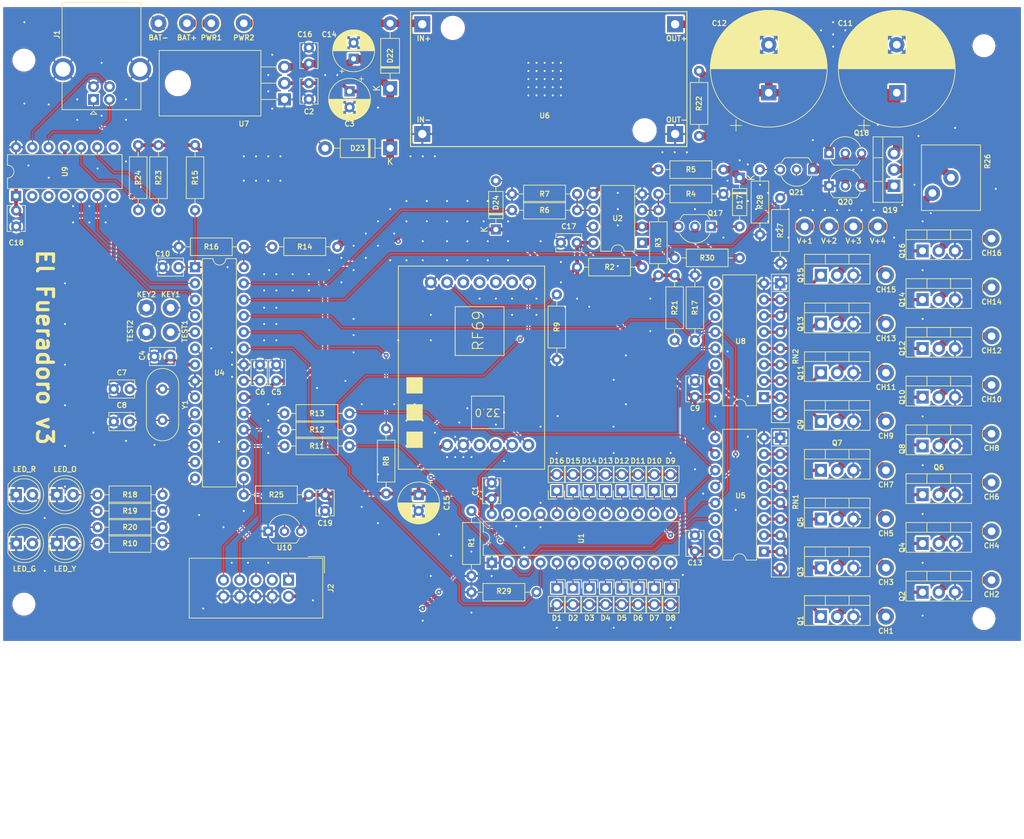
<source format=kicad_pcb>
(kicad_pcb (version 20171130) (host pcbnew "(6.0.0-rc1-dev-508-gaf2dcd61b)")
  (layers (0 F.Cu signal) (31 B.Cu signal) (34 B.Paste user) (35 F.Paste user) (36 B.SilkS user) (37 F.SilkS user) (38 B.Mask user) (39 F.Mask user) (44 Edge.Cuts user))
  (net 0 "")
  (net 1 GND)
  (net 2 +3V3)
  (net 3 "Net-(C6-Pad2)")
  (net 4 "Net-(C7-Pad2)")
  (net 5 "Net-(C8-Pad2)")
  (net 6 +VDC)
  (net 7 +BATT)
  (net 8 "Net-(D1-Pad1)")
  (net 9 "Net-(D2-Pad1)")
  (net 10 "Net-(D3-Pad1)")
  (net 11 "Net-(D4-Pad1)")
  (net 12 "Net-(D5-Pad1)")
  (net 13 "Net-(D6-Pad1)")
  (net 14 "Net-(D7-Pad1)")
  (net 15 "Net-(D8-Pad1)")
  (net 16 "Net-(D9-Pad1)")
  (net 17 "Net-(D10-Pad1)")
  (net 18 "Net-(D11-Pad1)")
  (net 19 "Net-(D12-Pad1)")
  (net 20 "Net-(D13-Pad1)")
  (net 21 "Net-(D14-Pad1)")
  (net 22 "Net-(D15-Pad1)")
  (net 23 "Net-(D16-Pad1)")
  (net 24 /CUR_MEAS)
  (net 25 "Net-(D17-Pad2)")
  (net 26 "Net-(D18-Pad2)")
  (net 27 "Net-(D19-Pad2)")
  (net 28 "Net-(D20-Pad2)")
  (net 29 "Net-(D21-Pad2)")
  (net 30 "Net-(D22-Pad2)")
  (net 31 "Net-(D23-Pad2)")
  (net 32 "Net-(J1-Pad2)")
  (net 33 "Net-(J1-Pad3)")
  (net 34 /MOSI)
  (net 35 "Net-(J2-Pad3)")
  (net 36 /~RES)
  (net 37 /SCK)
  (net 38 /MISO)
  (net 39 /CH1)
  (net 40 "Net-(Q1-Pad2)")
  (net 41 "Net-(Q2-Pad2)")
  (net 42 /CH2)
  (net 43 /CH3)
  (net 44 "Net-(Q3-Pad2)")
  (net 45 "Net-(Q4-Pad2)")
  (net 46 /CH4)
  (net 47 /CH5)
  (net 48 "Net-(Q5-Pad2)")
  (net 49 "Net-(Q6-Pad2)")
  (net 50 /CH6)
  (net 51 "Net-(Q7-Pad2)")
  (net 52 /CH7)
  (net 53 /CH8)
  (net 54 "Net-(Q8-Pad2)")
  (net 55 "Net-(Q9-Pad2)")
  (net 56 /CH9)
  (net 57 "Net-(Q10-Pad2)")
  (net 58 /CH10)
  (net 59 /CH11)
  (net 60 "Net-(Q11-Pad2)")
  (net 61 /CH12)
  (net 62 "Net-(Q12-Pad2)")
  (net 63 /CH13)
  (net 64 "Net-(Q13-Pad2)")
  (net 65 "Net-(Q14-Pad2)")
  (net 66 /CH14)
  (net 67 /CH15)
  (net 68 "Net-(Q15-Pad2)")
  (net 69 /CH16)
  (net 70 "Net-(Q16-Pad2)")
  (net 71 "Net-(Q17-Pad2)")
  (net 72 "Net-(Q17-Pad3)")
  (net 73 "Net-(Q18-Pad2)")
  (net 74 "Net-(Q18-Pad3)")
  (net 75 "Net-(Q19-Pad2)")
  (net 76 /PMOS_SW)
  (net 77 "Net-(Q21-Pad3)")
  (net 78 "Net-(R1-Pad1)")
  (net 79 "Net-(R3-Pad1)")
  (net 80 "Net-(R6-Pad2)")
  (net 81 /MEAS_R_OUT)
  (net 82 /CS_RFM)
  (net 83 "Net-(R9-Pad1)")
  (net 84 "Net-(R10-Pad2)")
  (net 85 /MOSI_BUS)
  (net 86 /MISO_BUS)
  (net 87 /SCK_BUS)
  (net 88 "Net-(R14-Pad2)")
  (net 89 /CS_SHIFT)
  (net 90 "Net-(R18-Pad2)")
  (net 91 "Net-(R19-Pad2)")
  (net 92 "Net-(R20-Pad2)")
  (net 93 /SHIFT_OE)
  (net 94 "Net-(R23-Pad1)")
  (net 95 "Net-(R24-Pad1)")
  (net 96 /DQ)
  (net 97 /KEY)
  (net 98 /TEST)
  (net 99 "Net-(TP21-Pad1)")
  (net 100 /CS_LED)
  (net 101 "Net-(U1-Pad22)")
  (net 102 "Net-(U3-PadDIO3)")
  (net 103 "Net-(U3-PadDIO5)")
  (net 104 "Net-(U3-PadDIO1)")
  (net 105 "Net-(U3-PadDIO2)")
  (net 106 "Net-(U3-PadDIO0)")
  (net 107 /UART_RX)
  (net 108 "Net-(U4-Pad16)")
  (net 109 /UART_TX)
  (net 110 "Net-(U5-Pad9)")
  (net 111 "Net-(U8-Pad9)")
  (net 112 "Net-(U9-Pad8)")
  (net 113 "Net-(U9-Pad2)")
  (net 114 "Net-(U9-Pad3)")
  (net 115 "Net-(U9-Pad4)")
  (net 116 "Net-(U9-Pad7)")
  (net 117 "Net-(D24-Pad2)")
  (net 118 "Net-(R30-Pad1)")
  (module Diode_THT:D_DO-35_SOD27_P7.62mm_Horizontal (layer F.Cu) (at 142.605 79.865 90)
    (fp_text reference D24 (at 4.191 0 90) (layer F.SilkS) (effects (font (size 0.8 0.8) (thickness 0.16))))
    (fp_text value 1N4148)
    (fp_text user K (at 0 -1.8 90) (layer F.SilkS))
    (pad 1 thru_hole rect (at 0 0 90) (size 1.6 1.6) (drill 0.8) (layers *.Cu *.Mask) (net 2 +3V3))
    (pad 2 thru_hole oval (at 7.62 0 90) (size 1.6 1.6) (drill 0.8) (layers *.Cu *.Mask) (net 117 "Net-(D24-Pad2)"))
  )
  (module Connector_PinSocket_2.54mm:PinSocket_1x02_P2.54mm_Vertical (layer F.Cu) (at 169.9 135.91)
    (fp_text reference D8 (at 0 4.66) (layer F.SilkS) (effects (font (size 0.8 0.8) (thickness 0.16))))
    (fp_text value LED)
    (pad 2 thru_hole oval (at 0 2.54) (size 1.7 1.7) (drill 1) (layers *.Cu *.Mask) (net 2 +3V3))
    (pad 1 thru_hole rect (at 0 0) (size 1.7 1.7) (drill 1) (layers *.Cu *.Mask) (net 15 "Net-(D8-Pad1)"))
  )
  (module Connector_PinSocket_2.54mm:PinSocket_1x02_P2.54mm_Vertical (layer F.Cu) (at 164.82 120.67 180)
    (fp_text reference D11 (at 0 4.66 180) (layer F.SilkS) (effects (font (size 0.8 0.8) (thickness 0.16))))
    (fp_text value LED)
    (pad 2 thru_hole oval (at 0 2.54 180) (size 1.7 1.7) (drill 1) (layers *.Cu *.Mask) (net 2 +3V3))
    (pad 1 thru_hole rect (at 0 0 180) (size 1.7 1.7) (drill 1) (layers *.Cu *.Mask) (net 18 "Net-(D11-Pad1)"))
  )
  (module Connector_PinSocket_2.54mm:PinSocket_1x02_P2.54mm_Vertical (layer F.Cu) (at 154.66 120.67 180)
    (fp_text reference D15 (at 0 4.66 180) (layer F.SilkS) (effects (font (size 0.8 0.8) (thickness 0.16))))
    (fp_text value LED)
    (pad 2 thru_hole oval (at 0 2.54 180) (size 1.7 1.7) (drill 1) (layers *.Cu *.Mask) (net 2 +3V3))
    (pad 1 thru_hole rect (at 0 0 180) (size 1.7 1.7) (drill 1) (layers *.Cu *.Mask) (net 22 "Net-(D15-Pad1)"))
  )
  (module Connector_PinSocket_2.54mm:PinSocket_1x02_P2.54mm_Vertical (layer F.Cu) (at 157.2 120.67 180)
    (fp_text reference D14 (at 0 4.66 180) (layer F.SilkS) (effects (font (size 0.8 0.8) (thickness 0.16))))
    (fp_text value LED)
    (pad 2 thru_hole oval (at 0 2.54 180) (size 1.7 1.7) (drill 1) (layers *.Cu *.Mask) (net 2 +3V3))
    (pad 1 thru_hole rect (at 0 0 180) (size 1.7 1.7) (drill 1) (layers *.Cu *.Mask) (net 21 "Net-(D14-Pad1)"))
  )
  (module Connector_PinSocket_2.54mm:PinSocket_1x02_P2.54mm_Vertical (layer F.Cu) (at 159.74 120.67 180)
    (fp_text reference D13 (at 0 4.66 180) (layer F.SilkS) (effects (font (size 0.8 0.8) (thickness 0.16))))
    (fp_text value LED)
    (pad 2 thru_hole oval (at 0 2.54 180) (size 1.7 1.7) (drill 1) (layers *.Cu *.Mask) (net 2 +3V3))
    (pad 1 thru_hole rect (at 0 0 180) (size 1.7 1.7) (drill 1) (layers *.Cu *.Mask) (net 20 "Net-(D13-Pad1)"))
  )
  (module Connector_PinSocket_2.54mm:PinSocket_1x02_P2.54mm_Vertical (layer F.Cu) (at 162.28 120.67 180)
    (fp_text reference D12 (at 0 4.66 180) (layer F.SilkS) (effects (font (size 0.8 0.8) (thickness 0.16))))
    (fp_text value LED)
    (pad 2 thru_hole oval (at 0 2.54 180) (size 1.7 1.7) (drill 1) (layers *.Cu *.Mask) (net 2 +3V3))
    (pad 1 thru_hole rect (at 0 0 180) (size 1.7 1.7) (drill 1) (layers *.Cu *.Mask) (net 19 "Net-(D12-Pad1)"))
  )
  (module Connector_PinSocket_2.54mm:PinSocket_1x02_P2.54mm_Vertical (layer F.Cu) (at 167.36 120.67 180)
    (fp_text reference D10 (at 0 4.66 180) (layer F.SilkS) (effects (font (size 0.8 0.8) (thickness 0.16))))
    (fp_text value LED)
    (pad 2 thru_hole oval (at 0 2.54 180) (size 1.7 1.7) (drill 1) (layers *.Cu *.Mask) (net 2 +3V3))
    (pad 1 thru_hole rect (at 0 0 180) (size 1.7 1.7) (drill 1) (layers *.Cu *.Mask) (net 17 "Net-(D10-Pad1)"))
  )
  (module Connector_PinSocket_2.54mm:PinSocket_1x02_P2.54mm_Vertical (layer F.Cu) (at 169.9 120.67 180)
    (fp_text reference D9 (at 0 4.66 180) (layer F.SilkS) (effects (font (size 0.8 0.8) (thickness 0.16))))
    (fp_text value LED)
    (pad 2 thru_hole oval (at 0 2.54 180) (size 1.7 1.7) (drill 1) (layers *.Cu *.Mask) (net 2 +3V3))
    (pad 1 thru_hole rect (at 0 0 180) (size 1.7 1.7) (drill 1) (layers *.Cu *.Mask) (net 16 "Net-(D9-Pad1)"))
  )
  (module Connector_PinSocket_2.54mm:PinSocket_1x02_P2.54mm_Vertical (layer F.Cu) (at 164.82 135.91)
    (fp_text reference D6 (at 0 4.66) (layer F.SilkS) (effects (font (size 0.8 0.8) (thickness 0.16))))
    (fp_text value LED)
    (pad 2 thru_hole oval (at 0 2.54) (size 1.7 1.7) (drill 1) (layers *.Cu *.Mask) (net 2 +3V3))
    (pad 1 thru_hole rect (at 0 0) (size 1.7 1.7) (drill 1) (layers *.Cu *.Mask) (net 13 "Net-(D6-Pad1)"))
  )
  (module Connector_PinSocket_2.54mm:PinSocket_1x02_P2.54mm_Vertical (layer F.Cu) (at 162.28 135.91)
    (fp_text reference D5 (at 0 4.66) (layer F.SilkS) (effects (font (size 0.8 0.8) (thickness 0.16))))
    (fp_text value LED)
    (pad 2 thru_hole oval (at 0 2.54) (size 1.7 1.7) (drill 1) (layers *.Cu *.Mask) (net 2 +3V3))
    (pad 1 thru_hole rect (at 0 0) (size 1.7 1.7) (drill 1) (layers *.Cu *.Mask) (net 12 "Net-(D5-Pad1)"))
  )
  (module Connector_PinSocket_2.54mm:PinSocket_1x02_P2.54mm_Vertical (layer F.Cu) (at 159.74 135.91)
    (fp_text reference D4 (at 0 4.66) (layer F.SilkS) (effects (font (size 0.8 0.8) (thickness 0.16))))
    (fp_text value LED)
    (pad 2 thru_hole oval (at 0 2.54) (size 1.7 1.7) (drill 1) (layers *.Cu *.Mask) (net 2 +3V3))
    (pad 1 thru_hole rect (at 0 0) (size 1.7 1.7) (drill 1) (layers *.Cu *.Mask) (net 11 "Net-(D4-Pad1)"))
  )
  (module Connector_PinSocket_2.54mm:PinSocket_1x02_P2.54mm_Vertical (layer F.Cu) (at 154.66 135.91)
    (fp_text reference D2 (at 0.01 4.66) (layer F.SilkS) (effects (font (size 0.8 0.8) (thickness 0.16))))
    (fp_text value LED)
    (pad 2 thru_hole oval (at 0 2.54) (size 1.7 1.7) (drill 1) (layers *.Cu *.Mask) (net 2 +3V3))
    (pad 1 thru_hole rect (at 0 0) (size 1.7 1.7) (drill 1) (layers *.Cu *.Mask) (net 9 "Net-(D2-Pad1)"))
  )
  (module Connector_PinSocket_2.54mm:PinSocket_1x02_P2.54mm_Vertical (layer F.Cu) (at 152.12 135.91)
    (fp_text reference D1 (at 0.01 4.66) (layer F.SilkS) (effects (font (size 0.8 0.8) (thickness 0.16))))
    (fp_text value LED)
    (pad 2 thru_hole oval (at 0 2.54) (size 1.7 1.7) (drill 1) (layers *.Cu *.Mask) (net 2 +3V3))
    (pad 1 thru_hole rect (at 0 0) (size 1.7 1.7) (drill 1) (layers *.Cu *.Mask) (net 8 "Net-(D1-Pad1)"))
  )
  (module Connector_PinSocket_2.54mm:PinSocket_1x02_P2.54mm_Vertical (layer F.Cu) (at 152.12 120.67 180)
    (fp_text reference D16 (at 0 4.66 180) (layer F.SilkS) (effects (font (size 0.8 0.8) (thickness 0.16))))
    (fp_text value LED)
    (pad 2 thru_hole oval (at 0 2.54 180) (size 1.7 1.7) (drill 1) (layers *.Cu *.Mask) (net 2 +3V3))
    (pad 1 thru_hole rect (at 0 0 180) (size 1.7 1.7) (drill 1) (layers *.Cu *.Mask) (net 23 "Net-(D16-Pad1)"))
  )
  (module Connector_PinSocket_2.54mm:PinSocket_1x02_P2.54mm_Vertical (layer F.Cu) (at 167.36 135.91)
    (fp_text reference D7 (at 0 4.66) (layer F.SilkS) (effects (font (size 0.8 0.8) (thickness 0.16))))
    (fp_text value LED)
    (pad 2 thru_hole oval (at 0 2.54) (size 1.7 1.7) (drill 1) (layers *.Cu *.Mask) (net 2 +3V3))
    (pad 1 thru_hole rect (at 0 0) (size 1.7 1.7) (drill 1) (layers *.Cu *.Mask) (net 14 "Net-(D7-Pad1)"))
  )
  (module Connector_PinSocket_2.54mm:PinSocket_1x02_P2.54mm_Vertical (layer F.Cu) (at 157.2 135.91)
    (fp_text reference D3 (at 0.01 4.66) (layer F.SilkS) (effects (font (size 0.8 0.8) (thickness 0.16))))
    (fp_text value LED)
    (pad 2 thru_hole oval (at 0 2.54) (size 1.7 1.7) (drill 1) (layers *.Cu *.Mask) (net 2 +3V3))
    (pad 1 thru_hole rect (at 0 0) (size 1.7 1.7) (drill 1) (layers *.Cu *.Mask) (net 10 "Net-(D3-Pad1)"))
  )
  (module Resistor_THT:R_Axial_DIN0207_L6.3mm_D2.5mm_P10.16mm_Horizontal (layer F.Cu) (at 148.945 136.545 180)
    (fp_text reference R29 (at 5.08 0.165 180) (layer F.SilkS) (effects (font (size 0.8 0.8) (thickness 0.16))))
    (fp_text value 10k)
    (pad 1 thru_hole circle (at 0 0 180) (size 1.6 1.6) (drill 0.8) (layers *.Cu *.Mask) (net 100 /CS_LED))
    (pad 2 thru_hole oval (at 10.16 0 180) (size 1.6 1.6) (drill 0.8) (layers *.Cu *.Mask) (net 1 GND))
  )
  (module Package_TO_SOT_THT:TO-92_Inline_Wide (layer F.Cu) (at 176.25 79.395 180)
    (fp_text reference Q17 (at -0.645 2.07 180) (layer F.SilkS) (effects (font (size 0.8 0.8) (thickness 0.16))))
    (fp_text value BC327)
    (pad 2 thru_hole circle (at 2.54 0 270) (size 1.5 1.5) (drill 0.8) (layers *.Cu *.Mask) (net 71 "Net-(Q17-Pad2)"))
    (pad 3 thru_hole circle (at 5.08 0 270) (size 1.5 1.5) (drill 0.8) (layers *.Cu *.Mask) (net 72 "Net-(Q17-Pad3)"))
    (pad 1 thru_hole rect (at 0 0 270) (size 1.5 1.5) (drill 0.8) (layers *.Cu *.Mask) (net 25 "Net-(D17-Pad2)"))
  )
  (module Package_TO_SOT_THT:TO-92_Inline_Wide (layer F.Cu) (at 194.665 67.965)
    (fp_text reference Q18 (at 5.08 -3.175) (layer F.SilkS) (effects (font (size 0.8 0.8) (thickness 0.16))))
    (fp_text value BC337)
    (pad 1 thru_hole rect (at 0 0 90) (size 1.5 1.5) (drill 0.8) (layers *.Cu *.Mask) (net 6 +VDC))
    (pad 3 thru_hole circle (at 5.08 0 90) (size 1.5 1.5) (drill 0.8) (layers *.Cu *.Mask) (net 74 "Net-(Q18-Pad3)"))
    (pad 2 thru_hole circle (at 2.54 0 90) (size 1.5 1.5) (drill 0.8) (layers *.Cu *.Mask) (net 73 "Net-(Q18-Pad2)"))
  )
  (module Package_TO_SOT_THT:TO-92_Inline_Wide (layer F.Cu) (at 194.665 73.045)
    (fp_text reference Q20 (at 2.54 2.54) (layer F.SilkS) (effects (font (size 0.8 0.8) (thickness 0.16))))
    (fp_text value BC327)
    (pad 2 thru_hole circle (at 2.54 0 90) (size 1.5 1.5) (drill 0.8) (layers *.Cu *.Mask) (net 73 "Net-(Q18-Pad2)"))
    (pad 3 thru_hole circle (at 5.08 0 90) (size 1.5 1.5) (drill 0.8) (layers *.Cu *.Mask) (net 74 "Net-(Q18-Pad3)"))
    (pad 1 thru_hole rect (at 0 0 90) (size 1.5 1.5) (drill 0.8) (layers *.Cu *.Mask) (net 1 GND))
  )
  (module Package_TO_SOT_THT:TO-92_Inline_Wide (layer F.Cu) (at 192.125 70.505 180)
    (fp_text reference Q21 (at 2.54 -3.56 180) (layer F.SilkS) (effects (font (size 0.8 0.8) (thickness 0.16))))
    (fp_text value BC337)
    (pad 1 thru_hole rect (at 0 0 270) (size 1.5 1.5) (drill 0.8) (layers *.Cu *.Mask) (net 73 "Net-(Q18-Pad2)"))
    (pad 3 thru_hole circle (at 5.08 0 270) (size 1.5 1.5) (drill 0.8) (layers *.Cu *.Mask) (net 77 "Net-(Q21-Pad3)"))
    (pad 2 thru_hole circle (at 2.54 0 270) (size 1.5 1.5) (drill 0.8) (layers *.Cu *.Mask) (net 76 /PMOS_SW))
  )
  (module Package_TO_SOT_THT:TO-92_Inline_Wide (layer F.Cu) (at 107.035 127.02)
    (fp_text reference U10 (at 2.54 2.54) (layer F.SilkS) (effects (font (size 0.8 0.8) (thickness 0.16))))
    (fp_text value DS18B20)
    (pad 2 thru_hole circle (at 2.54 0 90) (size 1.5 1.5) (drill 0.8) (layers *.Cu *.Mask) (net 96 /DQ))
    (pad 3 thru_hole circle (at 5.08 0 90) (size 1.5 1.5) (drill 0.8) (layers *.Cu *.Mask) (net 2 +3V3))
    (pad 1 thru_hole rect (at 0 0 90) (size 1.5 1.5) (drill 0.8) (layers *.Cu *.Mask) (net 1 GND))
  )
  (module Resistor_THT:R_Axial_DIN0207_L6.3mm_D2.5mm_P10.16mm_Horizontal (layer F.Cu) (at 113.385 121.305 180)
    (fp_text reference R25 (at 5.08 0 180) (layer F.SilkS) (effects (font (size 0.8 0.8) (thickness 0.16))))
    (fp_text value 3k3)
    (pad 2 thru_hole oval (at 10.16 0 180) (size 1.6 1.6) (drill 0.8) (layers *.Cu *.Mask) (net 96 /DQ) (clearance 0.3))
    (pad 1 thru_hole circle (at 0 0 180) (size 1.6 1.6) (drill 0.8) (layers *.Cu *.Mask) (net 2 +3V3) (clearance 0.3))
  )
  (module LED_THT:LED_D5.0mm (layer F.Cu) (at 67.665 128.925)
    (fp_text reference D21)
    (fp_text value LED_G (at 1.27 3.96) (layer F.SilkS) (effects (font (size 0.8 0.8) (thickness 0.16))))
    (pad 2 thru_hole circle (at 2.54 0) (size 1.8 1.8) (drill 0.9) (layers *.Cu *.Mask) (net 29 "Net-(D21-Pad2)") (clearance 0.3))
    (pad 1 thru_hole rect (at 0 0) (size 1.8 1.8) (drill 0.9) (layers *.Cu *.Mask) (net 1 GND) (clearance 0.3))
  )
  (module Package_DIP:DIP-24_W7.62mm (layer F.Cu) (at 141.97 131.935 90)
    (fp_text reference U1 (at 3.81 13.97 90) (layer F.SilkS) (effects (font (size 0.8 0.8) (thickness 0.16))))
    (fp_text value DM13A)
    (pad 1 thru_hole rect (at 0 0 90) (size 1.6 1.6) (drill 0.8) (layers *.Cu *.Mask) (net 1 GND) (clearance 0.3))
    (pad 13 thru_hole oval (at 7.62 27.94 90) (size 1.6 1.6) (drill 0.8) (layers *.Cu *.Mask) (net 16 "Net-(D9-Pad1)") (clearance 0.3))
    (pad 2 thru_hole oval (at 0 2.54 90) (size 1.6 1.6) (drill 0.8) (layers *.Cu *.Mask) (net 85 /MOSI_BUS) (clearance 0.3))
    (pad 14 thru_hole oval (at 7.62 25.4 90) (size 1.6 1.6) (drill 0.8) (layers *.Cu *.Mask) (net 17 "Net-(D10-Pad1)") (clearance 0.3))
    (pad 3 thru_hole oval (at 0 5.08 90) (size 1.6 1.6) (drill 0.8) (layers *.Cu *.Mask) (net 87 /SCK_BUS) (clearance 0.3))
    (pad 15 thru_hole oval (at 7.62 22.86 90) (size 1.6 1.6) (drill 0.8) (layers *.Cu *.Mask) (net 18 "Net-(D11-Pad1)") (clearance 0.3))
    (pad 4 thru_hole oval (at 0 7.62 90) (size 1.6 1.6) (drill 0.8) (layers *.Cu *.Mask) (net 100 /CS_LED) (clearance 0.3))
    (pad 16 thru_hole oval (at 7.62 20.32 90) (size 1.6 1.6) (drill 0.8) (layers *.Cu *.Mask) (net 19 "Net-(D12-Pad1)") (clearance 0.3))
    (pad 5 thru_hole oval (at 0 10.16 90) (size 1.6 1.6) (drill 0.8) (layers *.Cu *.Mask) (net 8 "Net-(D1-Pad1)") (clearance 0.3))
    (pad 17 thru_hole oval (at 7.62 17.78 90) (size 1.6 1.6) (drill 0.8) (layers *.Cu *.Mask) (net 20 "Net-(D13-Pad1)") (clearance 0.3))
    (pad 6 thru_hole oval (at 0 12.7 90) (size 1.6 1.6) (drill 0.8) (layers *.Cu *.Mask) (net 9 "Net-(D2-Pad1)") (clearance 0.3))
    (pad 18 thru_hole oval (at 7.62 15.24 90) (size 1.6 1.6) (drill 0.8) (layers *.Cu *.Mask) (net 21 "Net-(D14-Pad1)") (clearance 0.3))
    (pad 7 thru_hole oval (at 0 15.24 90) (size 1.6 1.6) (drill 0.8) (layers *.Cu *.Mask) (net 10 "Net-(D3-Pad1)") (clearance 0.3))
    (pad 19 thru_hole oval (at 7.62 12.7 90) (size 1.6 1.6) (drill 0.8) (layers *.Cu *.Mask) (net 22 "Net-(D15-Pad1)") (clearance 0.3))
    (pad 8 thru_hole oval (at 0 17.78 90) (size 1.6 1.6) (drill 0.8) (layers *.Cu *.Mask) (net 11 "Net-(D4-Pad1)") (clearance 0.3))
    (pad 20 thru_hole oval (at 7.62 10.16 90) (size 1.6 1.6) (drill 0.8) (layers *.Cu *.Mask) (net 23 "Net-(D16-Pad1)") (clearance 0.3))
    (pad 9 thru_hole oval (at 0 20.32 90) (size 1.6 1.6) (drill 0.8) (layers *.Cu *.Mask) (net 12 "Net-(D5-Pad1)") (clearance 0.3))
    (pad 21 thru_hole oval (at 7.62 7.62 90) (size 1.6 1.6) (drill 0.8) (layers *.Cu *.Mask) (net 93 /SHIFT_OE) (clearance 0.3))
    (pad 10 thru_hole oval (at 0 22.86 90) (size 1.6 1.6) (drill 0.8) (layers *.Cu *.Mask) (net 13 "Net-(D6-Pad1)") (clearance 0.3))
    (pad 22 thru_hole oval (at 7.62 5.08 90) (size 1.6 1.6) (drill 0.8) (layers *.Cu *.Mask) (net 101 "Net-(U1-Pad22)") (clearance 0.3))
    (pad 11 thru_hole oval (at 0 25.4 90) (size 1.6 1.6) (drill 0.8) (layers *.Cu *.Mask) (net 14 "Net-(D7-Pad1)") (clearance 0.3))
    (pad 23 thru_hole oval (at 7.62 2.54 90) (size 1.6 1.6) (drill 0.8) (layers *.Cu *.Mask) (net 78 "Net-(R1-Pad1)") (clearance 0.3))
    (pad 12 thru_hole oval (at 0 27.94 90) (size 1.6 1.6) (drill 0.8) (layers *.Cu *.Mask) (net 15 "Net-(D8-Pad1)") (clearance 0.3))
    (pad 24 thru_hole oval (at 7.62 0 90) (size 1.6 1.6) (drill 0.8) (layers *.Cu *.Mask) (net 2 +3V3) (clearance 0.3))
  )
  (module Capacitor_THT:C_Disc_D3.8mm_W2.6mm_P2.50mm (layer F.Cu) (at 141.96 121.94 90)
    (fp_text reference C1 (at 1.25 -2.55 90) (layer F.SilkS) (effects (font (size 0.8 0.8) (thickness 0.16))))
    (fp_text value 100n)
    (pad 2 thru_hole circle (at 2.5 0 90) (size 1.6 1.6) (drill 0.8) (layers *.Cu *.Mask) (net 1 GND) (clearance 0.3))
    (pad 1 thru_hole circle (at 0 0 90) (size 1.6 1.6) (drill 0.8) (layers *.Cu *.Mask) (net 2 +3V3) (clearance 0.3))
  )
  (module Capacitor_THT:C_Disc_D3.8mm_W2.6mm_P2.50mm (layer F.Cu) (at 113.395 57.005 270)
    (fp_text reference C2 (at 4.445 0) (layer F.SilkS) (effects (font (size 0.8 0.8) (thickness 0.16))))
    (fp_text value 100n)
    (pad 2 thru_hole circle (at 2.5 0 270) (size 1.6 1.6) (drill 0.8) (layers *.Cu *.Mask) (net 1 GND) (clearance 0.3))
    (pad 1 thru_hole circle (at 0 0 270) (size 1.6 1.6) (drill 0.8) (layers *.Cu *.Mask) (net 2 +3V3) (clearance 0.3))
  )
  (module Capacitor_THT:CP_Radial_D6.3mm_P2.50mm (layer F.Cu) (at 119.745 58.275 270)
    (fp_text reference C3 (at 5.08 0) (layer F.SilkS) (effects (font (size 0.8 0.8) (thickness 0.16))))
    (fp_text value 10u)
    (pad 1 thru_hole rect (at 0 0 270) (size 1.6 1.6) (drill 0.8) (layers *.Cu *.Mask) (net 2 +3V3) (clearance 0.3))
    (pad 2 thru_hole circle (at 2.5 0 270) (size 1.6 1.6) (drill 0.8) (layers *.Cu *.Mask) (net 1 GND) (clearance 0.3))
  )
  (module Capacitor_THT:C_Disc_D3.8mm_W2.6mm_P2.50mm (layer F.Cu) (at 89.255 99.715)
    (fp_text reference C4 (at -1.895 -0.165 90) (layer F.SilkS) (effects (font (size 0.8 0.8) (thickness 0.16))))
    (fp_text value 100n)
    (pad 1 thru_hole circle (at 0 0) (size 1.6 1.6) (drill 0.8) (layers *.Cu *.Mask) (net 1 GND) (clearance 0.3))
    (pad 2 thru_hole circle (at 2.5 0) (size 1.6 1.6) (drill 0.8) (layers *.Cu *.Mask) (net 2 +3V3) (clearance 0.3))
  )
  (module Capacitor_THT:C_Disc_D3.8mm_W2.6mm_P2.50mm (layer F.Cu) (at 108.305 100.985 270)
    (fp_text reference C5 (at 4.28 -0.01) (layer F.SilkS) (effects (font (size 0.8 0.8) (thickness 0.16))))
    (fp_text value 100n)
    (pad 2 thru_hole circle (at 2.5 0 270) (size 1.6 1.6) (drill 0.8) (layers *.Cu *.Mask) (net 2 +3V3) (clearance 0.3))
    (pad 1 thru_hole circle (at 0 0 270) (size 1.6 1.6) (drill 0.8) (layers *.Cu *.Mask) (net 1 GND) (clearance 0.3))
  )
  (module Capacitor_THT:C_Disc_D3.8mm_W2.6mm_P2.50mm (layer F.Cu) (at 105.765 100.985 270)
    (fp_text reference C6 (at 4.28 -0.01) (layer F.SilkS) (effects (font (size 0.8 0.8) (thickness 0.16))))
    (fp_text value 100n)
    (pad 2 thru_hole circle (at 2.5 0 270) (size 1.6 1.6) (drill 0.8) (layers *.Cu *.Mask) (net 3 "Net-(C6-Pad2)") (clearance 0.3))
    (pad 1 thru_hole circle (at 0 0 270) (size 1.6 1.6) (drill 0.8) (layers *.Cu *.Mask) (net 1 GND) (clearance 0.3))
  )
  (module Capacitor_THT:C_Disc_D3.8mm_W2.6mm_P2.50mm (layer F.Cu) (at 82.905 104.795)
    (fp_text reference C7 (at 1.25 -2.55) (layer F.SilkS) (effects (font (size 0.8 0.8) (thickness 0.16))))
    (fp_text value 15p)
    (pad 1 thru_hole circle (at 0 0) (size 1.6 1.6) (drill 0.8) (layers *.Cu *.Mask) (net 1 GND) (clearance 0.3))
    (pad 2 thru_hole circle (at 2.5 0) (size 1.6 1.6) (drill 0.8) (layers *.Cu *.Mask) (net 4 "Net-(C7-Pad2)") (clearance 0.3))
  )
  (module Capacitor_THT:C_Disc_D3.8mm_W2.6mm_P2.50mm (layer F.Cu) (at 82.905 109.875)
    (fp_text reference C8 (at 1.25 -2.55) (layer F.SilkS) (effects (font (size 0.8 0.8) (thickness 0.16))))
    (fp_text value 15p)
    (pad 2 thru_hole circle (at 2.5 0) (size 1.6 1.6) (drill 0.8) (layers *.Cu *.Mask) (net 5 "Net-(C8-Pad2)") (clearance 0.3))
    (pad 1 thru_hole circle (at 0 0) (size 1.6 1.6) (drill 0.8) (layers *.Cu *.Mask) (net 1 GND) (clearance 0.3))
  )
  (module Capacitor_THT:C_Disc_D3.8mm_W2.6mm_P2.50mm (layer F.Cu) (at 173.71 103.525 270)
    (fp_text reference C9 (at 4.28 -0.01) (layer F.SilkS) (effects (font (size 0.8 0.8) (thickness 0.16))))
    (fp_text value 100n)
    (pad 2 thru_hole circle (at 2.5 0 270) (size 1.6 1.6) (drill 0.8) (layers *.Cu *.Mask) (net 2 +3V3) (clearance 0.3))
    (pad 1 thru_hole circle (at 0 0 270) (size 1.6 1.6) (drill 0.8) (layers *.Cu *.Mask) (net 1 GND) (clearance 0.3))
  )
  (module Capacitor_THT:C_Disc_D3.8mm_W2.6mm_P2.50mm (layer F.Cu) (at 90.525 85.745)
    (fp_text reference C10 (at 0.01 -2.07) (layer F.SilkS) (effects (font (size 0.8 0.8) (thickness 0.16))))
    (fp_text value 100n)
    (pad 1 thru_hole circle (at 0 0) (size 1.6 1.6) (drill 0.8) (layers *.Cu *.Mask) (net 1 GND) (clearance 0.3))
    (pad 2 thru_hole circle (at 2.5 0) (size 1.6 1.6) (drill 0.8) (layers *.Cu *.Mask) (net 36 /~RES) (clearance 0.3))
  )
  (module Capacitor_THT:CP_Radial_D18.0mm_P7.50mm (layer F.Cu) (at 205.245 58.5 90)
    (fp_text reference C11 (at 10.855 -8.04 180) (layer F.SilkS) (effects (font (size 0.8 0.8) (thickness 0.16))))
    (fp_text value 4m7)
    (pad 2 thru_hole circle (at 7.5 0 90) (size 2.4 2.4) (drill 1.2) (layers *.Cu *.Mask) (net 1 GND) (clearance 0.3))
    (pad 1 thru_hole rect (at 0 0 90) (size 2.4 2.4) (drill 1.2) (layers *.Cu *.Mask) (net 6 +VDC) (clearance 0.3))
  )
  (module Capacitor_THT:CP_Radial_D18.0mm_P7.50mm (layer F.Cu) (at 185.245 58.5 90)
    (fp_text reference C12 (at 10.855 -7.725 180) (layer F.SilkS) (effects (font (size 0.8 0.8) (thickness 0.16))))
    (fp_text value 4m7)
    (pad 1 thru_hole rect (at 0 0 90) (size 2.4 2.4) (drill 1.2) (layers *.Cu *.Mask) (net 6 +VDC) (clearance 0.3))
    (pad 2 thru_hole circle (at 7.5 0 90) (size 2.4 2.4) (drill 1.2) (layers *.Cu *.Mask) (net 1 GND) (clearance 0.3))
  )
  (module Capacitor_THT:C_Disc_D3.8mm_W2.6mm_P2.50mm (layer F.Cu) (at 173.71 127.655 270)
    (fp_text reference C13 (at 4.28 -0.01) (layer F.SilkS) (effects (font (size 0.8 0.8) (thickness 0.16))))
    (fp_text value 100n)
    (pad 1 thru_hole circle (at 0 0 270) (size 1.6 1.6) (drill 0.8) (layers *.Cu *.Mask) (net 1 GND) (clearance 0.3))
    (pad 2 thru_hole circle (at 2.5 0 270) (size 1.6 1.6) (drill 0.8) (layers *.Cu *.Mask) (net 2 +3V3) (clearance 0.3))
  )
  (module Capacitor_THT:CP_Radial_D6.3mm_P2.50mm (layer F.Cu) (at 120.38 53.195 90)
    (fp_text reference C14 (at 3.81 -3.81) (layer F.SilkS) (effects (font (size 0.8 0.8) (thickness 0.16))))
    (fp_text value 10u)
    (pad 1 thru_hole rect (at 0 0 90) (size 1.6 1.6) (drill 0.8) (layers *.Cu *.Mask) (net 7 +BATT) (clearance 0.3))
    (pad 2 thru_hole circle (at 2.5 0 90) (size 1.6 1.6) (drill 0.8) (layers *.Cu *.Mask) (net 1 GND) (clearance 0.3))
  )
  (module Capacitor_THT:CP_Radial_D6.3mm_P2.50mm (layer F.Cu) (at 130.54 121.345 270)
    (fp_text reference C15 (at 1.25 -4.4 270) (layer F.SilkS) (effects (font (size 0.8 0.8) (thickness 0.16))))
    (fp_text value 10u)
    (pad 2 thru_hole circle (at 2.5 0 270) (size 1.6 1.6) (drill 0.8) (layers *.Cu *.Mask) (net 1 GND) (clearance 0.3))
    (pad 1 thru_hole rect (at 0 0 270) (size 1.6 1.6) (drill 0.8) (layers *.Cu *.Mask) (net 2 +3V3) (clearance 0.3))
  )
  (module Capacitor_THT:C_Disc_D3.8mm_W2.6mm_P2.50mm (layer F.Cu) (at 113.395 51.455 270)
    (fp_text reference C16 (at -2.07 0.635) (layer F.SilkS) (effects (font (size 0.8 0.8) (thickness 0.16))))
    (fp_text value 100n)
    (pad 1 thru_hole circle (at 0 0 270) (size 1.6 1.6) (drill 0.8) (layers *.Cu *.Mask) (net 1 GND) (clearance 0.3))
    (pad 2 thru_hole circle (at 2.5 0 270) (size 1.6 1.6) (drill 0.8) (layers *.Cu *.Mask) (net 7 +BATT) (clearance 0.3))
  )
  (module Capacitor_THT:C_Disc_D3.8mm_W2.6mm_P2.50mm (layer F.Cu) (at 152.755 81.935)
    (fp_text reference C17 (at 1.25 -2.55) (layer F.SilkS) (effects (font (size 0.8 0.8) (thickness 0.16))))
    (fp_text value 100n)
    (pad 1 thru_hole circle (at 0 0) (size 1.6 1.6) (drill 0.8) (layers *.Cu *.Mask) (net 1 GND) (clearance 0.3))
    (pad 2 thru_hole circle (at 2.5 0) (size 1.6 1.6) (drill 0.8) (layers *.Cu *.Mask) (net 2 +3V3) (clearance 0.3))
  )
  (module Capacitor_THT:C_Disc_D3.8mm_W2.6mm_P2.50mm (layer F.Cu) (at 67.665 79.395 90)
    (fp_text reference C18 (at -2.54 0 180) (layer F.SilkS) (effects (font (size 0.8 0.8) (thickness 0.16))))
    (fp_text value 100n)
    (pad 1 thru_hole circle (at 0 0 90) (size 1.6 1.6) (drill 0.8) (layers *.Cu *.Mask) (net 1 GND) (clearance 0.3))
    (pad 2 thru_hole circle (at 2.5 0 90) (size 1.6 1.6) (drill 0.8) (layers *.Cu *.Mask) (net 2 +3V3) (clearance 0.3))
  )
  (module Capacitor_THT:C_Disc_D3.8mm_W2.6mm_P2.50mm (layer F.Cu) (at 115.925 123.845 90)
    (fp_text reference C19 (at -1.905 0 180) (layer F.SilkS) (effects (font (size 0.8 0.8) (thickness 0.16))))
    (fp_text value 100n)
    (pad 2 thru_hole circle (at 2.5 0 90) (size 1.6 1.6) (drill 0.8) (layers *.Cu *.Mask) (net 2 +3V3) (clearance 0.3))
    (pad 1 thru_hole circle (at 0 0 90) (size 1.6 1.6) (drill 0.8) (layers *.Cu *.Mask) (net 1 GND) (clearance 0.3))
  )
  (module Diode_THT:D_DO-35_SOD27_P7.62mm_Horizontal (layer F.Cu) (at 180.695 71.775 270)
    (fp_text reference D17 (at 3.81 0 270) (layer F.SilkS) (effects (font (size 0.8 0.8) (thickness 0.16))))
    (fp_text value 1N4148)
    (fp_text user K (at 0 -1.8 270) (layer F.SilkS))
    (pad 1 thru_hole rect (at 0 0 270) (size 1.6 1.6) (drill 0.8) (layers *.Cu *.Mask) (net 24 /CUR_MEAS) (clearance 0.3))
    (pad 2 thru_hole oval (at 7.62 0 270) (size 1.6 1.6) (drill 0.8) (layers *.Cu *.Mask) (net 25 "Net-(D17-Pad2)") (clearance 0.3))
  )
  (module LED_THT:LED_D5.0mm (layer F.Cu) (at 74.015 128.925)
    (fp_text reference D18)
    (fp_text value LED_Y (at 1.27 3.96) (layer F.SilkS) (effects (font (size 0.8 0.8) (thickness 0.16))))
    (pad 2 thru_hole circle (at 2.54 0) (size 1.8 1.8) (drill 0.9) (layers *.Cu *.Mask) (net 26 "Net-(D18-Pad2)") (clearance 0.3))
    (pad 1 thru_hole rect (at 0 0) (size 1.8 1.8) (drill 0.9) (layers *.Cu *.Mask) (net 1 GND) (clearance 0.3))
  )
  (module LED_THT:LED_D5.0mm (layer F.Cu) (at 74.015 121.305)
    (fp_text reference D19)
    (fp_text value LED_O (at 1.28 -3.975) (layer F.SilkS) (effects (font (size 0.8 0.8) (thickness 0.16))))
    (pad 1 thru_hole rect (at 0 0) (size 1.8 1.8) (drill 0.9) (layers *.Cu *.Mask) (net 1 GND) (clearance 0.3))
    (pad 2 thru_hole circle (at 2.54 0) (size 1.8 1.8) (drill 0.9) (layers *.Cu *.Mask) (net 27 "Net-(D19-Pad2)") (clearance 0.3))
  )
  (module LED_THT:LED_D5.0mm (layer F.Cu) (at 67.665 121.305)
    (fp_text reference D20)
    (fp_text value LED_R (at 1.28 -3.975) (layer F.SilkS) (effects (font (size 0.8 0.8) (thickness 0.16))))
    (pad 1 thru_hole rect (at 0 0) (size 1.8 1.8) (drill 0.9) (layers *.Cu *.Mask) (net 1 GND) (clearance 0.3))
    (pad 2 thru_hole circle (at 2.54 0) (size 1.8 1.8) (drill 0.9) (layers *.Cu *.Mask) (net 28 "Net-(D20-Pad2)") (clearance 0.3))
  )
  (module Diode_THT:D_DO-41_SOD81_P10.16mm_Horizontal (layer F.Cu) (at 126.085 57.805 90)
    (fp_text reference D22 (at 5.08 0 90) (layer F.SilkS) (effects (font (size 0.8 0.8) (thickness 0.16))))
    (fp_text value 1N4001)
    (fp_text user K (at 0 -2.1 90) (layer F.SilkS))
    (pad 2 thru_hole oval (at 10.16 0 90) (size 2.2 2.2) (drill 1.1) (layers *.Cu *.Mask) (net 30 "Net-(D22-Pad2)") (clearance 0.3))
    (pad 1 thru_hole rect (at 0 0 90) (size 2.2 2.2) (drill 1.1) (layers *.Cu *.Mask) (net 7 +BATT) (clearance 0.3))
  )
  (module Diode_THT:D_DO-41_SOD81_P10.16mm_Horizontal (layer F.Cu) (at 126.095 67.165 180)
    (fp_text reference D23 (at 5.08 0 180) (layer F.SilkS) (effects (font (size 0.8 0.8) (thickness 0.16))))
    (fp_text value 1N4001)
    (fp_text user K (at 0 -2.1 180) (layer F.SilkS))
    (pad 1 thru_hole rect (at 0 0 180) (size 2.2 2.2) (drill 1.1) (layers *.Cu *.Mask) (net 7 +BATT) (clearance 0.3))
    (pad 2 thru_hole oval (at 10.16 0 180) (size 2.2 2.2) (drill 1.1) (layers *.Cu *.Mask) (net 31 "Net-(D23-Pad2)") (clearance 0.3))
  )
  (module Connector_IDC:IDC-Header_2x05_P2.54mm_Vertical (layer F.Cu) (at 110.21 134.64 270)
    (fp_text reference J2 (at 1.27 -6.604 270) (layer F.SilkS) (effects (font (size 0.8 0.8) (thickness 0.16))))
    (fp_text value AVR-ISP-10)
    (pad 1 thru_hole rect (at 0 0 270) (size 1.7272 1.7272) (drill 1.016) (layers *.Cu *.Mask) (net 34 /MOSI) (clearance 0.3))
    (pad 2 thru_hole oval (at 2.54 0 270) (size 1.7272 1.7272) (drill 1.016) (layers *.Cu *.Mask) (net 2 +3V3) (clearance 0.3))
    (pad 3 thru_hole oval (at 0 2.54 270) (size 1.7272 1.7272) (drill 1.016) (layers *.Cu *.Mask) (net 35 "Net-(J2-Pad3)") (clearance 0.3))
    (pad 4 thru_hole oval (at 2.54 2.54 270) (size 1.7272 1.7272) (drill 1.016) (layers *.Cu *.Mask) (net 1 GND) (clearance 0.3))
    (pad 5 thru_hole oval (at 0 5.08 270) (size 1.7272 1.7272) (drill 1.016) (layers *.Cu *.Mask) (net 36 /~RES) (clearance 0.3))
    (pad 6 thru_hole oval (at 2.54 5.08 270) (size 1.7272 1.7272) (drill 1.016) (layers *.Cu *.Mask) (net 1 GND) (clearance 0.3))
    (pad 7 thru_hole oval (at 0 7.62 270) (size 1.7272 1.7272) (drill 1.016) (layers *.Cu *.Mask) (net 37 /SCK) (clearance 0.3))
    (pad 8 thru_hole oval (at 2.54 7.62 270) (size 1.7272 1.7272) (drill 1.016) (layers *.Cu *.Mask) (net 1 GND) (clearance 0.3))
    (pad 9 thru_hole oval (at 0 10.16 270) (size 1.7272 1.7272) (drill 1.016) (layers *.Cu *.Mask) (net 38 /MISO) (clearance 0.3))
    (pad 10 thru_hole oval (at 2.54 10.16 270) (size 1.7272 1.7272) (drill 1.016) (layers *.Cu *.Mask) (net 1 GND) (clearance 0.3))
  )
  (module Package_TO_SOT_THT:TO-220-3_Vertical (layer F.Cu) (at 193.395 140.355)
    (fp_text reference Q1 (at -3.175 0.635 90) (layer F.SilkS) (effects (font (size 0.8 0.8) (thickness 0.16))))
    (fp_text value IRF3708)
    (pad 1 thru_hole rect (at 0 0) (size 1.905 2) (drill 1.1) (layers *.Cu *.Mask) (net 39 /CH1) (clearance 0.3))
    (pad 2 thru_hole oval (at 2.54 0) (size 1.905 2) (drill 1.1) (layers *.Cu *.Mask) (net 40 "Net-(Q1-Pad2)") (clearance 0.3))
    (pad 3 thru_hole oval (at 5.08 0) (size 1.905 2) (drill 1.1) (layers *.Cu *.Mask) (net 1 GND) (clearance 0.3))
  )
  (module Package_TO_SOT_THT:TO-220-3_Vertical (layer F.Cu) (at 209.27 136.545)
    (fp_text reference Q2 (at -3.175 0.635 90) (layer F.SilkS) (effects (font (size 0.8 0.8) (thickness 0.16))))
    (fp_text value IRF3708)
    (pad 3 thru_hole oval (at 5.08 0) (size 1.905 2) (drill 1.1) (layers *.Cu *.Mask) (net 1 GND) (clearance 0.3))
    (pad 2 thru_hole oval (at 2.54 0) (size 1.905 2) (drill 1.1) (layers *.Cu *.Mask) (net 41 "Net-(Q2-Pad2)") (clearance 0.3))
    (pad 1 thru_hole rect (at 0 0) (size 1.905 2) (drill 1.1) (layers *.Cu *.Mask) (net 42 /CH2) (clearance 0.3))
  )
  (module Package_TO_SOT_THT:TO-220-3_Vertical (layer F.Cu) (at 193.395 132.735)
    (fp_text reference Q3 (at -3.175 0.635 90) (layer F.SilkS) (effects (font (size 0.8 0.8) (thickness 0.16))))
    (fp_text value IRF3708)
    (pad 1 thru_hole rect (at 0 0) (size 1.905 2) (drill 1.1) (layers *.Cu *.Mask) (net 43 /CH3) (clearance 0.3))
    (pad 2 thru_hole oval (at 2.54 0) (size 1.905 2) (drill 1.1) (layers *.Cu *.Mask) (net 44 "Net-(Q3-Pad2)") (clearance 0.3))
    (pad 3 thru_hole oval (at 5.08 0) (size 1.905 2) (drill 1.1) (layers *.Cu *.Mask) (net 1 GND) (clearance 0.3))
  )
  (module Package_TO_SOT_THT:TO-220-3_Vertical (layer F.Cu) (at 209.27 128.925)
    (fp_text reference Q4 (at -3.175 0.635 90) (layer F.SilkS) (effects (font (size 0.8 0.8) (thickness 0.16))))
    (fp_text value IRF3708)
    (pad 3 thru_hole oval (at 5.08 0) (size 1.905 2) (drill 1.1) (layers *.Cu *.Mask) (net 1 GND) (clearance 0.3))
    (pad 2 thru_hole oval (at 2.54 0) (size 1.905 2) (drill 1.1) (layers *.Cu *.Mask) (net 45 "Net-(Q4-Pad2)") (clearance 0.3))
    (pad 1 thru_hole rect (at 0 0) (size 1.905 2) (drill 1.1) (layers *.Cu *.Mask) (net 46 /CH4) (clearance 0.3))
  )
  (module Package_TO_SOT_THT:TO-220-3_Vertical (layer F.Cu) (at 193.395 125.115)
    (fp_text reference Q5 (at -3.165 0.47 90) (layer F.SilkS) (effects (font (size 0.8 0.8) (thickness 0.16))))
    (fp_text value IRF3708)
    (pad 1 thru_hole rect (at 0 0) (size 1.905 2) (drill 1.1) (layers *.Cu *.Mask) (net 47 /CH5) (clearance 0.3))
    (pad 2 thru_hole oval (at 2.54 0) (size 1.905 2) (drill 1.1) (layers *.Cu *.Mask) (net 48 "Net-(Q5-Pad2)") (clearance 0.3))
    (pad 3 thru_hole oval (at 5.08 0) (size 1.905 2) (drill 1.1) (layers *.Cu *.Mask) (net 1 GND) (clearance 0.3))
  )
  (module Package_TO_SOT_THT:TO-220-3_Vertical (layer F.Cu) (at 209.27 121.305)
    (fp_text reference Q6 (at 2.54 -4.27) (layer F.SilkS) (effects (font (size 0.8 0.8) (thickness 0.16))))
    (fp_text value IRF3708)
    (pad 3 thru_hole oval (at 5.08 0) (size 1.905 2) (drill 1.1) (layers *.Cu *.Mask) (net 1 GND) (clearance 0.3))
    (pad 2 thru_hole oval (at 2.54 0) (size 1.905 2) (drill 1.1) (layers *.Cu *.Mask) (net 49 "Net-(Q6-Pad2)") (clearance 0.3))
    (pad 1 thru_hole rect (at 0 0) (size 1.905 2) (drill 1.1) (layers *.Cu *.Mask) (net 50 /CH6) (clearance 0.3))
  )
  (module Package_TO_SOT_THT:TO-220-3_Vertical (layer F.Cu) (at 193.395 117.495)
    (fp_text reference Q7 (at 2.54 -4.27) (layer F.SilkS) (effects (font (size 0.8 0.8) (thickness 0.16))))
    (fp_text value IRF3708)
    (pad 3 thru_hole oval (at 5.08 0) (size 1.905 2) (drill 1.1) (layers *.Cu *.Mask) (net 1 GND) (clearance 0.3))
    (pad 2 thru_hole oval (at 2.54 0) (size 1.905 2) (drill 1.1) (layers *.Cu *.Mask) (net 51 "Net-(Q7-Pad2)") (clearance 0.3))
    (pad 1 thru_hole rect (at 0 0) (size 1.905 2) (drill 1.1) (layers *.Cu *.Mask) (net 52 /CH7) (clearance 0.3))
  )
  (module Package_TO_SOT_THT:TO-220-3_Vertical (layer F.Cu) (at 209.27 113.685)
    (fp_text reference Q8 (at -3.165 0.47 90) (layer F.SilkS) (effects (font (size 0.8 0.8) (thickness 0.16))))
    (fp_text value IRF3708)
    (pad 1 thru_hole rect (at 0 0) (size 1.905 2) (drill 1.1) (layers *.Cu *.Mask) (net 53 /CH8) (clearance 0.3))
    (pad 2 thru_hole oval (at 2.54 0) (size 1.905 2) (drill 1.1) (layers *.Cu *.Mask) (net 54 "Net-(Q8-Pad2)") (clearance 0.3))
    (pad 3 thru_hole oval (at 5.08 0) (size 1.905 2) (drill 1.1) (layers *.Cu *.Mask) (net 1 GND) (clearance 0.3))
  )
  (module Package_TO_SOT_THT:TO-220-3_Vertical (layer F.Cu) (at 193.395 109.875)
    (fp_text reference Q9 (at -3.165 0.47 90) (layer F.SilkS) (effects (font (size 0.8 0.8) (thickness 0.16))))
    (fp_text value IRF3708)
    (pad 3 thru_hole oval (at 5.08 0) (size 1.905 2) (drill 1.1) (layers *.Cu *.Mask) (net 1 GND) (clearance 0.3))
    (pad 2 thru_hole oval (at 2.54 0) (size 1.905 2) (drill 1.1) (layers *.Cu *.Mask) (net 55 "Net-(Q9-Pad2)") (clearance 0.3))
    (pad 1 thru_hole rect (at 0 0) (size 1.905 2) (drill 1.1) (layers *.Cu *.Mask) (net 56 /CH9) (clearance 0.3))
  )
  (module Package_TO_SOT_THT:TO-220-3_Vertical (layer F.Cu) (at 209.27 106.065)
    (fp_text reference Q10 (at -3.175 0 90) (layer F.SilkS) (effects (font (size 0.8 0.8) (thickness 0.16))))
    (fp_text value IRF3708)
    (pad 3 thru_hole oval (at 5.08 0) (size 1.905 2) (drill 1.1) (layers *.Cu *.Mask) (net 1 GND) (clearance 0.3))
    (pad 2 thru_hole oval (at 2.54 0) (size 1.905 2) (drill 1.1) (layers *.Cu *.Mask) (net 57 "Net-(Q10-Pad2)") (clearance 0.3))
    (pad 1 thru_hole rect (at 0 0) (size 1.905 2) (drill 1.1) (layers *.Cu *.Mask) (net 58 /CH10) (clearance 0.3))
  )
  (module Package_TO_SOT_THT:TO-220-3_Vertical (layer F.Cu) (at 193.395 102.255)
    (fp_text reference Q11 (at -3.175 0 90) (layer F.SilkS) (effects (font (size 0.8 0.8) (thickness 0.16))))
    (fp_text value IRF3708)
    (pad 1 thru_hole rect (at 0 0) (size 1.905 2) (drill 1.1) (layers *.Cu *.Mask) (net 59 /CH11) (clearance 0.3))
    (pad 2 thru_hole oval (at 2.54 0) (size 1.905 2) (drill 1.1) (layers *.Cu *.Mask) (net 60 "Net-(Q11-Pad2)") (clearance 0.3))
    (pad 3 thru_hole oval (at 5.08 0) (size 1.905 2) (drill 1.1) (layers *.Cu *.Mask) (net 1 GND) (clearance 0.3))
  )
  (module Package_TO_SOT_THT:TO-220-3_Vertical (layer F.Cu) (at 209.27 98.445)
    (fp_text reference Q12 (at -3.175 0 90) (layer F.SilkS) (effects (font (size 0.8 0.8) (thickness 0.16))))
    (fp_text value IRF3708)
    (pad 1 thru_hole rect (at 0 0) (size 1.905 2) (drill 1.1) (layers *.Cu *.Mask) (net 61 /CH12) (clearance 0.3))
    (pad 2 thru_hole oval (at 2.54 0) (size 1.905 2) (drill 1.1) (layers *.Cu *.Mask) (net 62 "Net-(Q12-Pad2)") (clearance 0.3))
    (pad 3 thru_hole oval (at 5.08 0) (size 1.905 2) (drill 1.1) (layers *.Cu *.Mask) (net 1 GND) (clearance 0.3))
  )
  (module Package_TO_SOT_THT:TO-220-3_Vertical (layer F.Cu) (at 193.395 94.635)
    (fp_text reference Q13 (at -3.175 0 90) (layer F.SilkS) (effects (font (size 0.8 0.8) (thickness 0.16))))
    (fp_text value IRF3708)
    (pad 1 thru_hole rect (at 0 0) (size 1.905 2) (drill 1.1) (layers *.Cu *.Mask) (net 63 /CH13) (clearance 0.3))
    (pad 2 thru_hole oval (at 2.54 0) (size 1.905 2) (drill 1.1) (layers *.Cu *.Mask) (net 64 "Net-(Q13-Pad2)") (clearance 0.3))
    (pad 3 thru_hole oval (at 5.08 0) (size 1.905 2) (drill 1.1) (layers *.Cu *.Mask) (net 1 GND) (clearance 0.3))
  )
  (module Package_TO_SOT_THT:TO-220-3_Vertical (layer F.Cu) (at 209.27 90.825)
    (fp_text reference Q14 (at -3.175 0 90) (layer F.SilkS) (effects (font (size 0.8 0.8) (thickness 0.16))))
    (fp_text value IRF3708)
    (pad 3 thru_hole oval (at 5.08 0) (size 1.905 2) (drill 1.1) (layers *.Cu *.Mask) (net 1 GND) (clearance 0.3))
    (pad 2 thru_hole oval (at 2.54 0) (size 1.905 2) (drill 1.1) (layers *.Cu *.Mask) (net 65 "Net-(Q14-Pad2)") (clearance 0.3))
    (pad 1 thru_hole rect (at 0 0) (size 1.905 2) (drill 1.1) (layers *.Cu *.Mask) (net 66 /CH14) (clearance 0.3))
  )
  (module Package_TO_SOT_THT:TO-220-3_Vertical (layer F.Cu) (at 193.395 87.015)
    (fp_text reference Q15 (at -3.175 0 90) (layer F.SilkS) (effects (font (size 0.8 0.8) (thickness 0.16))))
    (fp_text value IRF3708)
    (pad 1 thru_hole rect (at 0 0) (size 1.905 2) (drill 1.1) (layers *.Cu *.Mask) (net 67 /CH15) (clearance 0.3))
    (pad 2 thru_hole oval (at 2.54 0) (size 1.905 2) (drill 1.1) (layers *.Cu *.Mask) (net 68 "Net-(Q15-Pad2)") (clearance 0.3))
    (pad 3 thru_hole oval (at 5.08 0) (size 1.905 2) (drill 1.1) (layers *.Cu *.Mask) (net 1 GND) (clearance 0.3))
  )
  (module Package_TO_SOT_THT:TO-220-3_Vertical (layer F.Cu) (at 209.27 83.205)
    (fp_text reference Q16 (at -3.175 0 90) (layer F.SilkS) (effects (font (size 0.8 0.8) (thickness 0.16))))
    (fp_text value IRF3708)
    (pad 1 thru_hole rect (at 0 0) (size 1.905 2) (drill 1.1) (layers *.Cu *.Mask) (net 69 /CH16) (clearance 0.3))
    (pad 2 thru_hole oval (at 2.54 0) (size 1.905 2) (drill 1.1) (layers *.Cu *.Mask) (net 70 "Net-(Q16-Pad2)") (clearance 0.3))
    (pad 3 thru_hole oval (at 5.08 0) (size 1.905 2) (drill 1.1) (layers *.Cu *.Mask) (net 1 GND) (clearance 0.3))
  )
  (module Package_TO_SOT_THT:TO-220-3_Vertical (layer F.Cu) (at 204.825 73.045 90)
    (fp_text reference Q19 (at -3.81 -0.635 180) (layer F.SilkS) (effects (font (size 0.8 0.8) (thickness 0.16))))
    (fp_text value IRF4905)
    (pad 3 thru_hole oval (at 5.08 0 90) (size 1.905 2) (drill 1.1) (layers *.Cu *.Mask) (net 6 +VDC) (clearance 0.3))
    (pad 2 thru_hole oval (at 2.54 0 90) (size 1.905 2) (drill 1.1) (layers *.Cu *.Mask) (net 75 "Net-(Q19-Pad2)") (clearance 0.3))
    (pad 1 thru_hole rect (at 0 0 90) (size 1.905 2) (drill 1.1) (layers *.Cu *.Mask) (net 74 "Net-(Q18-Pad3)") (clearance 0.3))
  )
  (module Resistor_THT:R_Axial_DIN0207_L6.3mm_D2.5mm_P10.16mm_Horizontal (layer F.Cu) (at 138.785 123.845 270)
    (fp_text reference R1 (at 4.915 -0.01 270) (layer F.SilkS) (effects (font (size 0.8 0.8) (thickness 0.16))))
    (fp_text value 47k)
    (pad 2 thru_hole oval (at 10.16 0 270) (size 1.6 1.6) (drill 0.8) (layers *.Cu *.Mask) (net 1 GND) (clearance 0.3))
    (pad 1 thru_hole circle (at 0 0 270) (size 1.6 1.6) (drill 0.8) (layers *.Cu *.Mask) (net 78 "Net-(R1-Pad1)") (clearance 0.3))
  )
  (module Resistor_THT:R_Axial_DIN0207_L6.3mm_D2.5mm_P10.16mm_Horizontal (layer F.Cu) (at 165.455 85.745 180)
    (fp_text reference R2 (at 5.08 0 180) (layer F.SilkS) (effects (font (size 0.8 0.8) (thickness 0.16))))
    (fp_text value 150)
    (pad 1 thru_hole circle (at 0 0 180) (size 1.6 1.6) (drill 0.8) (layers *.Cu *.Mask) (net 72 "Net-(Q17-Pad3)") (clearance 0.3))
    (pad 2 thru_hole oval (at 10.16 0 180) (size 1.6 1.6) (drill 0.8) (layers *.Cu *.Mask) (net 2 +3V3) (clearance 0.3))
  )
  (module Resistor_THT:R_Axial_DIN0207_L6.3mm_D2.5mm_P10.16mm_Horizontal (layer F.Cu) (at 167.995 76.855 270)
    (fp_text reference R3 (at 5.08 0 270) (layer F.SilkS) (effects (font (size 0.8 0.8) (thickness 0.16))))
    (fp_text value 150k)
    (pad 1 thru_hole circle (at 0 0 270) (size 1.6 1.6) (drill 0.8) (layers *.Cu *.Mask) (net 79 "Net-(R3-Pad1)") (clearance 0.3))
    (pad 2 thru_hole oval (at 10.16 0 270) (size 1.6 1.6) (drill 0.8) (layers *.Cu *.Mask) (net 2 +3V3) (clearance 0.3))
  )
  (module Resistor_THT:R_Axial_DIN0207_L6.3mm_D2.5mm_P10.16mm_Horizontal (layer F.Cu) (at 178.155 74.315 180)
    (fp_text reference R4 (at 5.08 0 180) (layer F.SilkS) (effects (font (size 0.8 0.8) (thickness 0.16))))
    (fp_text value 180k)
    (pad 1 thru_hole circle (at 0 0 180) (size 1.6 1.6) (drill 0.8) (layers *.Cu *.Mask) (net 1 GND) (clearance 0.3))
    (pad 2 thru_hole oval (at 10.16 0 180) (size 1.6 1.6) (drill 0.8) (layers *.Cu *.Mask) (net 79 "Net-(R3-Pad1)") (clearance 0.3))
  )
  (module Resistor_THT:R_Axial_DIN0207_L6.3mm_D2.5mm_P10.16mm_Horizontal (layer F.Cu) (at 167.995 70.505)
    (fp_text reference R5 (at 5.08 0) (layer F.SilkS) (effects (font (size 0.8 0.8) (thickness 0.16))))
    (fp_text value 100k)
    (pad 1 thru_hole circle (at 0 0) (size 1.6 1.6) (drill 0.8) (layers *.Cu *.Mask) (net 117 "Net-(D24-Pad2)") (clearance 0.3))
    (pad 2 thru_hole oval (at 10.16 0) (size 1.6 1.6) (drill 0.8) (layers *.Cu *.Mask) (net 24 /CUR_MEAS) (clearance 0.3))
  )
  (module Resistor_THT:R_Axial_DIN0207_L6.3mm_D2.5mm_P10.16mm_Horizontal (layer F.Cu) (at 145.135 76.855)
    (fp_text reference R6 (at 5.08 0) (layer F.SilkS) (effects (font (size 0.8 0.8) (thickness 0.16))))
    (fp_text value 120k)
    (pad 2 thru_hole oval (at 10.16 0) (size 1.6 1.6) (drill 0.8) (layers *.Cu *.Mask) (net 80 "Net-(R6-Pad2)") (clearance 0.3))
    (pad 1 thru_hole circle (at 0 0) (size 1.6 1.6) (drill 0.8) (layers *.Cu *.Mask) (net 81 /MEAS_R_OUT) (clearance 0.3))
  )
  (module Resistor_THT:R_Axial_DIN0207_L6.3mm_D2.5mm_P10.16mm_Horizontal (layer F.Cu) (at 155.295 74.315 180)
    (fp_text reference R7 (at 5.08 0 180) (layer F.SilkS) (effects (font (size 0.8 0.8) (thickness 0.16))))
    (fp_text value 100k)
    (pad 2 thru_hole oval (at 10.16 0 180) (size 1.6 1.6) (drill 0.8) (layers *.Cu *.Mask) (net 1 GND) (clearance 0.3))
    (pad 1 thru_hole circle (at 0 0 180) (size 1.6 1.6) (drill 0.8) (layers *.Cu *.Mask) (net 80 "Net-(R6-Pad2)") (clearance 0.3))
  )
  (module Resistor_THT:R_Axial_DIN0207_L6.3mm_D2.5mm_P10.16mm_Horizontal (layer F.Cu) (at 125.46 121.14 90)
    (fp_text reference R8 (at 5.08 0 90) (layer F.SilkS) (effects (font (size 0.8 0.8) (thickness 0.16))))
    (fp_text value 10k)
    (pad 2 thru_hole oval (at 10.16 0 90) (size 1.6 1.6) (drill 0.8) (layers *.Cu *.Mask) (net 82 /CS_RFM) (clearance 0.3))
    (pad 1 thru_hole circle (at 0 0 90) (size 1.6 1.6) (drill 0.8) (layers *.Cu *.Mask) (net 2 +3V3) (clearance 0.3))
  )
  (module Resistor_THT:R_Axial_DIN0207_L6.3mm_D2.5mm_P10.16mm_Horizontal (layer F.Cu) (at 152.13 90.025 270)
    (fp_text reference R9 (at 5.08 0.01 270) (layer F.SilkS) (effects (font (size 0.8 0.8) (thickness 0.16))))
    (fp_text value 10k)
    (pad 2 thru_hole oval (at 10.16 0 270) (size 1.6 1.6) (drill 0.8) (layers *.Cu *.Mask) (net 1 GND) (clearance 0.3))
    (pad 1 thru_hole circle (at 0 0 270) (size 1.6 1.6) (drill 0.8) (layers *.Cu *.Mask) (net 83 "Net-(R9-Pad1)") (clearance 0.3))
  )
  (module Resistor_THT:R_Axial_DIN0207_L6.3mm_D2.5mm_P10.16mm_Horizontal (layer F.Cu) (at 80.365 128.925)
    (fp_text reference R10 (at 5.08 0) (layer F.SilkS) (effects (font (size 0.8 0.8) (thickness 0.16))))
    (fp_text value 1k)
    (pad 2 thru_hole oval (at 10.16 0) (size 1.6 1.6) (drill 0.8) (layers *.Cu *.Mask) (net 84 "Net-(R10-Pad2)") (clearance 0.3))
    (pad 1 thru_hole circle (at 0 0) (size 1.6 1.6) (drill 0.8) (layers *.Cu *.Mask) (net 26 "Net-(D18-Pad2)") (clearance 0.3))
  )
  (module Resistor_THT:R_Axial_DIN0207_L6.3mm_D2.5mm_P10.16mm_Horizontal (layer F.Cu) (at 119.735 113.685 180)
    (fp_text reference R11 (at 5.08 0 180) (layer F.SilkS) (effects (font (size 0.8 0.8) (thickness 0.16))))
    (fp_text value 1k)
    (pad 2 thru_hole oval (at 10.16 0 180) (size 1.6 1.6) (drill 0.8) (layers *.Cu *.Mask) (net 34 /MOSI) (clearance 0.3))
    (pad 1 thru_hole circle (at 0 0 180) (size 1.6 1.6) (drill 0.8) (layers *.Cu *.Mask) (net 85 /MOSI_BUS) (clearance 0.3))
  )
  (module Resistor_THT:R_Axial_DIN0207_L6.3mm_D2.5mm_P10.16mm_Horizontal (layer F.Cu) (at 119.735 111.145 180)
    (fp_text reference R12 (at 5.08 0 180) (layer F.SilkS) (effects (font (size 0.8 0.8) (thickness 0.16))))
    (fp_text value 1k)
    (pad 1 thru_hole circle (at 0 0 180) (size 1.6 1.6) (drill 0.8) (layers *.Cu *.Mask) (net 86 /MISO_BUS) (clearance 0.3))
    (pad 2 thru_hole oval (at 10.16 0 180) (size 1.6 1.6) (drill 0.8) (layers *.Cu *.Mask) (net 38 /MISO) (clearance 0.3))
  )
  (module Resistor_THT:R_Axial_DIN0207_L6.3mm_D2.5mm_P10.16mm_Horizontal (layer F.Cu) (at 119.735 108.605 180)
    (fp_text reference R13 (at 5.08 0 180) (layer F.SilkS) (effects (font (size 0.8 0.8) (thickness 0.16))))
    (fp_text value 1k)
    (pad 1 thru_hole circle (at 0 0 180) (size 1.6 1.6) (drill 0.8) (layers *.Cu *.Mask) (net 87 /SCK_BUS) (clearance 0.3))
    (pad 2 thru_hole oval (at 10.16 0 180) (size 1.6 1.6) (drill 0.8) (layers *.Cu *.Mask) (net 37 /SCK) (clearance 0.3))
  )
  (module Resistor_THT:R_Axial_DIN0207_L6.3mm_D2.5mm_P10.16mm_Horizontal (layer F.Cu) (at 117.83 82.57 180)
    (fp_text reference R14 (at 5.08 0 180) (layer F.SilkS) (effects (font (size 0.8 0.8) (thickness 0.16))))
    (fp_text value 1M5)
    (pad 2 thru_hole oval (at 10.16 0 180) (size 1.6 1.6) (drill 0.8) (layers *.Cu *.Mask) (net 88 "Net-(R14-Pad2)") (clearance 0.3))
    (pad 1 thru_hole circle (at 0 0 180) (size 1.6 1.6) (drill 0.8) (layers *.Cu *.Mask) (net 7 +BATT) (clearance 0.3))
  )
  (module Resistor_THT:R_Axial_DIN0207_L6.3mm_D2.5mm_P10.16mm_Horizontal (layer F.Cu) (at 95.605 66.695 270)
    (fp_text reference R15 (at 5.08 0 270) (layer F.SilkS) (effects (font (size 0.8 0.8) (thickness 0.16))))
    (fp_text value 10k)
    (pad 2 thru_hole oval (at 10.16 0 270) (size 1.6 1.6) (drill 0.8) (layers *.Cu *.Mask) (net 36 /~RES) (clearance 0.3))
    (pad 1 thru_hole circle (at 0 0 270) (size 1.6 1.6) (drill 0.8) (layers *.Cu *.Mask) (net 2 +3V3) (clearance 0.3))
  )
  (module Resistor_THT:R_Axial_DIN0207_L6.3mm_D2.5mm_P10.16mm_Horizontal (layer F.Cu) (at 103.225 82.57 180)
    (fp_text reference R16 (at 5.08 0 180) (layer F.SilkS) (effects (font (size 0.8 0.8) (thickness 0.16))))
    (fp_text value 100k)
    (pad 1 thru_hole circle (at 0 0 180) (size 1.6 1.6) (drill 0.8) (layers *.Cu *.Mask) (net 88 "Net-(R14-Pad2)") (clearance 0.3))
    (pad 2 thru_hole oval (at 10.16 0 180) (size 1.6 1.6) (drill 0.8) (layers *.Cu *.Mask) (net 1 GND) (clearance 0.3))
  )
  (module Resistor_THT:R_Axial_DIN0207_L6.3mm_D2.5mm_P10.16mm_Horizontal (layer F.Cu) (at 173.71 97.175 90)
    (fp_text reference R17 (at 5.08 0 90) (layer F.SilkS) (effects (font (size 0.8 0.8) (thickness 0.16))))
    (fp_text value 10k)
    (pad 1 thru_hole circle (at 0 0 90) (size 1.6 1.6) (drill 0.8) (layers *.Cu *.Mask) (net 89 /CS_SHIFT) (clearance 0.3))
    (pad 2 thru_hole oval (at 10.16 0 90) (size 1.6 1.6) (drill 0.8) (layers *.Cu *.Mask) (net 1 GND) (clearance 0.3))
  )
  (module Resistor_THT:R_Axial_DIN0207_L6.3mm_D2.5mm_P10.16mm_Horizontal (layer F.Cu) (at 80.365 121.305)
    (fp_text reference R18 (at 5.08 0) (layer F.SilkS) (effects (font (size 0.8 0.8) (thickness 0.16))))
    (fp_text value 1k)
    (pad 1 thru_hole circle (at 0 0) (size 1.6 1.6) (drill 0.8) (layers *.Cu *.Mask) (net 27 "Net-(D19-Pad2)") (clearance 0.3))
    (pad 2 thru_hole oval (at 10.16 0) (size 1.6 1.6) (drill 0.8) (layers *.Cu *.Mask) (net 90 "Net-(R18-Pad2)") (clearance 0.3))
  )
  (module Resistor_THT:R_Axial_DIN0207_L6.3mm_D2.5mm_P10.16mm_Horizontal (layer F.Cu) (at 80.365 123.845)
    (fp_text reference R19 (at 5.08 0) (layer F.SilkS) (effects (font (size 0.8 0.8) (thickness 0.16))))
    (fp_text value 1k)
    (pad 2 thru_hole oval (at 10.16 0) (size 1.6 1.6) (drill 0.8) (layers *.Cu *.Mask) (net 91 "Net-(R19-Pad2)") (clearance 0.3))
    (pad 1 thru_hole circle (at 0 0) (size 1.6 1.6) (drill 0.8) (layers *.Cu *.Mask) (net 28 "Net-(D20-Pad2)") (clearance 0.3))
  )
  (module Resistor_THT:R_Axial_DIN0207_L6.3mm_D2.5mm_P10.16mm_Horizontal (layer F.Cu) (at 80.365 126.385)
    (fp_text reference R20 (at 5.08 0) (layer F.SilkS) (effects (font (size 0.8 0.8) (thickness 0.16))))
    (fp_text value 1k)
    (pad 1 thru_hole circle (at 0 0) (size 1.6 1.6) (drill 0.8) (layers *.Cu *.Mask) (net 29 "Net-(D21-Pad2)") (clearance 0.3))
    (pad 2 thru_hole oval (at 10.16 0) (size 1.6 1.6) (drill 0.8) (layers *.Cu *.Mask) (net 92 "Net-(R20-Pad2)") (clearance 0.3))
  )
  (module Resistor_THT:R_Axial_DIN0207_L6.3mm_D2.5mm_P10.16mm_Horizontal (layer F.Cu) (at 170.535 87.015 270)
    (fp_text reference R21 (at 5.08 0 270) (layer F.SilkS) (effects (font (size 0.8 0.8) (thickness 0.16))))
    (fp_text value 3k3)
    (pad 1 thru_hole circle (at 0 0 270) (size 1.6 1.6) (drill 0.8) (layers *.Cu *.Mask) (net 2 +3V3) (clearance 0.3))
    (pad 2 thru_hole oval (at 10.16 0 270) (size 1.6 1.6) (drill 0.8) (layers *.Cu *.Mask) (net 93 /SHIFT_OE) (clearance 0.3))
  )
  (module Resistor_THT:R_Axial_DIN0207_L6.3mm_D2.5mm_P10.16mm_Horizontal (layer F.Cu) (at 174.355 65.26 90)
    (fp_text reference R22 (at 5.08 0 90) (layer F.SilkS) (effects (font (size 0.8 0.8) (thickness 0.16))))
    (fp_text value 1k5)
    (pad 2 thru_hole oval (at 10.16 0 90) (size 1.6 1.6) (drill 0.8) (layers *.Cu *.Mask) (net 6 +VDC) (clearance 0.3))
    (pad 1 thru_hole circle (at 0 0 90) (size 1.6 1.6) (drill 0.8) (layers *.Cu *.Mask) (net 73 "Net-(Q18-Pad2)") (clearance 0.3))
  )
  (module Resistor_THT:R_Axial_DIN0207_L6.3mm_D2.5mm_P10.16mm_Horizontal (layer F.Cu) (at 89.89 76.855 90)
    (fp_text reference R23 (at 5.08 0 90) (layer F.SilkS) (effects (font (size 0.8 0.8) (thickness 0.16))))
    (fp_text value 3k3)
    (pad 1 thru_hole circle (at 0 0 90) (size 1.6 1.6) (drill 0.8) (layers *.Cu *.Mask) (net 94 "Net-(R23-Pad1)") (clearance 0.3))
    (pad 2 thru_hole oval (at 10.16 0 90) (size 1.6 1.6) (drill 0.8) (layers *.Cu *.Mask) (net 2 +3V3) (clearance 0.3))
  )
  (module Resistor_THT:R_Axial_DIN0207_L6.3mm_D2.5mm_P10.16mm_Horizontal (layer F.Cu) (at 86.715 76.855 90)
    (fp_text reference R24 (at 5.08 0 90) (layer F.SilkS) (effects (font (size 0.8 0.8) (thickness 0.16))))
    (fp_text value 3k3)
    (pad 2 thru_hole oval (at 10.16 0 90) (size 1.6 1.6) (drill 0.8) (layers *.Cu *.Mask) (net 2 +3V3) (clearance 0.3))
    (pad 1 thru_hole circle (at 0 0 90) (size 1.6 1.6) (drill 0.8) (layers *.Cu *.Mask) (net 95 "Net-(R24-Pad1)") (clearance 0.3))
  )
  (module Resistor_THT_FP:R_Radial_Power_L9.0mm_W10.0mm_Px2.90mm_Py2.40mm (layer F.Cu) (at 213.715 71.775 180)
    (fp_text reference R26 (at -5.715 2.54 -90) (layer F.SilkS) (effects (font (size 0.8 0.8) (thickness 0.16))))
    (fp_text value 2R2 hide)
    (pad 1 thru_hole circle (at 0 0 180) (size 2.4 2.4) (drill 1.2) (layers *.Cu *.Mask) (net 75 "Net-(Q19-Pad2)") (clearance 0.3))
    (pad 2 thru_hole circle (at 2.9 -2.4 180) (size 2.4 2.4) (drill 1.2) (layers *.Cu *.Mask) (net 24 /CUR_MEAS) (clearance 0.3))
  )
  (module Resistor_THT:R_Axial_DIN0207_L6.3mm_D2.5mm_P10.16mm_Horizontal (layer F.Cu) (at 187.045 74.95 270)
    (fp_text reference R27 (at 5.08 0 270) (layer F.SilkS) (effects (font (size 0.8 0.8) (thickness 0.16))))
    (fp_text value 10k)
    (pad 1 thru_hole circle (at 0 0 270) (size 1.6 1.6) (drill 0.8) (layers *.Cu *.Mask) (net 76 /PMOS_SW) (clearance 0.3))
    (pad 2 thru_hole oval (at 10.16 0 270) (size 1.6 1.6) (drill 0.8) (layers *.Cu *.Mask) (net 1 GND) (clearance 0.3))
  )
  (module Resistor_THT:R_Axial_DIN0207_L6.3mm_D2.5mm_P10.16mm_Horizontal (layer F.Cu) (at 183.87 70.505 270)
    (fp_text reference R28 (at 5.08 0 270) (layer F.SilkS) (effects (font (size 0.8 0.8) (thickness 0.16))))
    (fp_text value 270)
    (pad 1 thru_hole circle (at 0 0 270) (size 1.6 1.6) (drill 0.8) (layers *.Cu *.Mask) (net 77 "Net-(Q21-Pad3)") (clearance 0.3))
    (pad 2 thru_hole oval (at 10.16 0 270) (size 1.6 1.6) (drill 0.8) (layers *.Cu *.Mask) (net 1 GND) (clearance 0.3))
  )
  (module Resistor_THT:R_Array_SIP9 (layer F.Cu) (at 187.045 112.415 270)
    (fp_text reference RN1 (at 9.995 -2.4 270) (layer F.SilkS) (effects (font (size 0.8 0.8) (thickness 0.16))))
    (fp_text value R_Network08)
    (pad 9 thru_hole oval (at 20.32 0 270) (size 1.6 1.6) (drill 0.8) (layers *.Cu *.Mask) (net 39 /CH1) (clearance 0.3))
    (pad 8 thru_hole oval (at 17.78 0 270) (size 1.6 1.6) (drill 0.8) (layers *.Cu *.Mask) (net 42 /CH2) (clearance 0.3))
    (pad 7 thru_hole oval (at 15.24 0 270) (size 1.6 1.6) (drill 0.8) (layers *.Cu *.Mask) (net 43 /CH3) (clearance 0.3))
    (pad 6 thru_hole oval (at 12.7 0 270) (size 1.6 1.6) (drill 0.8) (layers *.Cu *.Mask) (net 46 /CH4) (clearance 0.3))
    (pad 5 thru_hole oval (at 10.16 0 270) (size 1.6 1.6) (drill 0.8) (layers *.Cu *.Mask) (net 47 /CH5) (clearance 0.3))
    (pad 4 thru_hole oval (at 7.62 0 270) (size 1.6 1.6) (drill 0.8) (layers *.Cu *.Mask) (net 50 /CH6) (clearance 0.3))
    (pad 3 thru_hole oval (at 5.08 0 270) (size 1.6 1.6) (drill 0.8) (layers *.Cu *.Mask) (net 52 /CH7) (clearance 0.3))
    (pad 2 thru_hole oval (at 2.54 0 270) (size 1.6 1.6) (drill 0.8) (layers *.Cu *.Mask) (net 53 /CH8) (clearance 0.3))
    (pad 1 thru_hole rect (at 0 0 270) (size 1.6 1.6) (drill 0.8) (layers *.Cu *.Mask) (net 1 GND) (clearance 0.3))
  )
  (module Resistor_THT:R_Array_SIP9 (layer F.Cu) (at 187.045 88.285 270)
    (fp_text reference RN2 (at 11.43 -2.4 270) (layer F.SilkS) (effects (font (size 0.8 0.8) (thickness 0.16))))
    (fp_text value R_Network08)
    (pad 1 thru_hole rect (at 0 0 270) (size 1.6 1.6) (drill 0.8) (layers *.Cu *.Mask) (net 1 GND) (clearance 0.3))
    (pad 2 thru_hole oval (at 2.54 0 270) (size 1.6 1.6) (drill 0.8) (layers *.Cu *.Mask) (net 69 /CH16) (clearance 0.3))
    (pad 3 thru_hole oval (at 5.08 0 270) (size 1.6 1.6) (drill 0.8) (layers *.Cu *.Mask) (net 67 /CH15) (clearance 0.3))
    (pad 4 thru_hole oval (at 7.62 0 270) (size 1.6 1.6) (drill 0.8) (layers *.Cu *.Mask) (net 66 /CH14) (clearance 0.3))
    (pad 5 thru_hole oval (at 10.16 0 270) (size 1.6 1.6) (drill 0.8) (layers *.Cu *.Mask) (net 63 /CH13) (clearance 0.3))
    (pad 6 thru_hole oval (at 12.7 0 270) (size 1.6 1.6) (drill 0.8) (layers *.Cu *.Mask) (net 61 /CH12) (clearance 0.3))
    (pad 7 thru_hole oval (at 15.24 0 270) (size 1.6 1.6) (drill 0.8) (layers *.Cu *.Mask) (net 59 /CH11) (clearance 0.3))
    (pad 8 thru_hole oval (at 17.78 0 270) (size 1.6 1.6) (drill 0.8) (layers *.Cu *.Mask) (net 58 /CH10) (clearance 0.3))
    (pad 9 thru_hole oval (at 20.32 0 270) (size 1.6 1.6) (drill 0.8) (layers *.Cu *.Mask) (net 56 /CH9) (clearance 0.3))
  )
  (module TestPoint:TestPoint_THTPad_D2.5mm_Drill1.2mm (layer F.Cu) (at 203.555 140.355)
    (fp_text reference TP1 hide)
    (fp_text value CH1 (at 0 2.25) (layer F.SilkS) (effects (font (size 0.8 0.8) (thickness 0.16))))
    (pad 1 thru_hole circle (at 0 0) (size 2.5 2.5) (drill 1.2) (layers *.Cu *.Mask) (net 40 "Net-(Q1-Pad2)") (clearance 0.3))
  )
  (module TestPoint:TestPoint_THTPad_D2.5mm_Drill1.2mm (layer F.Cu) (at 220.065 134.64)
    (fp_text reference TP2 hide)
    (fp_text value CH2 (at 0 2.25) (layer F.SilkS) (effects (font (size 0.8 0.8) (thickness 0.16))))
    (pad 1 thru_hole circle (at 0 0) (size 2.5 2.5) (drill 1.2) (layers *.Cu *.Mask) (net 41 "Net-(Q2-Pad2)") (clearance 0.3))
  )
  (module TestPoint:TestPoint_THTPad_D2.5mm_Drill1.2mm (layer F.Cu) (at 203.555 132.735)
    (fp_text reference TP3 hide)
    (fp_text value CH3 (at 0 2.25) (layer F.SilkS) (effects (font (size 0.8 0.8) (thickness 0.16))))
    (pad 1 thru_hole circle (at 0 0) (size 2.5 2.5) (drill 1.2) (layers *.Cu *.Mask) (net 44 "Net-(Q3-Pad2)") (clearance 0.3))
  )
  (module TestPoint:TestPoint_THTPad_D2.5mm_Drill1.2mm (layer F.Cu) (at 220.065 127.02)
    (fp_text reference TP4 hide)
    (fp_text value CH4 (at 0 2.25) (layer F.SilkS) (effects (font (size 0.8 0.8) (thickness 0.16))))
    (pad 1 thru_hole circle (at 0 0) (size 2.5 2.5) (drill 1.2) (layers *.Cu *.Mask) (net 45 "Net-(Q4-Pad2)") (clearance 0.3))
  )
  (module TestPoint:TestPoint_THTPad_D2.5mm_Drill1.2mm (layer F.Cu) (at 203.555 125.115)
    (fp_text reference TP5 hide)
    (fp_text value CH5 (at 0 2.25) (layer F.SilkS) (effects (font (size 0.8 0.8) (thickness 0.16))))
    (pad 1 thru_hole circle (at 0 0) (size 2.5 2.5) (drill 1.2) (layers *.Cu *.Mask) (net 48 "Net-(Q5-Pad2)") (clearance 0.3))
  )
  (module TestPoint:TestPoint_THTPad_D2.5mm_Drill1.2mm (layer F.Cu) (at 220.065 119.4)
    (fp_text reference TP6 hide)
    (fp_text value CH6 (at 0 2.25) (layer F.SilkS) (effects (font (size 0.8 0.8) (thickness 0.16))))
    (pad 1 thru_hole circle (at 0 0) (size 2.5 2.5) (drill 1.2) (layers *.Cu *.Mask) (net 49 "Net-(Q6-Pad2)") (clearance 0.3))
  )
  (module TestPoint:TestPoint_THTPad_D2.5mm_Drill1.2mm (layer F.Cu) (at 203.555 117.495)
    (fp_text reference TP7 hide)
    (fp_text value CH7 (at 0 2.25) (layer F.SilkS) (effects (font (size 0.8 0.8) (thickness 0.16))))
    (pad 1 thru_hole circle (at 0 0) (size 2.5 2.5) (drill 1.2) (layers *.Cu *.Mask) (net 51 "Net-(Q7-Pad2)") (clearance 0.3))
  )
  (module TestPoint:TestPoint_THTPad_D2.5mm_Drill1.2mm (layer F.Cu) (at 220.065 111.78)
    (fp_text reference TP8 hide)
    (fp_text value CH8 (at 0 2.25) (layer F.SilkS) (effects (font (size 0.8 0.8) (thickness 0.16))))
    (pad 1 thru_hole circle (at 0 0) (size 2.5 2.5) (drill 1.2) (layers *.Cu *.Mask) (net 54 "Net-(Q8-Pad2)") (clearance 0.3))
  )
  (module TestPoint:TestPoint_THTPad_D2.5mm_Drill1.2mm (layer F.Cu) (at 203.555 109.875)
    (fp_text reference TP9 hide)
    (fp_text value CH9 (at 0 2.25) (layer F.SilkS) (effects (font (size 0.8 0.8) (thickness 0.16))))
    (pad 1 thru_hole circle (at 0 0) (size 2.5 2.5) (drill 1.2) (layers *.Cu *.Mask) (net 55 "Net-(Q9-Pad2)") (clearance 0.3))
  )
  (module TestPoint:TestPoint_THTPad_D2.5mm_Drill1.2mm (layer F.Cu) (at 220.065 104.16)
    (fp_text reference TP10 hide)
    (fp_text value CH10 (at 0 2.25) (layer F.SilkS) (effects (font (size 0.8 0.8) (thickness 0.16))))
    (pad 1 thru_hole circle (at 0 0) (size 2.5 2.5) (drill 1.2) (layers *.Cu *.Mask) (net 57 "Net-(Q10-Pad2)") (clearance 0.3))
  )
  (module TestPoint:TestPoint_THTPad_D2.5mm_Drill1.2mm (layer F.Cu) (at 203.555 102.255)
    (fp_text reference TP11 hide)
    (fp_text value CH11 (at 0 2.25) (layer F.SilkS) (effects (font (size 0.8 0.8) (thickness 0.16))))
    (pad 1 thru_hole circle (at 0 0) (size 2.5 2.5) (drill 1.2) (layers *.Cu *.Mask) (net 60 "Net-(Q11-Pad2)") (clearance 0.3))
  )
  (module TestPoint:TestPoint_THTPad_D2.5mm_Drill1.2mm (layer F.Cu) (at 220.065 96.54)
    (fp_text reference TP12 hide)
    (fp_text value CH12 (at 0 2.25) (layer F.SilkS) (effects (font (size 0.8 0.8) (thickness 0.16))))
    (pad 1 thru_hole circle (at 0 0) (size 2.5 2.5) (drill 1.2) (layers *.Cu *.Mask) (net 62 "Net-(Q12-Pad2)") (clearance 0.3))
  )
  (module TestPoint:TestPoint_THTPad_D2.5mm_Drill1.2mm (layer F.Cu) (at 203.555 94.635)
    (fp_text reference TP13 hide)
    (fp_text value CH13 (at 0 2.25) (layer F.SilkS) (effects (font (size 0.8 0.8) (thickness 0.16))))
    (pad 1 thru_hole circle (at 0 0) (size 2.5 2.5) (drill 1.2) (layers *.Cu *.Mask) (net 64 "Net-(Q13-Pad2)") (clearance 0.3))
  )
  (module TestPoint:TestPoint_THTPad_D2.5mm_Drill1.2mm (layer F.Cu) (at 220.065 88.92)
    (fp_text reference TP14 hide)
    (fp_text value CH14 (at 0 2.25) (layer F.SilkS) (effects (font (size 0.8 0.8) (thickness 0.16))))
    (pad 1 thru_hole circle (at 0 0) (size 2.5 2.5) (drill 1.2) (layers *.Cu *.Mask) (net 65 "Net-(Q14-Pad2)") (clearance 0.3))
  )
  (module TestPoint:TestPoint_THTPad_D2.5mm_Drill1.2mm (layer F.Cu) (at 203.555 87.015)
    (fp_text reference TP15 hide)
    (fp_text value CH15 (at 0 2.25) (layer F.SilkS) (effects (font (size 0.8 0.8) (thickness 0.16))))
    (pad 1 thru_hole circle (at 0 0) (size 2.5 2.5) (drill 1.2) (layers *.Cu *.Mask) (net 68 "Net-(Q15-Pad2)") (clearance 0.3))
  )
  (module TestPoint:TestPoint_THTPad_D2.5mm_Drill1.2mm (layer F.Cu) (at 220.065 81.3)
    (fp_text reference TP16 hide)
    (fp_text value CH16 (at 0 2.25) (layer F.SilkS) (effects (font (size 0.8 0.8) (thickness 0.16))))
    (pad 1 thru_hole circle (at 0 0) (size 2.5 2.5) (drill 1.2) (layers *.Cu *.Mask) (net 70 "Net-(Q16-Pad2)") (clearance 0.3))
  )
  (module TestPoint:TestPoint_THTPad_D2.5mm_Drill1.2mm (layer F.Cu) (at 91.795 92.095)
    (fp_text reference TP17 hide)
    (fp_text value KEY1 (at 0 -2.07) (layer F.SilkS) (effects (font (size 0.8 0.8) (thickness 0.16))))
    (pad 1 thru_hole circle (at 0 0) (size 2.5 2.5) (drill 1.2) (layers *.Cu *.Mask) (net 97 /KEY) (clearance 0.3))
  )
  (module TestPoint:TestPoint_THTPad_D2.5mm_Drill1.2mm (layer F.Cu) (at 87.995 92.095)
    (fp_text reference TP18 hide)
    (fp_text value KEY2 (at 0 -2.07 180) (layer F.SilkS) (effects (font (size 0.8 0.8) (thickness 0.16))))
    (pad 1 thru_hole circle (at 0 0) (size 2.5 2.5) (drill 1.2) (layers *.Cu *.Mask) (net 1 GND) (clearance 0.3))
  )
  (module TestPoint:TestPoint_THTPad_D2.5mm_Drill1.2mm (layer F.Cu) (at 91.795 95.905)
    (fp_text reference TP19 hide)
    (fp_text value TEST1 (at 2.205 -0.165 270) (layer F.SilkS) (effects (font (size 0.8 0.8) (thickness 0.16))))
    (pad 1 thru_hole circle (at 0 0) (size 2.5 2.5) (drill 1.2) (layers *.Cu *.Mask) (net 98 /TEST) (clearance 0.3))
  )
  (module TestPoint:TestPoint_THTPad_D2.5mm_Drill1.2mm (layer F.Cu) (at 87.995 95.905)
    (fp_text reference TP20 hide)
    (fp_text value TEST2 (at -2.53 -0.165 270) (layer F.SilkS) (effects (font (size 0.8 0.8) (thickness 0.16))))
    (pad 1 thru_hole circle (at 0 0) (size 2.5 2.5) (drill 1.2) (layers *.Cu *.Mask) (net 1 GND) (clearance 0.3))
  )
  (module TestPoint:TestPoint_THTPad_D2.5mm_Drill1.2mm (layer F.Cu) (at 94.345 47.645)
    (fp_text reference TP21 hide)
    (fp_text value BAT+ (at 0 2.25) (layer F.SilkS) (effects (font (size 0.8 0.8) (thickness 0.16))))
    (pad 1 thru_hole circle (at 0 0) (size 2.5 2.5) (drill 1.2) (layers *.Cu *.Mask) (net 99 "Net-(TP21-Pad1)") (clearance 0.3))
  )
  (module TestPoint:TestPoint_THTPad_D2.5mm_Drill1.2mm (layer F.Cu) (at 98.145 47.645)
    (fp_text reference TP22 hide)
    (fp_text value PWR1 (at 0 2.25) (layer F.SilkS) (effects (font (size 0.8 0.8) (thickness 0.16))))
    (pad 1 thru_hole circle (at 0 0) (size 2.5 2.5) (drill 1.2) (layers *.Cu *.Mask) (net 99 "Net-(TP21-Pad1)") (clearance 0.3))
  )
  (module TestPoint:TestPoint_THTPad_D2.5mm_Drill1.2mm (layer F.Cu) (at 103.225 47.645)
    (fp_text reference TP23 hide)
    (fp_text value PWR2 (at 0 2.25) (layer F.SilkS) (effects (font (size 0.8 0.8) (thickness 0.16))))
    (pad 1 thru_hole circle (at 0 0) (size 2.5 2.5) (drill 1.2) (layers *.Cu *.Mask) (net 30 "Net-(D22-Pad2)") (clearance 0.3))
  )
  (module TestPoint:TestPoint_THTPad_D2.5mm_Drill1.2mm (layer F.Cu) (at 89.89 47.645)
    (fp_text reference TP24 hide)
    (fp_text value BAT- (at 0 2.25) (layer F.SilkS) (effects (font (size 0.8 0.8) (thickness 0.16))))
    (pad 1 thru_hole circle (at 0 0) (size 2.5 2.5) (drill 1.2) (layers *.Cu *.Mask) (net 1 GND) (clearance 0.3))
  )
  (module TestPoint:TestPoint_THTPad_D2.5mm_Drill1.2mm (layer F.Cu) (at 190.855 79.395)
    (fp_text reference TP25 hide)
    (fp_text value V+1 (at 0 2.25) (layer F.SilkS) (effects (font (size 0.8 0.8) (thickness 0.16))))
    (pad 1 thru_hole circle (at 0 0) (size 2.5 2.5) (drill 1.2) (layers *.Cu *.Mask) (net 24 /CUR_MEAS) (clearance 0.3))
  )
  (module TestPoint:TestPoint_THTPad_D2.5mm_Drill1.2mm (layer F.Cu) (at 194.665 79.395)
    (fp_text reference TP26 hide)
    (fp_text value V+2 (at 0 2.25) (layer F.SilkS) (effects (font (size 0.8 0.8) (thickness 0.16))))
    (pad 1 thru_hole circle (at 0 0) (size 2.5 2.5) (drill 1.2) (layers *.Cu *.Mask) (net 24 /CUR_MEAS) (clearance 0.3))
  )
  (module TestPoint:TestPoint_THTPad_D2.5mm_Drill1.2mm (layer F.Cu) (at 198.475 79.395)
    (fp_text reference TP27 hide)
    (fp_text value V+3 (at 0 2.25) (layer F.SilkS) (effects (font (size 0.8 0.8) (thickness 0.16))))
    (pad 1 thru_hole circle (at 0 0) (size 2.5 2.5) (drill 1.2) (layers *.Cu *.Mask) (net 24 /CUR_MEAS) (clearance 0.3))
  )
  (module TestPoint:TestPoint_THTPad_D2.5mm_Drill1.2mm (layer F.Cu) (at 202.285 79.395)
    (fp_text reference TP28 hide)
    (fp_text value V+4 (at 0 2.25) (layer F.SilkS) (effects (font (size 0.8 0.8) (thickness 0.16))))
    (pad 1 thru_hole circle (at 0 0) (size 2.5 2.5) (drill 1.2) (layers *.Cu *.Mask) (net 24 /CUR_MEAS) (clearance 0.3))
  )
  (module Package_DIP:DIP-8_W7.62mm (layer F.Cu) (at 165.455 81.935 180)
    (fp_text reference U2 (at 3.81 3.81 180) (layer F.SilkS) (effects (font (size 0.8 0.8) (thickness 0.16))))
    (fp_text value MCP6002-xP)
    (pad 1 thru_hole rect (at 0 0 180) (size 1.6 1.6) (drill 0.8) (layers *.Cu *.Mask) (net 118 "Net-(R30-Pad1)") (clearance 0.3))
    (pad 5 thru_hole oval (at 7.62 7.62 180) (size 1.6 1.6) (drill 0.8) (layers *.Cu *.Mask) (net 117 "Net-(D24-Pad2)") (clearance 0.3))
    (pad 2 thru_hole oval (at 0 2.54 180) (size 1.6 1.6) (drill 0.8) (layers *.Cu *.Mask) (net 72 "Net-(Q17-Pad3)") (clearance 0.3))
    (pad 6 thru_hole oval (at 7.62 5.08 180) (size 1.6 1.6) (drill 0.8) (layers *.Cu *.Mask) (net 80 "Net-(R6-Pad2)") (clearance 0.3))
    (pad 3 thru_hole oval (at 0 5.08 180) (size 1.6 1.6) (drill 0.8) (layers *.Cu *.Mask) (net 79 "Net-(R3-Pad1)") (clearance 0.3))
    (pad 7 thru_hole oval (at 7.62 2.54 180) (size 1.6 1.6) (drill 0.8) (layers *.Cu *.Mask) (net 81 /MEAS_R_OUT) (clearance 0.3))
    (pad 4 thru_hole oval (at 0 7.62 180) (size 1.6 1.6) (drill 0.8) (layers *.Cu *.Mask) (net 1 GND) (clearance 0.3))
    (pad 8 thru_hole oval (at 7.62 0 180) (size 1.6 1.6) (drill 0.8) (layers *.Cu *.Mask) (net 2 +3V3) (clearance 0.3))
  )
  (module RF_Module_FP:RFM69CW (layer F.Cu) (at 140.065 100.82 90)
    (fp_text reference U3 hide)
    (fp_text value RFM69CW-RF_Module hide)
    (pad NSEL thru_hole circle (at -12.7 7.62 270) (size 1.85 1.85) (drill 1) (layers *.Cu *.Mask) (net 82 /CS_RFM) (clearance 0.3))
    (pad SCK thru_hole circle (at -12.7 5.08 270) (size 1.85 1.85) (drill 1) (layers *.Cu *.Mask) (net 87 /SCK_BUS) (clearance 0.3))
    (pad SDI thru_hole circle (at -12.7 2.54 270) (size 1.85 1.85) (drill 1) (layers *.Cu *.Mask) (net 85 /MOSI_BUS) (clearance 0.3))
    (pad DIO3 thru_hole circle (at -12.7 0 270) (size 1.85 1.85) (drill 1) (layers *.Cu *.Mask) (net 102 "Net-(U3-PadDIO3)") (clearance 0.3))
    (pad GND1 thru_hole circle (at -12.7 -2.54 270) (size 1.85 1.85) (drill 1) (layers *.Cu *.Mask) (net 1 GND) (clearance 0.3))
    (pad VDD thru_hole circle (at -12.7 -5.08 270) (size 1.85 1.85) (drill 1) (layers *.Cu *.Mask) (net 2 +3V3) (clearance 0.3))
    (pad GND thru_hole circle (at 12.7 -7.62 270) (size 1.85 1.85) (drill 1) (layers *.Cu *.Mask) (net 1 GND) (clearance 0.3))
    (pad NRES thru_hole circle (at 12.7 -5.08 270) (size 1.85 1.85) (drill 1) (layers *.Cu *.Mask) (net 83 "Net-(R9-Pad1)") (clearance 0.3))
    (pad DIO5 thru_hole circle (at 12.7 -2.54 270) (size 1.85 1.85) (drill 1) (layers *.Cu *.Mask) (net 103 "Net-(U3-PadDIO5)") (clearance 0.3))
    (pad DIO1 thru_hole circle (at 12.7 0 270) (size 1.85 1.85) (drill 1) (layers *.Cu *.Mask) (net 104 "Net-(U3-PadDIO1)") (clearance 0.3))
    (pad DIO2 thru_hole circle (at 12.7 2.54 270) (size 1.85 1.85) (drill 1) (layers *.Cu *.Mask) (net 105 "Net-(U3-PadDIO2)") (clearance 0.3))
    (pad DIO0 thru_hole circle (at 12.7 5.08 270) (size 1.85 1.85) (drill 1) (layers *.Cu *.Mask) (net 106 "Net-(U3-PadDIO0)") (clearance 0.3))
    (pad SDO thru_hole circle (at 12.7 7.62 270) (size 1.85 1.85) (drill 1) (layers *.Cu *.Mask) (net 86 /MISO_BUS) (clearance 0.3))
  )
  (module Package_DIP:DIP-28_W7.62mm (layer F.Cu) (at 95.605 85.745)
    (fp_text reference U4 (at 3.81 16.51) (layer F.SilkS) (effects (font (size 0.8 0.8) (thickness 0.16))))
    (fp_text value ATmega328P-PU)
    (pad 1 thru_hole rect (at 0 0) (size 1.6 1.6) (drill 0.8) (layers *.Cu *.Mask) (net 36 /~RES) (clearance 0.3))
    (pad 15 thru_hole oval (at 7.62 33.02) (size 1.6 1.6) (drill 0.8) (layers *.Cu *.Mask) (net 96 /DQ) (clearance 0.3))
    (pad 2 thru_hole oval (at 0 2.54) (size 1.6 1.6) (drill 0.8) (layers *.Cu *.Mask) (net 107 /UART_RX) (clearance 0.3))
    (pad 16 thru_hole oval (at 7.62 30.48) (size 1.6 1.6) (drill 0.8) (layers *.Cu *.Mask) (net 108 "Net-(U4-Pad16)") (clearance 0.3))
    (pad 3 thru_hole oval (at 0 5.08) (size 1.6 1.6) (drill 0.8) (layers *.Cu *.Mask) (net 109 /UART_TX) (clearance 0.3))
    (pad 17 thru_hole oval (at 7.62 27.94) (size 1.6 1.6) (drill 0.8) (layers *.Cu *.Mask) (net 34 /MOSI) (clearance 0.3))
    (pad 4 thru_hole oval (at 0 7.62) (size 1.6 1.6) (drill 0.8) (layers *.Cu *.Mask) (net 97 /KEY) (clearance 0.3))
    (pad 18 thru_hole oval (at 7.62 25.4) (size 1.6 1.6) (drill 0.8) (layers *.Cu *.Mask) (net 38 /MISO) (clearance 0.3))
    (pad 5 thru_hole oval (at 0 10.16) (size 1.6 1.6) (drill 0.8) (layers *.Cu *.Mask) (net 98 /TEST) (clearance 0.3))
    (pad 19 thru_hole oval (at 7.62 22.86) (size 1.6 1.6) (drill 0.8) (layers *.Cu *.Mask) (net 37 /SCK) (clearance 0.3))
    (pad 6 thru_hole oval (at 0 12.7) (size 1.6 1.6) (drill 0.8) (layers *.Cu *.Mask) (net 93 /SHIFT_OE) (clearance 0.3))
    (pad 20 thru_hole oval (at 7.62 20.32) (size 1.6 1.6) (drill 0.8) (layers *.Cu *.Mask) (net 2 +3V3) (clearance 0.3))
    (pad 7 thru_hole oval (at 0 15.24) (size 1.6 1.6) (drill 0.8) (layers *.Cu *.Mask) (net 2 +3V3) (clearance 0.3))
    (pad 21 thru_hole oval (at 7.62 17.78) (size 1.6 1.6) (drill 0.8) (layers *.Cu *.Mask) (net 3 "Net-(C6-Pad2)") (clearance 0.3))
    (pad 8 thru_hole oval (at 0 17.78) (size 1.6 1.6) (drill 0.8) (layers *.Cu *.Mask) (net 1 GND) (clearance 0.3))
    (pad 22 thru_hole oval (at 7.62 15.24) (size 1.6 1.6) (drill 0.8) (layers *.Cu *.Mask) (net 1 GND) (clearance 0.3))
    (pad 9 thru_hole oval (at 0 20.32) (size 1.6 1.6) (drill 0.8) (layers *.Cu *.Mask) (net 4 "Net-(C7-Pad2)") (clearance 0.3))
    (pad 23 thru_hole oval (at 7.62 12.7) (size 1.6 1.6) (drill 0.8) (layers *.Cu *.Mask) (net 100 /CS_LED) (clearance 0.3))
    (pad 10 thru_hole oval (at 0 22.86) (size 1.6 1.6) (drill 0.8) (layers *.Cu *.Mask) (net 5 "Net-(C8-Pad2)") (clearance 0.3))
    (pad 24 thru_hole oval (at 7.62 10.16) (size 1.6 1.6) (drill 0.8) (layers *.Cu *.Mask) (net 82 /CS_RFM) (clearance 0.3))
    (pad 11 thru_hole oval (at 0 25.4) (size 1.6 1.6) (drill 0.8) (layers *.Cu *.Mask) (net 90 "Net-(R18-Pad2)") (clearance 0.3))
    (pad 25 thru_hole oval (at 7.62 7.62) (size 1.6 1.6) (drill 0.8) (layers *.Cu *.Mask) (net 89 /CS_SHIFT) (clearance 0.3))
    (pad 12 thru_hole oval (at 0 27.94) (size 1.6 1.6) (drill 0.8) (layers *.Cu *.Mask) (net 91 "Net-(R19-Pad2)") (clearance 0.3))
    (pad 26 thru_hole oval (at 7.62 5.08) (size 1.6 1.6) (drill 0.8) (layers *.Cu *.Mask) (net 76 /PMOS_SW) (clearance 0.3))
    (pad 13 thru_hole oval (at 0 30.48) (size 1.6 1.6) (drill 0.8) (layers *.Cu *.Mask) (net 92 "Net-(R20-Pad2)") (clearance 0.3))
    (pad 27 thru_hole oval (at 7.62 2.54) (size 1.6 1.6) (drill 0.8) (layers *.Cu *.Mask) (net 81 /MEAS_R_OUT) (clearance 0.3))
    (pad 14 thru_hole oval (at 0 33.02) (size 1.6 1.6) (drill 0.8) (layers *.Cu *.Mask) (net 84 "Net-(R10-Pad2)") (clearance 0.3))
    (pad 28 thru_hole oval (at 7.62 0) (size 1.6 1.6) (drill 0.8) (layers *.Cu *.Mask) (net 88 "Net-(R14-Pad2)") (clearance 0.3))
  )
  (module Package_DIP:DIP-16_W7.62mm (layer F.Cu) (at 184.505 130.195 180)
    (fp_text reference U5 (at 3.67 8.735 180) (layer F.SilkS) (effects (font (size 0.8 0.8) (thickness 0.16))))
    (fp_text value 74HC595 hide)
    (pad 1 thru_hole rect (at 0 0 180) (size 1.6 1.6) (drill 0.8) (layers *.Cu *.Mask) (net 42 /CH2) (clearance 0.3))
    (pad 9 thru_hole oval (at 7.62 17.78 180) (size 1.6 1.6) (drill 0.8) (layers *.Cu *.Mask) (net 110 "Net-(U5-Pad9)") (clearance 0.3))
    (pad 2 thru_hole oval (at 0 2.54 180) (size 1.6 1.6) (drill 0.8) (layers *.Cu *.Mask) (net 43 /CH3) (clearance 0.3))
    (pad 10 thru_hole oval (at 7.62 15.24 180) (size 1.6 1.6) (drill 0.8) (layers *.Cu *.Mask) (net 2 +3V3) (clearance 0.3))
    (pad 3 thru_hole oval (at 0 5.08 180) (size 1.6 1.6) (drill 0.8) (layers *.Cu *.Mask) (net 46 /CH4) (clearance 0.3))
    (pad 11 thru_hole oval (at 7.62 12.7 180) (size 1.6 1.6) (drill 0.8) (layers *.Cu *.Mask) (net 87 /SCK_BUS) (clearance 0.3))
    (pad 4 thru_hole oval (at 0 7.62 180) (size 1.6 1.6) (drill 0.8) (layers *.Cu *.Mask) (net 47 /CH5) (clearance 0.3))
    (pad 12 thru_hole oval (at 7.62 10.16 180) (size 1.6 1.6) (drill 0.8) (layers *.Cu *.Mask) (net 89 /CS_SHIFT) (clearance 0.3))
    (pad 5 thru_hole oval (at 0 10.16 180) (size 1.6 1.6) (drill 0.8) (layers *.Cu *.Mask) (net 50 /CH6) (clearance 0.3))
    (pad 13 thru_hole oval (at 7.62 7.62 180) (size 1.6 1.6) (drill 0.8) (layers *.Cu *.Mask) (net 93 /SHIFT_OE) (clearance 0.3))
    (pad 6 thru_hole oval (at 0 12.7 180) (size 1.6 1.6) (drill 0.8) (layers *.Cu *.Mask) (net 52 /CH7) (clearance 0.3))
    (pad 14 thru_hole oval (at 7.62 5.08 180) (size 1.6 1.6) (drill 0.8) (layers *.Cu *.Mask) (net 85 /MOSI_BUS) (clearance 0.3))
    (pad 7 thru_hole oval (at 0 15.24 180) (size 1.6 1.6) (drill 0.8) (layers *.Cu *.Mask) (net 53 /CH8) (clearance 0.3))
    (pad 15 thru_hole oval (at 7.62 2.54 180) (size 1.6 1.6) (drill 0.8) (layers *.Cu *.Mask) (net 39 /CH1) (clearance 0.3))
    (pad 8 thru_hole oval (at 0 17.78 180) (size 1.6 1.6) (drill 0.8) (layers *.Cu *.Mask) (net 1 GND) (clearance 0.3))
    (pad 16 thru_hole oval (at 7.62 0 180) (size 1.6 1.6) (drill 0.8) (layers *.Cu *.Mask) (net 2 +3V3) (clearance 0.3))
  )
  (module Package_TO_SOT_THT:TO-220-3_Horizontal_TabDown (layer F.Cu) (at 109.585 59.545 90)
    (fp_text reference U7 (at -3.81 -6.35 180) (layer F.SilkS) (effects (font (size 0.8 0.8) (thickness 0.16))))
    (fp_text value LM1084-3.3)
    (pad "" np_thru_hole oval (at 2.54 -16.66 90) (size 3.5 3.5) (drill 3.5) (layers *.Cu *.Mask) (clearance 0.3))
    (pad 1 thru_hole rect (at 0 0 90) (size 1.905 2) (drill 1.1) (layers *.Cu *.Mask) (net 1 GND) (clearance 0.3))
    (pad 2 thru_hole oval (at 2.54 0 90) (size 1.905 2) (drill 1.1) (layers *.Cu *.Mask) (net 2 +3V3) (clearance 0.3))
    (pad 3 thru_hole oval (at 5.08 0 90) (size 1.905 2) (drill 1.1) (layers *.Cu *.Mask) (net 7 +BATT) (clearance 0.3))
  )
  (module Package_DIP:DIP-16_W7.62mm (layer F.Cu) (at 184.505 106.065 180)
    (fp_text reference U8 (at 3.67 8.735 180) (layer F.SilkS) (effects (font (size 0.8 0.8) (thickness 0.16))))
    (fp_text value 74HC595 hide)
    (pad 16 thru_hole oval (at 7.62 0 180) (size 1.6 1.6) (drill 0.8) (layers *.Cu *.Mask) (net 2 +3V3) (clearance 0.3))
    (pad 8 thru_hole oval (at 0 17.78 180) (size 1.6 1.6) (drill 0.8) (layers *.Cu *.Mask) (net 1 GND) (clearance 0.3))
    (pad 15 thru_hole oval (at 7.62 2.54 180) (size 1.6 1.6) (drill 0.8) (layers *.Cu *.Mask) (net 56 /CH9) (clearance 0.3))
    (pad 7 thru_hole oval (at 0 15.24 180) (size 1.6 1.6) (drill 0.8) (layers *.Cu *.Mask) (net 69 /CH16) (clearance 0.3))
    (pad 14 thru_hole oval (at 7.62 5.08 180) (size 1.6 1.6) (drill 0.8) (layers *.Cu *.Mask) (net 110 "Net-(U5-Pad9)") (clearance 0.3))
    (pad 6 thru_hole oval (at 0 12.7 180) (size 1.6 1.6) (drill 0.8) (layers *.Cu *.Mask) (net 67 /CH15) (clearance 0.3))
    (pad 13 thru_hole oval (at 7.62 7.62 180) (size 1.6 1.6) (drill 0.8) (layers *.Cu *.Mask) (net 93 /SHIFT_OE) (clearance 0.3))
    (pad 5 thru_hole oval (at 0 10.16 180) (size 1.6 1.6) (drill 0.8) (layers *.Cu *.Mask) (net 66 /CH14) (clearance 0.3))
    (pad 12 thru_hole oval (at 7.62 10.16 180) (size 1.6 1.6) (drill 0.8) (layers *.Cu *.Mask) (net 89 /CS_SHIFT) (clearance 0.3))
    (pad 4 thru_hole oval (at 0 7.62 180) (size 1.6 1.6) (drill 0.8) (layers *.Cu *.Mask) (net 63 /CH13) (clearance 0.3))
    (pad 11 thru_hole oval (at 7.62 12.7 180) (size 1.6 1.6) (drill 0.8) (layers *.Cu *.Mask) (net 87 /SCK_BUS) (clearance 0.3))
    (pad 3 thru_hole oval (at 0 5.08 180) (size 1.6 1.6) (drill 0.8) (layers *.Cu *.Mask) (net 61 /CH12) (clearance 0.3))
    (pad 10 thru_hole oval (at 7.62 15.24 180) (size 1.6 1.6) (drill 0.8) (layers *.Cu *.Mask) (net 2 +3V3) (clearance 0.3))
    (pad 2 thru_hole oval (at 0 2.54 180) (size 1.6 1.6) (drill 0.8) (layers *.Cu *.Mask) (net 59 /CH11) (clearance 0.3))
    (pad 9 thru_hole oval (at 7.62 17.78 180) (size 1.6 1.6) (drill 0.8) (layers *.Cu *.Mask) (net 111 "Net-(U8-Pad9)") (clearance 0.3))
    (pad 1 thru_hole rect (at 0 0 180) (size 1.6 1.6) (drill 0.8) (layers *.Cu *.Mask) (net 58 /CH10) (clearance 0.3))
  )
  (module Crystal:Crystal_HC49-U_Vertical (layer F.Cu) (at 90.525 104.795 270)
    (fp_text reference Y1 (at 2.44 -3.525 270) (layer F.SilkS) (effects (font (size 0.8 0.8) (thickness 0.16))))
    (fp_text value Crystal)
    (pad 1 thru_hole circle (at 0 0 270) (size 1.5 1.5) (drill 0.8) (layers *.Cu *.Mask) (net 4 "Net-(C7-Pad2)") (clearance 0.3))
    (pad 2 thru_hole circle (at 4.88 0 270) (size 1.5 1.5) (drill 0.8) (layers *.Cu *.Mask) (net 5 "Net-(C8-Pad2)") (clearance 0.3))
  )
  (module DCDC_FP:XL6009_STEP-UP-MODULE (layer F.Cu) (at 150.86 56.37)
    (fp_text reference U6 (at -0.635 5.715) (layer F.SilkS) (effects (font (size 0.8 0.8) (thickness 0.16))))
    (fp_text value XL6009_Module)
    (fp_text user OUT- (at 20 6.35) (layer F.SilkS) (effects (font (size 0.8 0.8) (thickness 0.16))))
    (fp_text user OUT+ (at 20 -6.35) (layer F.SilkS) (effects (font (size 0.8 0.8) (thickness 0.16))))
    (fp_text user IN- (at -19.5 6.35) (layer F.SilkS) (effects (font (size 0.8 0.8) (thickness 0.16))))
    (fp_text user IN+ (at -19.5 -6.35) (layer F.SilkS) (effects (font (size 0.8 0.8) (thickness 0.16))))
    (pad "" np_thru_hole circle (at -14.986 -8) (size 3.2 3.2) (drill 3.2) (layers *.Cu *.Mask) (clearance 0.3))
    (pad "" np_thru_hole circle (at 14.986 8) (size 3.2 3.2) (drill 3.2) (layers *.Cu *.Mask) (clearance 0.3))
    (pad 4 thru_hole rect (at 19.75 -8.573) (size 2.5 2.5) (drill 1.3) (layers *.Cu *.Mask) (net 6 +VDC) (clearance 0.3))
    (pad 3 thru_hole rect (at 19.75 8.573) (size 2.5 2.5) (drill 1.3) (layers *.Cu *.Mask) (net 1 GND) (clearance 0.3))
    (pad 2 thru_hole rect (at -19.75 8.573) (size 2.5 2.5) (drill 1.3) (layers *.Cu *.Mask) (net 1 GND) (clearance 0.3))
    (pad 1 thru_hole rect (at -19.75 -8.573) (size 2.5 2.5) (drill 1.3) (layers *.Cu *.Mask) (net 30 "Net-(D22-Pad2)") (clearance 0.3))
  )
  (module Package_DIP:DIP-14_W7.62mm (layer F.Cu) (at 67.635 74.635 90)
    (fp_text reference U9 (at 3.81 7.65 90) (layer F.SilkS) (effects (font (size 0.8 0.8) (thickness 0.16))))
    (fp_text value MCP2221_IP)
    (pad 1 thru_hole rect (at 0 0 90) (size 1.6 1.6) (drill 0.8) (layers *.Cu *.Mask) (net 2 +3V3) (clearance 0.3))
    (pad 8 thru_hole oval (at 7.62 15.24 90) (size 1.6 1.6) (drill 0.8) (layers *.Cu *.Mask) (net 112 "Net-(U9-Pad8)") (clearance 0.3))
    (pad 2 thru_hole oval (at 0 2.54 90) (size 1.6 1.6) (drill 0.8) (layers *.Cu *.Mask) (net 113 "Net-(U9-Pad2)") (clearance 0.3))
    (pad 9 thru_hole oval (at 7.62 12.7 90) (size 1.6 1.6) (drill 0.8) (layers *.Cu *.Mask) (net 94 "Net-(R23-Pad1)") (clearance 0.3))
    (pad 3 thru_hole oval (at 0 5.08 90) (size 1.6 1.6) (drill 0.8) (layers *.Cu *.Mask) (net 114 "Net-(U9-Pad3)") (clearance 0.3))
    (pad 10 thru_hole oval (at 7.62 10.16 90) (size 1.6 1.6) (drill 0.8) (layers *.Cu *.Mask) (net 95 "Net-(R24-Pad1)") (clearance 0.3))
    (pad 4 thru_hole oval (at 0 7.62 90) (size 1.6 1.6) (drill 0.8) (layers *.Cu *.Mask) (net 115 "Net-(U9-Pad4)") (clearance 0.3))
    (pad 11 thru_hole oval (at 7.62 7.62 90) (size 1.6 1.6) (drill 0.8) (layers *.Cu *.Mask) (net 2 +3V3) (clearance 0.3))
    (pad 5 thru_hole oval (at 0 10.16 90) (size 1.6 1.6) (drill 0.8) (layers *.Cu *.Mask) (net 109 /UART_TX) (clearance 0.3))
    (pad 12 thru_hole oval (at 7.62 5.08 90) (size 1.6 1.6) (drill 0.8) (layers *.Cu *.Mask) (net 32 "Net-(J1-Pad2)") (clearance 0.3))
    (pad 6 thru_hole oval (at 0 12.7 90) (size 1.6 1.6) (drill 0.8) (layers *.Cu *.Mask) (net 107 /UART_RX) (clearance 0.3))
    (pad 13 thru_hole oval (at 7.62 2.54 90) (size 1.6 1.6) (drill 0.8) (layers *.Cu *.Mask) (net 33 "Net-(J1-Pad3)") (clearance 0.3))
    (pad 7 thru_hole oval (at 0 15.24 90) (size 1.6 1.6) (drill 0.8) (layers *.Cu *.Mask) (net 116 "Net-(U9-Pad7)") (clearance 0.3))
    (pad 14 thru_hole oval (at 7.62 0 90) (size 1.6 1.6) (drill 0.8) (layers *.Cu *.Mask) (net 1 GND) (clearance 0.3))
  )
  (module MountingHole:MountingHole_3.2mm_M3 (layer F.Cu) (at 68.865 138.405)
    (fp_text reference REF** hide)
    (fp_text value MountingHole_3.2mm_M3)
    (pad 1 np_thru_hole circle (at 0 0) (size 3.2 3.2) (drill 3.2) (layers *.Cu *.Mask))
  )
  (module MountingHole:MountingHole_3.2mm_M3 (layer F.Cu) (at 218.865 140.655)
    (fp_text reference REF** hide)
    (fp_text value MountingHole_3.2mm_M3)
    (pad 1 np_thru_hole circle (at 0 0) (size 3.2 3.2) (drill 3.2) (layers *.Cu *.Mask))
  )
  (module MountingHole:MountingHole_3.2mm_M3 (layer F.Cu) (at 68.865 53.405)
    (fp_text reference REF** hide)
    (fp_text value MountingHole_3.2mm_M3)
    (pad 1 np_thru_hole circle (at 0 0) (size 3.2 3.2) (drill 3.2) (layers *.Cu *.Mask))
  )
  (module MountingHole:MountingHole_3.2mm_M3 (layer F.Cu) (at 218.865 51.155)
    (fp_text reference REF** hide)
    (fp_text value MountingHole_3.2mm_M3)
    (pad 1 np_thru_hole circle (at 0 0) (size 3.2 3.2) (drill 3.2) (layers *.Cu *.Mask))
  )
  (module Connector_USB_FP:USB_B_THT_Horizontal (layer F.Cu) (at 79.74 59.545 90)
    (fp_text reference J1 (at 10.16 -5.715 90) (layer F.SilkS) (effects (font (size 0.8 0.8) (thickness 0.16))))
    (fp_text value USB_B)
    (pad 1 thru_hole rect (at 0 0 90) (size 1.7 1.7) (drill 0.92) (layers *.Cu *.Mask) (net 31 "Net-(D23-Pad2)"))
    (pad 2 thru_hole circle (at 0 2.5 90) (size 1.7 1.7) (drill 0.92) (layers *.Cu *.Mask) (net 32 "Net-(J1-Pad2)"))
    (pad 3 thru_hole circle (at 2 2.5 90) (size 1.7 1.7) (drill 0.92) (layers *.Cu *.Mask) (net 33 "Net-(J1-Pad3)"))
    (pad 4 thru_hole circle (at 2 0 90) (size 1.7 1.7) (drill 0.92) (layers *.Cu *.Mask) (net 1 GND))
    (pad 5 thru_hole circle (at 4.71 -4.77 90) (size 3.5 3.5) (drill 2.33) (layers *.Cu *.Mask) (net 1 GND))
    (pad 5 thru_hole circle (at 4.71 7.27 90) (size 3.5 3.5) (drill 2.33) (layers *.Cu *.Mask) (net 1 GND))
  )
  (module Resistor_THT:R_Axial_DIN0207_L6.3mm_D2.5mm_P10.16mm_Horizontal (layer F.Cu) (at 170.545 84.31)
    (fp_text reference R30 (at 5.08 0) (layer F.SilkS) (effects (font (size 0.8 0.8) (thickness 0.16))))
    (fp_text value 3k3)
    (pad 1 thru_hole circle (at 0 0) (size 1.6 1.6) (drill 0.8) (layers *.Cu *.Mask) (net 118 "Net-(R30-Pad1)"))
    (pad 2 thru_hole oval (at 10.16 0) (size 1.6 1.6) (drill 0.8) (layers *.Cu *.Mask) (net 71 "Net-(Q17-Pad2)"))
  )
  (gr_text "El Fueradoro v3" (at 72.12 98.28 270) (layer F.SilkS) (effects (font (size 2.5 2.5) (thickness 0.5))))
  (gr_line (start 65.135 44.635) (end 65.135 144.635) (layer Edge.Cuts) (width 0.01))
  (gr_line (start 225.135 44.635) (end 225.135 144.635) (layer Edge.Cuts) (width 0.01))
  (gr_line (start 65.135 44.635) (end 225.135 44.635) (layer Edge.Cuts) (width 0.01))
  (gr_line (start 65.135 144.635) (end 225.135 144.635) (layer Edge.Cuts) (width 0.01))
  (via (at 202.285 63.52) (size 0.8) (drill 0.3) (layers F.Cu B.Cu) (net 1))
  (via (at 107.68 52.56) (size 0.8) (drill 0.3) (layers F.Cu B.Cu) (net 1))
  (via (at 107.67 60.98) (size 0.8) (drill 0.3) (layers F.Cu B.Cu) (net 1))
  (via (at 106.4 97.175) (size 0.8) (drill 0.3) (layers F.Cu B.Cu) (net 1))
  (via (at 108.305 97.175) (size 0.8) (drill 0.3) (layers F.Cu B.Cu) (net 1))
  (via (at 106.4 94.635) (size 0.8) (drill 0.3) (layers F.Cu B.Cu) (net 1))
  (via (at 108.305 94.635) (size 0.8) (drill 0.3) (layers F.Cu B.Cu) (net 1))
  (via (at 106.4 92.095) (size 0.8) (drill 0.3) (layers F.Cu B.Cu) (net 1))
  (via (at 108.305 92.095) (size 0.8) (drill 0.3) (layers F.Cu B.Cu) (net 1))
  (via (at 106.41 89.39) (size 0.8) (drill 0.3) (layers F.Cu B.Cu) (net 1))
  (via (at 108.315 89.39) (size 0.8) (drill 0.3) (layers F.Cu B.Cu) (net 1))
  (via (at 106.41 86.85) (size 0.8) (drill 0.3) (layers F.Cu B.Cu) (net 1))
  (via (at 108.305 86.85) (size 0.8) (drill 0.3) (layers F.Cu B.Cu) (net 1))
  (via (at 147.04 129.56) (size 0.8) (drill 0.3) (layers F.Cu B.Cu) (net 1))
  (via (at 149.58 126.385) (size 0.8) (drill 0.3) (layers F.Cu B.Cu) (net 1))
  (via (at 138.785 130.195) (size 0.8) (drill 0.3) (layers F.Cu B.Cu) (net 1))
  (via (at 141.96 134.005) (size 0.8) (drill 0.3) (layers F.Cu B.Cu) (net 1))
  (via (at 103.225 123.845) (size 0.8) (drill 0.3) (layers F.Cu B.Cu) (net 1))
  (via (at 100.05 126.385) (size 0.8) (drill 0.3) (layers F.Cu B.Cu) (net 1))
  (via (at 98.145 98.445) (size 0.8) (drill 0.3) (layers F.Cu B.Cu) (net 1))
  (via (at 100.685 85.745) (size 0.8) (drill 0.3) (layers F.Cu B.Cu) (net 1))
  (via (at 81.635 76.22) (size 0.8) (drill 0.3) (layers F.Cu B.Cu) (net 1))
  (via (at 79.095 76.22) (size 0.8) (drill 0.3) (layers F.Cu B.Cu) (net 1))
  (via (at 76.555 76.22) (size 0.8) (drill 0.3) (layers F.Cu B.Cu) (net 1))
  (via (at 76.555 78.76) (size 0.8) (drill 0.3) (layers F.Cu B.Cu) (net 1))
  (via (at 79.095 78.76) (size 0.8) (drill 0.3) (layers F.Cu B.Cu) (net 1))
  (via (at 195.935 76.855) (size 0.8) (drill 0.3) (layers F.Cu B.Cu) (net 1))
  (via (at 197.84 76.855) (size 0.8) (drill 0.3) (layers F.Cu B.Cu) (net 1))
  (via (at 199.745 76.855) (size 0.8) (drill 0.3) (layers F.Cu B.Cu) (net 1))
  (via (at 194.03 76.855) (size 0.8) (drill 0.3) (layers F.Cu B.Cu) (net 1))
  (via (at 192.125 76.855) (size 0.8) (drill 0.3) (layers F.Cu B.Cu) (net 1))
  (via (at 190.22 76.855) (size 0.8) (drill 0.3) (layers F.Cu B.Cu) (net 1))
  (via (at 99.34999 113.05) (size 0.8) (drill 0.3) (layers F.Cu B.Cu) (net 1))
  (via (at 101.38501 102.89) (size 0.8) (drill 0.3) (layers F.Cu B.Cu) (net 1))
  (via (at 101.38501 100.985) (size 0.8) (drill 0.3) (layers F.Cu B.Cu) (net 1))
  (via (at 101.38501 99.08) (size 0.8) (drill 0.3) (layers F.Cu B.Cu) (net 1))
  (via (at 201.65 76.855) (size 0.8) (drill 0.3) (layers F.Cu B.Cu) (net 1))
  (via (at 198.475 70.505) (size 0.8) (drill 0.3) (layers F.Cu B.Cu) (net 1))
  (via (at 81.635 78.76) (size 0.8) (drill 0.3) (layers F.Cu B.Cu) (net 1))
  (via (at 69.57 69.87) (size 0.8) (drill 0.3) (layers F.Cu B.Cu) (net 1))
  (via (at 72.745 71.775) (size 0.8) (drill 0.3) (layers F.Cu B.Cu) (net 1))
  (via (at 84.81 69.235) (size 0.8) (drill 0.3) (layers F.Cu B.Cu) (net 1))
  (via (at 72.745 60.345) (size 0.8) (drill 0.3) (layers F.Cu B.Cu) (net 1))
  (via (at 121.64 123.21) (size 0.8) (drill 0.3) (layers F.Cu B.Cu) (net 1))
  (via (at 124.18 125.75) (size 0.8) (drill 0.3) (layers F.Cu B.Cu) (net 1))
  (via (at 124.18 118.13) (size 0.8) (drill 0.3) (layers F.Cu B.Cu) (net 1))
  (via (at 128.625 113.685) (size 0.8) (drill 0.3) (layers F.Cu B.Cu) (net 1))
  (via (at 119.1 103.525) (size 0.8) (drill 0.3) (layers F.Cu B.Cu) (net 1))
  (via (at 120.37 99.08) (size 0.8) (drill 0.3) (layers F.Cu B.Cu) (net 1))
  (via (at 127.355 97.175) (size 0.8) (drill 0.3) (layers F.Cu B.Cu) (net 1))
  (via (at 132.435 97.175) (size 0.8) (drill 0.3) (layers F.Cu B.Cu) (net 1))
  (via (at 75.285 88.285) (size 0.8) (drill 0.3) (layers F.Cu B.Cu) (net 1))
  (via (at 75.285 94.635) (size 0.8) (drill 0.3) (layers F.Cu B.Cu) (net 1))
  (via (at 75.285 100.985) (size 0.8) (drill 0.3) (layers F.Cu B.Cu) (net 1))
  (via (at 75.285 107.335) (size 0.8) (drill 0.3) (layers F.Cu B.Cu) (net 1))
  (via (at 75.285 113.685) (size 0.8) (drill 0.3) (layers F.Cu B.Cu) (net 1))
  (via (at 75.285 120.035) (size 0.8) (drill 0.3) (layers F.Cu B.Cu) (net 1))
  (via (at 149.58 122.575) (size 0.8) (drill 0.3) (layers F.Cu B.Cu) (net 1))
  (via (at 132.435 134.005) (size 0.8) (drill 0.3) (layers F.Cu B.Cu) (net 1))
  (via (at 135.61 130.83) (size 0.8) (drill 0.3) (layers F.Cu B.Cu) (net 1))
  (via (at 138.785 139.72) (size 0.8) (drill 0.3) (layers F.Cu B.Cu) (net 1))
  (via (at 131.165 140.99) (size 0.8) (drill 0.3) (layers F.Cu B.Cu) (net 1))
  (via (at 114.02 137.815) (size 0.8) (drill 0.3) (layers F.Cu B.Cu) (net 1))
  (via (at 96.875 139.085) (size 0.8) (drill 0.3) (layers F.Cu B.Cu) (net 1))
  (via (at 96.24 124.48) (size 0.8) (drill 0.3) (layers F.Cu B.Cu) (net 1))
  (via (at 80.375 70.34) (size 0.8) (drill 0.3) (layers F.Cu B.Cu) (net 1))
  (via (at 77.2 59.545) (size 0.8) (drill 0.3) (layers F.Cu B.Cu) (net 1))
  (via (at 77.2 62.72) (size 0.8) (drill 0.3) (layers F.Cu B.Cu) (net 1))
  (via (at 84.82 62.72) (size 0.8) (drill 0.3) (layers F.Cu B.Cu) (net 1))
  (via (at 84.82 59.545) (size 0.8) (drill 0.3) (layers F.Cu B.Cu) (net 1))
  (via (at 81.01 62.085) (size 0.8) (drill 0.3) (layers F.Cu B.Cu) (net 1))
  (via (at 81.01 53.83) (size 0.8) (drill 0.3) (layers F.Cu B.Cu) (net 1))
  (via (at 192.135 65.895) (size 0.8) (drill 0.3) (layers F.Cu B.Cu) (net 1))
  (via (at 183.88 72.88) (size 0.8) (drill 0.3) (layers F.Cu B.Cu) (net 1))
  (via (at 180.705 74.15) (size 0.8) (drill 0.3) (layers F.Cu B.Cu) (net 1))
  (via (at 181.975 75.42) (size 0.8) (drill 0.3) (layers F.Cu B.Cu) (net 1))
  (via (at 183.245 76.69) (size 0.8) (drill 0.3) (layers F.Cu B.Cu) (net 1))
  (via (at 185.15 78.595) (size 0.8) (drill 0.3) (layers F.Cu B.Cu) (net 1))
  (via (at 186.42 79.865) (size 0.8) (drill 0.3) (layers F.Cu B.Cu) (net 1))
  (via (at 188.325 81.135) (size 0.8) (drill 0.3) (layers F.Cu B.Cu) (net 1))
  (via (at 188.325 76.69) (size 0.8) (drill 0.3) (layers F.Cu B.Cu) (net 1))
  (via (at 180.705 69.07) (size 0.8) (drill 0.3) (layers F.Cu B.Cu) (net 1))
  (via (at 181.975 69.705) (size 0.8) (drill 0.3) (layers F.Cu B.Cu) (net 1))
  (via (at 178.8 72.245) (size 0.8) (drill 0.3) (layers F.Cu B.Cu) (net 1))
  (via (at 185.15 74.15) (size 0.8) (drill 0.3) (layers F.Cu B.Cu) (net 1))
  (via (at 101.33 131.935) (size 0.8) (drill 0.3) (layers F.Cu B.Cu) (net 1))
  (via (at 107.045 131.935) (size 0.8) (drill 0.3) (layers F.Cu B.Cu) (net 1))
  (via (at 103.87 131.935) (size 0.8) (drill 0.3) (layers F.Cu B.Cu) (net 1))
  (via (at 138.16 78.595) (size 0.8) (drill 0.3) (layers F.Cu B.Cu) (net 1))
  (via (at 144.51 78.595) (size 0.8) (drill 0.3) (layers F.Cu B.Cu) (net 1))
  (via (at 131.175 68.435) (size 0.8) (drill 0.3) (layers F.Cu B.Cu) (net 1))
  (via (at 129.27 68.435) (size 0.8) (drill 0.3) (layers F.Cu B.Cu) (net 1))
  (via (at 133.08 68.435) (size 0.8) (drill 0.3) (layers F.Cu B.Cu) (net 1))
  (via (at 172.45 67.8) (size 0.8) (drill 0.3) (layers F.Cu B.Cu) (net 1))
  (via (at 170.545 67.8) (size 0.8) (drill 0.3) (layers F.Cu B.Cu) (net 1))
  (via (at 168.64 67.8) (size 0.8) (drill 0.3) (layers F.Cu B.Cu) (net 1))
  (via (at 115.935 55.735) (size 0.8) (drill 0.3) (layers F.Cu B.Cu) (net 1))
  (via (at 117.84 55.735) (size 0.8) (drill 0.3) (layers F.Cu B.Cu) (net 1))
  (via (at 107.045 55.735) (size 0.8) (drill 0.3) (layers F.Cu B.Cu) (net 1))
  (via (at 107.045 58.275) (size 0.8) (drill 0.3) (layers F.Cu B.Cu) (net 1))
  (via (at 124.19 60.815) (size 0.8) (drill 0.3) (layers F.Cu B.Cu) (net 1))
  (via (at 214.36 63.99) (size 0.8) (drill 0.3) (layers F.Cu B.Cu) (net 1))
  (via (at 208.645 65.26) (size 0.8) (drill 0.3) (layers F.Cu B.Cu) (net 1))
  (via (at 208.01 72.88) (size 0.8) (drill 0.3) (layers F.Cu B.Cu) (net 1))
  (via (at 220.71 73.515) (size 0.8) (drill 0.3) (layers F.Cu B.Cu) (net 1))
  (via (at 171.815 133.84) (size 0.8) (drill 0.3) (layers F.Cu B.Cu) (net 1))
  (via (at 169.91 142.095) (size 0.8) (drill 0.3) (layers F.Cu B.Cu) (net 1))
  (via (at 152.13 142.095) (size 0.8) (drill 0.3) (layers F.Cu B.Cu) (net 1))
  (via (at 161.02 142.095) (size 0.8) (drill 0.3) (layers F.Cu B.Cu) (net 1))
  (via (at 152.13 114.79) (size 0.8) (drill 0.3) (layers F.Cu B.Cu) (net 1))
  (via (at 161.02 114.79) (size 0.8) (drill 0.3) (layers F.Cu B.Cu) (net 1))
  (via (at 169.91 114.79) (size 0.8) (drill 0.3) (layers F.Cu B.Cu) (net 1))
  (via (at 110.855 89.39) (size 0.8) (drill 0.3) (layers F.Cu B.Cu) (net 1))
  (via (at 113.395 89.39) (size 0.8) (drill 0.3) (layers F.Cu B.Cu) (net 1))
  (via (at 110.855 86.85) (size 0.8) (drill 0.3) (layers F.Cu B.Cu) (net 1))
  (via (at 113.395 86.85) (size 0.8) (drill 0.3) (layers F.Cu B.Cu) (net 1))
  (via (at 116.57 86.215) (size 0.8) (drill 0.3) (layers F.Cu B.Cu) (net 1))
  (via (at 118.475 84.31) (size 0.8) (drill 0.3) (layers F.Cu B.Cu) (net 1))
  (via (at 120.38 82.405) (size 0.8) (drill 0.3) (layers F.Cu B.Cu) (net 1))
  (via (at 122.285 80.5) (size 0.8) (drill 0.3) (layers F.Cu B.Cu) (net 1))
  (via (at 124.19 78.595) (size 0.8) (drill 0.3) (layers F.Cu B.Cu) (net 1))
  (via (at 126.095 76.69) (size 0.8) (drill 0.3) (layers F.Cu B.Cu) (net 1))
  (via (at 128.635 75.42) (size 0.8) (drill 0.3) (layers F.Cu B.Cu) (net 1))
  (via (at 138.16 75.42) (size 0.8) (drill 0.3) (layers F.Cu B.Cu) (net 1))
  (via (at 134.985 75.42) (size 0.8) (drill 0.3) (layers F.Cu B.Cu) (net 1))
  (via (at 141.335 75.42) (size 0.8) (drill 0.3) (layers F.Cu B.Cu) (net 1))
  (via (at 134.985 78.595) (size 0.8) (drill 0.3) (layers F.Cu B.Cu) (net 1))
  (via (at 128.635 78.595) (size 0.8) (drill 0.3) (layers F.Cu B.Cu) (net 1))
  (via (at 126.73 80.5) (size 0.8) (drill 0.3) (layers F.Cu B.Cu) (net 1))
  (via (at 124.19 82.405) (size 0.8) (drill 0.3) (layers F.Cu B.Cu) (net 1))
  (via (at 122.285 84.31) (size 0.8) (drill 0.3) (layers F.Cu B.Cu) (net 1))
  (via (at 120.38 86.215) (size 0.8) (drill 0.3) (layers F.Cu B.Cu) (net 1))
  (via (at 118.475 88.12) (size 0.8) (drill 0.3) (layers F.Cu B.Cu) (net 1))
  (via (at 131.81 75.42) (size 0.8) (drill 0.3) (layers F.Cu B.Cu) (net 1))
  (via (at 131.81 78.595) (size 0.8) (drill 0.3) (layers F.Cu B.Cu) (net 1))
  (via (at 195.31 49.385) (size 0.8) (drill 0.3) (layers F.Cu B.Cu) (net 1))
  (via (at 195.31 47.48) (size 0.8) (drill 0.3) (layers F.Cu B.Cu) (net 1))
  (via (at 195.31 51.29) (size 0.8) (drill 0.3) (layers F.Cu B.Cu) (net 1))
  (via (at 193.405 48.75) (size 0.8) (drill 0.3) (layers F.Cu B.Cu) (net 1))
  (via (at 197.215 48.75) (size 0.8) (drill 0.3) (layers F.Cu B.Cu) (net 1))
  (via (at 89.265 113.52) (size 0.8) (drill 0.3) (layers F.Cu B.Cu) (net 1))
  (via (at 84.82 112.885) (size 0.8) (drill 0.3) (layers F.Cu B.Cu) (net 1))
  (via (at 79.74 111.615) (size 0.8) (drill 0.3) (layers F.Cu B.Cu) (net 1))
  (via (at 68.945 47.48) (size 0.8) (drill 0.3) (layers F.Cu B.Cu) (net 1))
  (via (at 68.945 60.18) (size 0.8) (drill 0.3) (layers F.Cu B.Cu) (net 1))
  (via (at 72.12 124.95) (size 0.8) (drill 0.3) (layers F.Cu B.Cu) (net 1))
  (via (at 72.12 133.205) (size 0.8) (drill 0.3) (layers F.Cu B.Cu) (net 1))
  (via (at 103.235 72.245) (size 0.8) (drill 0.3) (layers F.Cu B.Cu) (net 1))
  (via (at 108.95 72.245) (size 0.8) (drill 0.3) (layers F.Cu B.Cu) (net 1))
  (via (at 103.235 68.435) (size 0.8) (drill 0.3) (layers F.Cu B.Cu) (net 1))
  (via (at 108.95 68.435) (size 0.8) (drill 0.3) (layers F.Cu B.Cu) (net 1))
  (via (at 107.045 68.435) (size 0.8) (drill 0.3) (layers F.Cu B.Cu) (net 1))
  (via (at 105.14 68.435) (size 0.8) (drill 0.3) (layers F.Cu B.Cu) (net 1))
  (via (at 105.14 72.245) (size 0.8) (drill 0.3) (layers F.Cu B.Cu) (net 1))
  (via (at 107.045 72.245) (size 0.8) (drill 0.3) (layers F.Cu B.Cu) (net 1))
  (via (at 147.685 53.83) (size 0.8) (drill 0.3) (layers F.Cu B.Cu) (net 1))
  (via (at 148.955 53.83) (size 0.8) (drill 0.3) (layers F.Cu B.Cu) (net 1))
  (via (at 150.225 53.83) (size 0.8) (drill 0.3) (layers F.Cu B.Cu) (net 1))
  (via (at 151.495 53.83) (size 0.8) (drill 0.3) (layers F.Cu B.Cu) (net 1))
  (via (at 152.765 53.83) (size 0.8) (drill 0.3) (layers F.Cu B.Cu) (net 1))
  (via (at 147.685 55.1) (size 0.8) (drill 0.3) (layers F.Cu B.Cu) (net 1))
  (via (at 148.955 55.1) (size 0.8) (drill 0.3) (layers F.Cu B.Cu) (net 1))
  (via (at 150.225 55.1) (size 0.8) (drill 0.3) (layers F.Cu B.Cu) (net 1))
  (via (at 151.495 55.1) (size 0.8) (drill 0.3) (layers F.Cu B.Cu) (net 1))
  (via (at 152.765 55.1) (size 0.8) (drill 0.3) (layers F.Cu B.Cu) (net 1))
  (via (at 147.685 56.37) (size 0.8) (drill 0.3) (layers F.Cu B.Cu) (net 1))
  (via (at 148.955 56.37) (size 0.8) (drill 0.3) (layers F.Cu B.Cu) (net 1))
  (via (at 150.225 56.37) (size 0.8) (drill 0.3) (layers F.Cu B.Cu) (net 1))
  (via (at 151.495 56.37) (size 0.8) (drill 0.3) (layers F.Cu B.Cu) (net 1))
  (via (at 152.765 56.37) (size 0.8) (drill 0.3) (layers F.Cu B.Cu) (net 1))
  (via (at 147.685 57.64) (size 0.8) (drill 0.3) (layers F.Cu B.Cu) (net 1))
  (via (at 148.955 57.64) (size 0.8) (drill 0.3) (layers F.Cu B.Cu) (net 1))
  (via (at 150.225 57.64) (size 0.8) (drill 0.3) (layers F.Cu B.Cu) (net 1))
  (via (at 151.495 57.64) (size 0.8) (drill 0.3) (layers F.Cu B.Cu) (net 1))
  (via (at 152.765 57.64) (size 0.8) (drill 0.3) (layers F.Cu B.Cu) (net 1))
  (via (at 147.685 58.91) (size 0.8) (drill 0.3) (layers F.Cu B.Cu) (net 1))
  (via (at 148.955 58.91) (size 0.8) (drill 0.3) (layers F.Cu B.Cu) (net 1))
  (via (at 150.225 58.91) (size 0.8) (drill 0.3) (layers F.Cu B.Cu) (net 1))
  (via (at 151.495 58.91) (size 0.8) (drill 0.3) (layers F.Cu B.Cu) (net 1))
  (via (at 152.765 58.91) (size 0.8) (drill 0.3) (layers F.Cu B.Cu) (net 1))
  (via (at 181.975 105.9) (size 0.8) (drill 0.3) (layers F.Cu B.Cu) (net 1))
  (via (at 181.975 112.25) (size 0.8) (drill 0.3) (layers F.Cu B.Cu) (net 1))
  (via (at 176.895 109.075) (size 0.8) (drill 0.3) (layers F.Cu B.Cu) (net 1))
  (via (at 174.99 110.98) (size 0.8) (drill 0.3) (layers F.Cu B.Cu) (net 1))
  (via (at 173.72 117.33) (size 0.8) (drill 0.3) (layers F.Cu B.Cu) (net 1))
  (via (at 174.99 121.14) (size 0.8) (drill 0.3) (layers F.Cu B.Cu) (net 1))
  (via (at 180.07 123.68) (size 0.8) (drill 0.3) (layers F.Cu B.Cu) (net 1))
  (via (at 178.8 98.915) (size 0.8) (drill 0.3) (layers F.Cu B.Cu) (net 1))
  (via (at 161.655 74.15) (size 0.8) (drill 0.3) (layers F.Cu B.Cu) (net 1))
  (via (at 161.655 76.69) (size 0.8) (drill 0.3) (layers F.Cu B.Cu) (net 1))
  (via (at 161.655 79.23) (size 0.8) (drill 0.3) (layers F.Cu B.Cu) (net 1))
  (via (at 161.655 85.58) (size 0.8) (drill 0.3) (layers F.Cu B.Cu) (net 1))
  (via (at 173.72 76.69) (size 0.8) (drill 0.3) (layers F.Cu B.Cu) (net 1))
  (via (at 178.165 81.135) (size 0.8) (drill 0.3) (layers F.Cu B.Cu) (net 1))
  (via (at 166.735 95.74) (size 0.8) (drill 0.3) (layers F.Cu B.Cu) (net 1))
  (via (at 166.735 90.66) (size 0.8) (drill 0.3) (layers F.Cu B.Cu) (net 1))
  (via (at 204.835 81.135) (size 0.8) (drill 0.3) (layers F.Cu B.Cu) (net 1))
  (via (at 209.28 78.595) (size 0.8) (drill 0.3) (layers F.Cu B.Cu) (net 1))
  (via (at 206.105 76.055) (size 0.8) (drill 0.3) (layers F.Cu B.Cu) (net 1))
  (via (at 210.55 77.325) (size 0.8) (drill 0.3) (layers F.Cu B.Cu) (net 1))
  (via (at 145.78 126.22) (size 0.8) (drill 0.3) (layers F.Cu B.Cu) (net 1))
  (via (at 209.28 140.19) (size 0.8) (drill 0.3) (layers F.Cu B.Cu) (net 1))
  (via (at 209.28 131.935) (size 0.8) (drill 0.3) (layers F.Cu B.Cu) (net 1))
  (via (at 209.28 124.315) (size 0.8) (drill 0.3) (layers F.Cu B.Cu) (net 1))
  (via (at 209.28 116.695) (size 0.8) (drill 0.3) (layers F.Cu B.Cu) (net 1))
  (via (at 209.28 109.075) (size 0.8) (drill 0.3) (layers F.Cu B.Cu) (net 1))
  (via (at 209.28 93.835) (size 0.8) (drill 0.3) (layers F.Cu B.Cu) (net 1))
  (via (at 209.28 86.215) (size 0.8) (drill 0.3) (layers F.Cu B.Cu) (net 1))
  (via (at 107.045 109.71) (size 0.8) (drill 0.3) (layers F.Cu B.Cu) (net 1))
  (via (at 107.045 112.25) (size 0.8) (drill 0.3) (layers F.Cu B.Cu) (net 1))
  (via (at 107.045 114.79) (size 0.8) (drill 0.3) (layers F.Cu B.Cu) (net 1))
  (via (at 107.045 107.17) (size 0.8) (drill 0.3) (layers F.Cu B.Cu) (net 1))
  (via (at 114.665 104.63) (size 0.8) (drill 0.3) (layers F.Cu B.Cu) (net 1))
  (via (at 152.270018 109.00999) (size 0.8) (drill 0.3) (layers F.Cu B.Cu) (net 1))
  (via (at 149.58 110.6625) (size 0.8) (drill 0.3) (layers F.Cu B.Cu) (net 1))
  (via (at 161 110.6625) (size 0.8) (drill 0.3) (layers F.Cu B.Cu) (net 1))
  (via (at 161.02 103.36) (size 0.8) (drill 0.3) (layers F.Cu B.Cu) (net 1))
  (via (at 162.925 107.17) (size 0.8) (drill 0.3) (layers F.Cu B.Cu) (net 1))
  (via (at 162.925 99.55) (size 0.8) (drill 0.3) (layers F.Cu B.Cu) (net 1))
  (via (at 121.65 107.17) (size 0.8) (drill 0.3) (layers F.Cu B.Cu) (net 1))
  (via (at 143.875 116.06) (size 0.8) (drill 0.3) (layers F.Cu B.Cu) (net 1))
  (via (at 153.4 91.93) (size 0.8) (drill 0.3) (layers F.Cu B.Cu) (net 1))
  (via (at 155.305 90.66) (size 0.8) (drill 0.3) (layers F.Cu B.Cu) (net 1))
  (via (at 157.21 91.93) (size 0.8) (drill 0.3) (layers F.Cu B.Cu) (net 1))
  (via (at 128.635 84.67999) (size 0.8) (drill 0.3) (layers F.Cu B.Cu) (net 1))
  (via (at 126.095 84.67999) (size 0.8) (drill 0.3) (layers F.Cu B.Cu) (net 1))
  (via (at 141.335 84.67999) (size 0.8) (drill 0.3) (layers F.Cu B.Cu) (net 1))
  (via (at 144.51 84.67999) (size 0.8) (drill 0.3) (layers F.Cu B.Cu) (net 1))
  (via (at 134.985 84.67999) (size 0.8) (drill 0.3) (layers F.Cu B.Cu) (net 1))
  (via (at 138.16 84.67999) (size 0.8) (drill 0.3) (layers F.Cu B.Cu) (net 1))
  (via (at 131.175 84.67999) (size 0.8) (drill 0.3) (layers F.Cu B.Cu) (net 1))
  (via (at 133.715 127.49) (size 0.8) (drill 0.3) (layers F.Cu B.Cu) (net 1))
  (via (at 138.795 115.425) (size 0.8) (drill 0.3) (layers F.Cu B.Cu) (net 1))
  (via (at 137.525 115.425) (size 0.8) (drill 0.3) (layers F.Cu B.Cu) (net 1))
  (via (at 136.255 115.425) (size 0.8) (drill 0.3) (layers F.Cu B.Cu) (net 1))
  (via (at 134.985 115.425) (size 0.8) (drill 0.3) (layers F.Cu B.Cu) (net 1))
  (via (at 143.875 108.44) (size 0.8) (drill 0.3) (layers F.Cu B.Cu) (net 1))
  (via (at 142.605 110.345) (size 0.8) (drill 0.3) (layers F.Cu B.Cu) (net 1))
  (via (at 133.08 111.615) (size 0.8) (drill 0.3) (layers F.Cu B.Cu) (net 1))
  (via (at 136.255 112.25) (size 0.8) (drill 0.3) (layers F.Cu B.Cu) (net 1))
  (via (at 138.16 107.805) (size 0.8) (drill 0.3) (layers F.Cu B.Cu) (net 1))
  (via (at 136.89 110.0275) (size 0.8) (drill 0.3) (layers F.Cu B.Cu) (net 1))
  (via (at 129.905 107.17) (size 0.8) (drill 0.3) (layers F.Cu B.Cu) (net 1))
  (via (at 128.635 109.71) (size 0.8) (drill 0.3) (layers F.Cu B.Cu) (net 1))
  (via (at 131.175 109.71) (size 0.8) (drill 0.3) (layers F.Cu B.Cu) (net 1))
  (via (at 126.73 107.17) (size 0.8) (drill 0.3) (layers F.Cu B.Cu) (net 1))
  (via (at 120.38 93.835) (size 0.8) (drill 0.3) (layers F.Cu B.Cu) (net 1))
  (via (at 120.38 96.375) (size 0.8) (drill 0.3) (layers F.Cu B.Cu) (net 1))
  (via (at 140.065 90.66) (size 0.8) (drill 0.3) (layers F.Cu B.Cu) (net 1))
  (via (at 142.605 90.66) (size 0.8) (drill 0.3) (layers F.Cu B.Cu) (net 1))
  (via (at 145.145 90.66) (size 0.8) (drill 0.3) (layers F.Cu B.Cu) (net 1))
  (via (at 148.955 90.66) (size 0.8) (drill 0.3) (layers F.Cu B.Cu) (net 1))
  (via (at 148.955 93.2) (size 0.8) (drill 0.3) (layers F.Cu B.Cu) (net 1))
  (via (at 145.145 93.2) (size 0.8) (drill 0.3) (layers F.Cu B.Cu) (net 1))
  (via (at 132.445 93.2) (size 0.8) (drill 0.3) (layers F.Cu B.Cu) (net 1))
  (via (at 140.7 78.595) (size 0.8) (drill 0.3) (layers F.Cu B.Cu) (net 1))
  (via (at 152.765 84.945) (size 0.8) (drill 0.3) (layers F.Cu B.Cu) (net 1))
  (via (at 152.765 88.12) (size 0.8) (drill 0.3) (layers F.Cu B.Cu) (net 1))
  (via (at 138.16 81.70499) (size 0.8) (drill 0.3) (layers F.Cu B.Cu) (net 1))
  (via (at 134.985 81.70499) (size 0.8) (drill 0.3) (layers F.Cu B.Cu) (net 1))
  (via (at 131.175 81.70499) (size 0.8) (drill 0.3) (layers F.Cu B.Cu) (net 1))
  (via (at 141.335 81.70499) (size 0.8) (drill 0.3) (layers F.Cu B.Cu) (net 1))
  (via (at 149.59 81.70499) (size 0.8) (drill 0.3) (layers F.Cu B.Cu) (net 1))
  (via (at 144.51 81.70499) (size 0.8) (drill 0.3) (layers F.Cu B.Cu) (net 1))
  (via (at 127.365 81.70499) (size 0.8) (drill 0.3) (layers F.Cu B.Cu) (net 2))
  (segment (start 67.665 74.665) (end 67.635 74.635) (width 0.2) (layer B.Cu) (net 2))
  (segment (start 141.96 121.94) (end 141.96 124.48) (width 0.6) (layer F.Cu) (net 2))
  (segment (start 67.635 76.865) (end 67.665 76.895) (width 0.6) (layer F.Cu) (net 2))
  (segment (start 67.635 74.635) (end 67.635 76.865) (width 0.6) (layer F.Cu) (net 2))
  (segment (start 68.464999 77.694999) (end 81.887003 77.694999) (width 0.6) (layer F.Cu) (net 2))
  (segment (start 67.665 76.895) (end 68.464999 77.694999) (width 0.6) (layer F.Cu) (net 2))
  (segment (start 108.305 103.485) (end 112.155 103.485) (width 0.6) (layer F.Cu) (net 2))
  (segment (start 113.425 121.345) (end 113.385 121.305) (width 0.6) (layer F.Cu) (net 2))
  (segment (start 115.925 121.345) (end 113.425 121.345) (width 0.6) (layer F.Cu) (net 2))
  (segment (start 115.925 121.345) (end 115.925 99.715) (width 0.6) (layer F.Cu) (net 2))
  (segment (start 112.155 103.485) (end 115.925 99.715) (width 0.6) (layer F.Cu) (net 2))
  (segment (start 155.255 81.935) (end 157.835 81.935) (width 0.6) (layer F.Cu) (net 2))
  (segment (start 176.845 106.025) (end 176.885 106.065) (width 0.6) (layer F.Cu) (net 2))
  (segment (start 173.71 106.025) (end 176.845 106.025) (width 0.6) (layer F.Cu) (net 2))
  (segment (start 176.845 130.155) (end 176.885 130.195) (width 0.6) (layer F.Cu) (net 2))
  (segment (start 173.71 130.155) (end 176.845 130.155) (width 0.6) (layer F.Cu) (net 2))
  (segment (start 170.535 87.015) (end 167.995 87.015) (width 0.6) (layer F.Cu) (net 2))
  (segment (start 156.054999 82.734999) (end 156.094999 82.734999) (width 0.6) (layer F.Cu) (net 2))
  (segment (start 155.255 81.935) (end 156.054999 82.734999) (width 0.6) (layer F.Cu) (net 2))
  (segment (start 167.195001 87.814999) (end 167.995 87.015) (width 0.6) (layer F.Cu) (net 2))
  (segment (start 161.174999 87.814999) (end 167.195001 87.814999) (width 0.6) (layer F.Cu) (net 2))
  (segment (start 156.094999 82.734999) (end 161.174999 87.814999) (width 0.6) (layer F.Cu) (net 2))
  (segment (start 171.805 107.93) (end 173.71 106.025) (width 0.6) (layer F.Cu) (net 2))
  (segment (start 173.71 130.155) (end 171.805 128.25) (width 0.6) (layer F.Cu) (net 2))
  (segment (start 110.21 137.18) (end 112.75 137.18) (width 0.6) (layer F.Cu) (net 2))
  (segment (start 112.75 137.18) (end 121.64 128.29) (width 0.6) (layer F.Cu) (net 2))
  (segment (start 121.64 127.06) (end 121.64 128.29) (width 0.6) (layer F.Cu) (net 2))
  (segment (start 115.925 121.345) (end 121.64 127.06) (width 0.6) (layer F.Cu) (net 2))
  (segment (start 173.71 111.78) (end 173.71 106.025) (width 0.6) (layer F.Cu) (net 2))
  (segment (start 176.885 114.955) (end 173.71 111.78) (width 0.6) (layer F.Cu) (net 2))
  (segment (start 174.345 90.825) (end 170.535 87.015) (width 0.6) (layer F.Cu) (net 2))
  (segment (start 176.885 90.825) (end 174.345 90.825) (width 0.6) (layer F.Cu) (net 2))
  (segment (start 155.295 81.975) (end 155.255 81.935) (width 0.6) (layer F.Cu) (net 2))
  (segment (start 155.295 85.745) (end 155.295 81.975) (width 0.6) (layer F.Cu) (net 2))
  (segment (start 112.115 122.575) (end 113.385 121.305) (width 0.6) (layer F.Cu) (net 2))
  (segment (start 112.115 127.02) (end 112.115 122.575) (width 0.6) (layer F.Cu) (net 2))
  (segment (start 82.474999 77.694999) (end 81.887003 77.694999) (width 0.6) (layer F.Cu) (net 2))
  (segment (start 82.905 78.125) (end 82.474999 77.694999) (width 0.6) (layer F.Cu) (net 2))
  (segment (start 82.905 98.445) (end 82.905 78.125) (width 0.6) (layer F.Cu) (net 2))
  (segment (start 85.575001 101.115001) (end 82.905 98.445) (width 0.6) (layer F.Cu) (net 2))
  (segment (start 91.755 99.715) (end 90.354999 101.115001) (width 0.6) (layer F.Cu) (net 2))
  (segment (start 90.354999 101.115001) (end 85.575001 101.115001) (width 0.6) (layer F.Cu) (net 2))
  (segment (start 86.715 73.68) (end 86.715 66.695) (width 0.6) (layer F.Cu) (net 2))
  (segment (start 81.887003 77.694999) (end 82.700001 77.694999) (width 0.6) (layer F.Cu) (net 2))
  (segment (start 82.700001 77.694999) (end 86.715 73.68) (width 0.6) (layer F.Cu) (net 2))
  (segment (start 149.58 140.99) (end 152.12 138.45) (width 0.6) (layer F.Cu) (net 2))
  (segment (start 121.64 127.06) (end 135.57 140.99) (width 0.6) (layer F.Cu) (net 2))
  (segment (start 135.57 140.99) (end 149.58 140.99) (width 0.6) (layer F.Cu) (net 2))
  (segment (start 169.9 118.13) (end 152.12 118.13) (width 0.6) (layer F.Cu) (net 2))
  (segment (start 147.675 118.13) (end 152.12 118.13) (width 0.6) (layer F.Cu) (net 2))
  (segment (start 144.5 121.305) (end 147.675 118.13) (width 0.6) (layer F.Cu) (net 2))
  (segment (start 141.96 121.94) (end 142.595 121.305) (width 0.6) (layer F.Cu) (net 2))
  (segment (start 142.595 121.305) (end 144.5 121.305) (width 0.6) (layer F.Cu) (net 2))
  (segment (start 93.025 100.985) (end 91.755 99.715) (width 0.6) (layer F.Cu) (net 2))
  (segment (start 95.605 100.985) (end 93.025 100.985) (width 0.6) (layer F.Cu) (net 2))
  (segment (start 105.725 106.065) (end 108.305 103.485) (width 0.6) (layer F.Cu) (net 2))
  (segment (start 103.225 106.065) (end 105.725 106.065) (width 0.6) (layer F.Cu) (net 2))
  (segment (start 109.585 57.005) (end 113.395 57.005) (width 0.6) (layer F.Cu) (net 2))
  (segment (start 118.475 57.005) (end 119.745 58.275) (width 0.6) (layer F.Cu) (net 2))
  (segment (start 113.395 57.005) (end 118.475 57.005) (width 0.6) (layer F.Cu) (net 2))
  (segment (start 86.715 66.695) (end 89.89 66.695) (width 0.6) (layer F.Cu) (net 2))
  (segment (start 89.89 66.695) (end 95.605 66.695) (width 0.6) (layer F.Cu) (net 2))
  (segment (start 99.25 70.34) (end 95.605 66.695) (width 0.6) (layer F.Cu) (net 2))
  (segment (start 115.935 70.34) (end 99.25 70.34) (width 0.6) (layer F.Cu) (net 2))
  (segment (start 75.255 69.745) (end 75.255 67.015) (width 0.6) (layer F.Cu) (net 2))
  (segment (start 67.635 73.235) (end 69.895 70.975) (width 0.6) (layer F.Cu) (net 2))
  (segment (start 67.635 74.635) (end 67.635 73.235) (width 0.6) (layer F.Cu) (net 2))
  (segment (start 69.895 70.975) (end 71.485 70.975) (width 0.6) (layer F.Cu) (net 2))
  (segment (start 72.12 70.34) (end 74.66 70.34) (width 0.6) (layer F.Cu) (net 2))
  (segment (start 71.485 70.975) (end 72.12 70.34) (width 0.6) (layer F.Cu) (net 2))
  (segment (start 74.66 70.34) (end 75.255 69.745) (width 0.6) (layer F.Cu) (net 2))
  (segment (start 116.57 70.34) (end 115.935 70.34) (width 0.6) (layer F.Cu) (net 2))
  (segment (start 122.92 63.99) (end 116.57 70.34) (width 0.6) (layer F.Cu) (net 2))
  (segment (start 122.92 60.05) (end 122.92 63.99) (width 0.6) (layer F.Cu) (net 2))
  (segment (start 119.745 58.275) (end 121.145 58.275) (width 0.6) (layer F.Cu) (net 2))
  (segment (start 121.145 58.275) (end 122.92 60.05) (width 0.6) (layer F.Cu) (net 2))
  (segment (start 171.805 118.832919) (end 171.805 119.87) (width 0.6) (layer F.Cu) (net 2))
  (segment (start 171.102081 118.13) (end 171.805 118.832919) (width 0.6) (layer F.Cu) (net 2))
  (segment (start 169.9 118.13) (end 171.102081 118.13) (width 0.6) (layer F.Cu) (net 2))
  (segment (start 171.805 128.25) (end 171.805 119.87) (width 0.6) (layer F.Cu) (net 2))
  (segment (start 171.805 119.87) (end 171.805 107.93) (width 0.6) (layer F.Cu) (net 2))
  (segment (start 173.71 130.155) (end 173.71 136.39) (width 0.6) (layer F.Cu) (net 2))
  (segment (start 171.65 138.45) (end 166.1 138.45) (width 0.6) (layer F.Cu) (net 2))
  (segment (start 173.71 136.39) (end 171.65 138.45) (width 0.6) (layer F.Cu) (net 2))
  (segment (start 152.12 138.45) (end 166.1 138.45) (width 0.6) (layer F.Cu) (net 2))
  (segment (start 166.1 138.45) (end 169.9 138.45) (width 0.6) (layer F.Cu) (net 2))
  (segment (start 155.295 88.11) (end 155.295 85.745) (width 0.6) (layer F.Cu) (net 2))
  (segment (start 173.71 106.025) (end 173.21 106.025) (width 0.6) (layer F.Cu) (net 2))
  (segment (start 173.21 106.025) (end 155.295 88.11) (width 0.6) (layer F.Cu) (net 2))
  (segment (start 115.925 99.715) (end 115.925 88.92) (width 0.6) (layer F.Cu) (net 2))
  (segment (start 115.3 88.295) (end 115.925 88.92) (width 0.6) (layer F.Cu) (net 2))
  (segment (start 115.935 70.34) (end 115.3 70.975) (width 0.6) (layer F.Cu) (net 2))
  (segment (start 115.3 70.975) (end 115.3 88.295) (width 0.6) (layer F.Cu) (net 2))
  (segment (start 134.35 113.52) (end 134.985 113.52) (width 0.6) (layer F.Cu) (net 2))
  (segment (start 130.54 121.345) (end 130.54 117.33) (width 0.6) (layer F.Cu) (net 2))
  (segment (start 130.54 117.33) (end 134.35 113.52) (width 0.6) (layer F.Cu) (net 2))
  (segment (start 141.795 121.775) (end 141.96 121.94) (width 0.6) (layer F.Cu) (net 2))
  (segment (start 115.925 121.345) (end 116.355 121.775) (width 0.6) (layer F.Cu) (net 2))
  (segment (start 140.82863 121.94) (end 140.02863 121.14) (width 0.6) (layer F.Cu) (net 2))
  (segment (start 141.96 121.94) (end 140.82863 121.94) (width 0.6) (layer F.Cu) (net 2))
  (segment (start 140.02863 121.14) (end 130.54 121.14) (width 0.6) (layer F.Cu) (net 2))
  (segment (start 130.54 121.14) (end 125.46 121.14) (width 0.6) (layer F.Cu) (net 2))
  (segment (start 125.46 121.14) (end 115.935 121.14) (width 0.6) (layer F.Cu) (net 2))
  (segment (start 154.19 86.85) (end 155.295 85.745) (width 0.6) (layer F.Cu) (net 2))
  (segment (start 151.495 86.85) (end 154.19 86.85) (width 0.6) (layer F.Cu) (net 2))
  (segment (start 142.605 79.865) (end 144.51 79.865) (width 0.6) (layer F.Cu) (net 2))
  (segment (start 144.51 79.865) (end 151.495 86.85) (width 0.6) (layer F.Cu) (net 2))
  (segment (start 115.3 85.58) (end 115.3 87.485) (width 0.6) (layer F.Cu) (net 2))
  (segment (start 142.605 79.865) (end 128.697002 79.865) (width 0.6) (layer F.Cu) (net 2))
  (segment (start 128.697002 79.865) (end 127.057003 81.504999) (width 0.6) (layer F.Cu) (net 2))
  (segment (start 127.057003 81.504999) (end 126.422003 81.504999) (width 0.6) (layer F.Cu) (net 2))
  (segment (start 126.422003 81.504999) (end 122.717001 85.210001) (width 0.6) (layer F.Cu) (net 2))
  (segment (start 122.717001 85.210001) (end 115.669999 85.210001) (width 0.6) (layer F.Cu) (net 2))
  (segment (start 115.669999 85.210001) (end 115.3 85.58) (width 0.6) (layer F.Cu) (net 2))
  (segment (start 103.265 103.485) (end 103.225 103.525) (width 0.2) (layer F.Cu) (net 3))
  (segment (start 105.765 103.485) (end 103.265 103.485) (width 0.2) (layer F.Cu) (net 3))
  (segment (start 94.335 104.795) (end 95.605 106.065) (width 0.2) (layer F.Cu) (net 4))
  (segment (start 90.525 104.795) (end 94.335 104.795) (width 0.2) (layer F.Cu) (net 4))
  (segment (start 90.525 104.795) (end 85.405 104.795) (width 0.2) (layer F.Cu) (net 4))
  (segment (start 94.535 109.675) (end 95.605 108.605) (width 0.2) (layer F.Cu) (net 5))
  (segment (start 90.525 109.675) (end 94.535 109.675) (width 0.2) (layer F.Cu) (net 5))
  (segment (start 85.605 109.675) (end 85.405 109.875) (width 0.2) (layer F.Cu) (net 5))
  (segment (start 90.525 109.675) (end 85.605 109.675) (width 0.2) (layer F.Cu) (net 5))
  (segment (start 185.245 56.1) (end 185.245 58.5) (width 1.2) (layer F.Cu) (net 6))
  (segment (start 176.942 47.797) (end 185.245 56.1) (width 1.2) (layer F.Cu) (net 6))
  (segment (start 170.61 47.797) (end 176.942 47.797) (width 1.2) (layer F.Cu) (net 6))
  (segment (start 177.755 58.5) (end 174.355 55.1) (width 1.2) (layer F.Cu) (net 6))
  (segment (start 185.245 58.5) (end 177.755 58.5) (width 1.2) (layer F.Cu) (net 6))
  (segment (start 185.245 58.5) (end 205.245 58.5) (width 1.2) (layer F.Cu) (net 6))
  (segment (start 201.66 62.085) (end 205.245 58.5) (width 1.2) (layer F.Cu) (net 6))
  (segment (start 198.595 62.085) (end 201.66 62.085) (width 1.2) (layer F.Cu) (net 6))
  (segment (start 194.665 67.965) (end 194.665 66.015) (width 1.2) (layer F.Cu) (net 6))
  (segment (start 194.665 66.015) (end 198.595 62.085) (width 1.2) (layer F.Cu) (net 6))
  (segment (start 205.245 67.545) (end 204.825 67.965) (width 1.2) (layer F.Cu) (net 6))
  (segment (start 205.245 58.5) (end 205.245 67.545) (width 1.2) (layer F.Cu) (net 6))
  (segment (start 126.085 74.315) (end 117.83 82.57) (width 1.2) (layer F.Cu) (net 7))
  (segment (start 112.885 54.465) (end 113.395 53.955) (width 1.2) (layer F.Cu) (net 7))
  (segment (start 109.585 54.465) (end 112.885 54.465) (width 1.2) (layer F.Cu) (net 7))
  (segment (start 119.62 53.955) (end 120.38 53.195) (width 1.2) (layer F.Cu) (net 7))
  (segment (start 113.395 53.955) (end 119.62 53.955) (width 1.2) (layer F.Cu) (net 7))
  (segment (start 121.475 53.195) (end 126.085 57.805) (width 1.2) (layer F.Cu) (net 7))
  (segment (start 120.38 53.195) (end 121.475 53.195) (width 1.2) (layer F.Cu) (net 7))
  (segment (start 126.085 57.805) (end 126.085 74.315) (width 1.2) (layer F.Cu) (net 7))
  (segment (start 152.12 132.1) (end 152.12 135.91) (width 0.2) (layer F.Cu) (net 8))
  (segment (start 154.66 135.91) (end 154.66 132.1) (width 0.2) (layer F.Cu) (net 9))
  (segment (start 157.2 135.91) (end 157.2 132.1) (width 0.2) (layer F.Cu) (net 10))
  (segment (start 159.74 135.91) (end 159.74 132.1) (width 0.2) (layer F.Cu) (net 11))
  (segment (start 162.28 135.91) (end 162.28 132.1) (width 0.2) (layer F.Cu) (net 12))
  (segment (start 164.82 135.91) (end 164.82 132.1) (width 0.2) (layer F.Cu) (net 13))
  (segment (start 167.36 135.91) (end 167.36 132.1) (width 0.2) (layer F.Cu) (net 14))
  (segment (start 169.9 135.91) (end 169.9 132.1) (width 0.2) (layer F.Cu) (net 15))
  (segment (start 169.9 124.48) (end 169.9 120.67) (width 0.2) (layer F.Cu) (net 16))
  (segment (start 167.36 124.48) (end 167.36 120.67) (width 0.2) (layer F.Cu) (net 17))
  (segment (start 164.82 124.48) (end 164.82 120.67) (width 0.2) (layer F.Cu) (net 18))
  (segment (start 162.28 124.48) (end 162.28 120.67) (width 0.2) (layer F.Cu) (net 19))
  (segment (start 159.74 124.48) (end 159.74 120.67) (width 0.2) (layer F.Cu) (net 20))
  (segment (start 157.2 124.48) (end 157.2 120.67) (width 0.2) (layer F.Cu) (net 21))
  (segment (start 154.66 124.48) (end 154.66 120.67) (width 0.2) (layer F.Cu) (net 22))
  (segment (start 152.12 124.48) (end 152.12 120.67) (width 0.2) (layer F.Cu) (net 23))
  (segment (start 190.855 79.395) (end 194.665 79.395) (width 1.2) (layer F.Cu) (net 24))
  (segment (start 194.665 79.395) (end 198.475 79.395) (width 1.2) (layer F.Cu) (net 24))
  (segment (start 198.475 79.395) (end 202.285 79.395) (width 1.2) (layer F.Cu) (net 24))
  (segment (start 205.595 79.395) (end 210.815 74.175) (width 1.2) (layer F.Cu) (net 24))
  (segment (start 202.285 79.395) (end 205.595 79.395) (width 1.2) (layer F.Cu) (net 24))
  (segment (start 179.425 70.505) (end 180.695 71.775) (width 1.2) (layer F.Cu) (net 24))
  (segment (start 178.155 70.505) (end 179.425 70.505) (width 1.2) (layer F.Cu) (net 24))
  (segment (start 188.315 79.395) (end 190.855 79.395) (width 1.2) (layer F.Cu) (net 24))
  (segment (start 180.695 71.775) (end 188.315 79.395) (width 1.2) (layer F.Cu) (net 24))
  (segment (start 176.25 79.395) (end 180.695 79.395) (width 0.4) (layer F.Cu) (net 25))
  (segment (start 76.555 128.925) (end 80.365 128.925) (width 0.2) (layer F.Cu) (net 26))
  (segment (start 76.555 121.305) (end 80.365 121.305) (width 0.2) (layer F.Cu) (net 27))
  (segment (start 72.745 123.845) (end 80.365 123.845) (width 0.2) (layer F.Cu) (net 28))
  (segment (start 70.205 121.305) (end 72.745 123.845) (width 0.2) (layer F.Cu) (net 28))
  (segment (start 72.745 126.385) (end 80.365 126.385) (width 0.2) (layer F.Cu) (net 29))
  (segment (start 70.205 128.925) (end 72.745 126.385) (width 0.2) (layer F.Cu) (net 29))
  (segment (start 103.225 47.645) (end 126.085 47.645) (width 1.2) (layer F.Cu) (net 30))
  (segment (start 130.958 47.645) (end 131.11 47.797) (width 1.2) (layer F.Cu) (net 30))
  (segment (start 126.085 47.645) (end 130.958 47.645) (width 1.2) (layer F.Cu) (net 30))
  (segment (start 112.76 63.99) (end 115.935 67.165) (width 0.2) (layer F.Cu) (net 31))
  (segment (start 81.01 63.99) (end 112.76 63.99) (width 0.2) (layer F.Cu) (net 31))
  (segment (start 79.74 59.545) (end 79.74 62.72) (width 0.2) (layer F.Cu) (net 31))
  (segment (start 79.74 62.72) (end 81.01 63.99) (width 0.2) (layer F.Cu) (net 31))
  (segment (start 82.24 62.76) (end 82.24 59.545) (width 0.2) (layer B.Cu) (net 32))
  (segment (start 80.375 64.625) (end 82.24 62.76) (width 0.2) (layer B.Cu) (net 32))
  (segment (start 73.39 64.625) (end 80.375 64.625) (width 0.2) (layer B.Cu) (net 32))
  (segment (start 72.715 67.015) (end 72.715 65.3) (width 0.2) (layer B.Cu) (net 32))
  (segment (start 72.715 65.3) (end 73.39 64.625) (width 0.2) (layer B.Cu) (net 32))
  (segment (start 80.43 55.735) (end 82.24 57.545) (width 0.2) (layer B.Cu) (net 33))
  (segment (start 79.105 55.735) (end 80.43 55.735) (width 0.2) (layer B.Cu) (net 33))
  (segment (start 70.215 64.625) (end 79.105 55.735) (width 0.2) (layer B.Cu) (net 33))
  (segment (start 70.175 67.015) (end 70.215 66.975) (width 0.2) (layer B.Cu) (net 33))
  (segment (start 70.215 66.975) (end 70.215 64.625) (width 0.2) (layer B.Cu) (net 33))
  (segment (start 103.225 113.685) (end 109.575 113.685) (width 0.2) (layer F.Cu) (net 34))
  (segment (start 102.425001 114.484999) (end 103.225 113.685) (width 0.2) (layer F.Cu) (net 34))
  (segment (start 101.33 115.58) (end 102.425001 114.484999) (width 0.2) (layer F.Cu) (net 34))
  (segment (start 101.33 124.6964) (end 101.33 115.58) (width 0.2) (layer F.Cu) (net 34))
  (segment (start 110.21 134.64) (end 110.21 133.5764) (width 0.2) (layer F.Cu) (net 34))
  (segment (start 110.21 133.5764) (end 101.33 124.6964) (width 0.2) (layer F.Cu) (net 34))
  (segment (start 95.605 85.745) (end 93.025 85.745) (width 0.2) (layer B.Cu) (net 36))
  (segment (start 95.605 85.745) (end 95.605 76.855) (width 0.2) (layer B.Cu) (net 36))
  (segment (start 100.685 89.825) (end 96.605 85.745) (width 0.2) (layer F.Cu) (net 36))
  (segment (start 105.13 134.64) (end 105.13 129.56) (width 0.2) (layer F.Cu) (net 36))
  (segment (start 105.13 129.56) (end 100.685 125.115) (width 0.2) (layer F.Cu) (net 36))
  (segment (start 100.685 125.115) (end 100.685 89.825) (width 0.2) (layer F.Cu) (net 36))
  (segment (start 96.605 85.745) (end 95.605 85.745) (width 0.2) (layer F.Cu) (net 36))
  (segment (start 103.225 108.605) (end 109.575 108.605) (width 0.2) (layer F.Cu) (net 37))
  (segment (start 102.6 134.63) (end 102.59 134.64) (width 0.2) (layer B.Cu) (net 37))
  (segment (start 102.6 128.76) (end 102.6 134.63) (width 0.2) (layer B.Cu) (net 37))
  (segment (start 105.775 125.585) (end 102.6 128.76) (width 0.2) (layer B.Cu) (net 37))
  (segment (start 103.225 108.605) (end 105.775 111.155) (width 0.2) (layer B.Cu) (net 37))
  (segment (start 105.775 111.155) (end 105.775 125.585) (width 0.2) (layer B.Cu) (net 37))
  (segment (start 109.575 111.145) (end 103.225 111.145) (width 0.2) (layer F.Cu) (net 38))
  (segment (start 100.06 134.63) (end 100.05 134.64) (width 0.2) (layer B.Cu) (net 38))
  (segment (start 100.06 129.395) (end 100.06 134.63) (width 0.2) (layer B.Cu) (net 38))
  (segment (start 105.13 124.325) (end 100.06 129.395) (width 0.2) (layer B.Cu) (net 38))
  (segment (start 103.225 111.145) (end 105.13 113.05) (width 0.2) (layer B.Cu) (net 38))
  (segment (start 105.13 113.05) (end 105.13 124.325) (width 0.2) (layer B.Cu) (net 38))
  (segment (start 181.965 132.735) (end 187.045 132.735) (width 0.5) (layer F.Cu) (net 39))
  (segment (start 176.885 127.655) (end 181.965 132.735) (width 0.5) (layer F.Cu) (net 39))
  (segment (start 193.395 140.18) (end 193.395 140.355) (width 0.5) (layer F.Cu) (net 39))
  (segment (start 187.045 132.735) (end 187.045 133.83) (width 0.5) (layer F.Cu) (net 39))
  (segment (start 187.045 133.83) (end 193.395 140.18) (width 0.5) (layer F.Cu) (net 39))
  (segment (start 195.935 140.355) (end 195.935 140.3075) (width 1.2) (layer F.Cu) (net 40))
  (segment (start 201.65499 138.45499) (end 203.555 140.355) (width 1.2) (layer F.Cu) (net 40))
  (segment (start 197.707666 138.45499) (end 201.65499 138.45499) (width 1.2) (layer F.Cu) (net 40))
  (segment (start 195.935 140.227656) (end 197.707666 138.45499) (width 1.2) (layer F.Cu) (net 40))
  (segment (start 195.935 140.355) (end 195.935 140.227656) (width 1.2) (layer F.Cu) (net 40))
  (segment (start 211.81 136.545) (end 211.81 136.4975) (width 1.2) (layer F.Cu) (net 41))
  (segment (start 211.81 136.417656) (end 211.81 136.545) (width 1.2) (layer F.Cu) (net 41))
  (segment (start 213.587656 134.64) (end 211.81 136.417656) (width 1.2) (layer F.Cu) (net 41))
  (segment (start 220.065 134.64) (end 213.587656 134.64) (width 1.2) (layer F.Cu) (net 41))
  (segment (start 184.505 130.195) (end 187.045 130.195) (width 0.5) (layer F.Cu) (net 42))
  (segment (start 193.395 136.545) (end 209.27 136.545) (width 0.5) (layer F.Cu) (net 42))
  (segment (start 187.045 130.195) (end 193.395 136.545) (width 0.5) (layer F.Cu) (net 42))
  (segment (start 184.505 127.655) (end 187.045 127.655) (width 0.5) (layer F.Cu) (net 43))
  (segment (start 192.3 132.735) (end 193.395 132.735) (width 0.5) (layer F.Cu) (net 43))
  (segment (start 187.045 127.655) (end 187.22 127.655) (width 0.5) (layer F.Cu) (net 43))
  (segment (start 187.22 127.655) (end 192.3 132.735) (width 0.5) (layer F.Cu) (net 43))
  (segment (start 195.935 132.735) (end 195.935 132.6875) (width 1.2) (layer F.Cu) (net 44))
  (segment (start 201.65499 130.83499) (end 203.555 132.735) (width 1.2) (layer F.Cu) (net 44))
  (segment (start 197.707666 130.83499) (end 201.65499 130.83499) (width 1.2) (layer F.Cu) (net 44))
  (segment (start 195.935 132.607656) (end 197.707666 130.83499) (width 1.2) (layer F.Cu) (net 44))
  (segment (start 195.935 132.735) (end 195.935 132.607656) (width 1.2) (layer F.Cu) (net 44))
  (segment (start 211.81 128.925) (end 211.81 128.8775) (width 1.2) (layer F.Cu) (net 45))
  (segment (start 211.81 128.797656) (end 211.81 128.925) (width 1.2) (layer F.Cu) (net 45))
  (segment (start 213.587656 127.02) (end 211.81 128.797656) (width 1.2) (layer F.Cu) (net 45))
  (segment (start 220.065 127.02) (end 213.587656 127.02) (width 1.2) (layer F.Cu) (net 45))
  (segment (start 184.505 125.115) (end 187.045 125.115) (width 0.5) (layer F.Cu) (net 46))
  (segment (start 191.665 128.925) (end 209.27 128.925) (width 0.5) (layer F.Cu) (net 46))
  (segment (start 187.045 125.115) (end 187.855 125.115) (width 0.5) (layer F.Cu) (net 46))
  (segment (start 187.855 125.115) (end 191.665 128.925) (width 0.5) (layer F.Cu) (net 46))
  (segment (start 184.505 122.575) (end 187.045 122.575) (width 0.5) (layer F.Cu) (net 47))
  (segment (start 189.585 125.115) (end 193.395 125.115) (width 0.5) (layer F.Cu) (net 47))
  (segment (start 187.045 122.575) (end 189.585 125.115) (width 0.5) (layer F.Cu) (net 47))
  (segment (start 195.935 125.115) (end 195.935 125.0675) (width 1.2) (layer F.Cu) (net 48))
  (segment (start 201.65499 123.21499) (end 203.555 125.115) (width 1.2) (layer F.Cu) (net 48))
  (segment (start 197.707666 123.21499) (end 201.65499 123.21499) (width 1.2) (layer F.Cu) (net 48))
  (segment (start 195.935 124.987656) (end 197.707666 123.21499) (width 1.2) (layer F.Cu) (net 48))
  (segment (start 195.935 125.115) (end 195.935 124.987656) (width 1.2) (layer F.Cu) (net 48))
  (segment (start 211.81 121.305) (end 211.81 121.2575) (width 1.2) (layer F.Cu) (net 49))
  (segment (start 211.81 121.177656) (end 211.81 121.305) (width 1.2) (layer F.Cu) (net 49))
  (segment (start 213.587656 119.4) (end 211.81 121.177656) (width 1.2) (layer F.Cu) (net 49))
  (segment (start 220.065 119.4) (end 213.587656 119.4) (width 1.2) (layer F.Cu) (net 49))
  (segment (start 184.505 120.035) (end 187.045 120.035) (width 0.5) (layer F.Cu) (net 50))
  (segment (start 188.315 121.305) (end 209.27 121.305) (width 0.5) (layer F.Cu) (net 50))
  (segment (start 187.045 120.035) (end 188.315 121.305) (width 0.5) (layer F.Cu) (net 50))
  (segment (start 202.305001 116.245001) (end 203.555 117.495) (width 1.2) (layer F.Cu) (net 51))
  (segment (start 201.95499 115.89499) (end 202.305001 116.245001) (width 1.2) (layer F.Cu) (net 51))
  (segment (start 195.935 117.495) (end 195.935 117.4475) (width 1.2) (layer F.Cu) (net 51))
  (segment (start 201.65499 115.59499) (end 202.305001 116.245001) (width 1.2) (layer F.Cu) (net 51))
  (segment (start 197.707666 115.59499) (end 201.65499 115.59499) (width 1.2) (layer F.Cu) (net 51))
  (segment (start 195.935 117.367656) (end 197.707666 115.59499) (width 1.2) (layer F.Cu) (net 51))
  (segment (start 195.935 117.495) (end 195.935 117.367656) (width 1.2) (layer F.Cu) (net 51))
  (segment (start 184.505 117.495) (end 187.045 117.495) (width 0.5) (layer F.Cu) (net 52))
  (segment (start 187.045 117.495) (end 193.395 117.495) (width 0.5) (layer F.Cu) (net 52))
  (segment (start 184.505 114.955) (end 187.045 114.955) (width 0.5) (layer F.Cu) (net 53))
  (segment (start 209.105 113.52) (end 209.27 113.685) (width 0.5) (layer F.Cu) (net 53))
  (segment (start 193.56 113.52) (end 209.105 113.52) (width 0.5) (layer F.Cu) (net 53))
  (segment (start 187.045 114.955) (end 192.125 114.955) (width 0.5) (layer F.Cu) (net 53))
  (segment (start 192.125 114.955) (end 193.56 113.52) (width 0.5) (layer F.Cu) (net 53))
  (segment (start 211.81 113.685) (end 211.81 113.6375) (width 1.2) (layer F.Cu) (net 54))
  (segment (start 211.81 113.557656) (end 211.81 113.685) (width 1.2) (layer F.Cu) (net 54))
  (segment (start 213.587656 111.78) (end 211.81 113.557656) (width 1.2) (layer F.Cu) (net 54))
  (segment (start 220.065 111.78) (end 213.587656 111.78) (width 1.2) (layer F.Cu) (net 54))
  (segment (start 195.935 109.875) (end 195.935 109.8275) (width 1.2) (layer F.Cu) (net 55))
  (segment (start 201.65 107.97) (end 203.555 109.875) (width 1.2) (layer F.Cu) (net 55))
  (segment (start 197.712656 107.97) (end 201.65 107.97) (width 1.2) (layer F.Cu) (net 55))
  (segment (start 195.935 109.747656) (end 197.712656 107.97) (width 1.2) (layer F.Cu) (net 55))
  (segment (start 195.935 109.875) (end 195.935 109.747656) (width 1.2) (layer F.Cu) (net 55))
  (segment (start 181.965 108.605) (end 187.045 108.605) (width 0.5) (layer F.Cu) (net 56))
  (segment (start 176.885 103.525) (end 181.965 108.605) (width 0.5) (layer F.Cu) (net 56))
  (segment (start 193.395 109.8275) (end 193.395 109.875) (width 0.5) (layer F.Cu) (net 56))
  (segment (start 192.1725 108.605) (end 193.395 109.8275) (width 0.5) (layer F.Cu) (net 56))
  (segment (start 187.045 108.605) (end 192.1725 108.605) (width 0.5) (layer F.Cu) (net 56))
  (segment (start 211.81 106.065) (end 211.81 106.0175) (width 1.2) (layer F.Cu) (net 57))
  (segment (start 211.81 105.937656) (end 211.81 106.065) (width 1.2) (layer F.Cu) (net 57))
  (segment (start 213.587656 104.16) (end 211.81 105.937656) (width 1.2) (layer F.Cu) (net 57))
  (segment (start 220.065 104.16) (end 213.587656 104.16) (width 1.2) (layer F.Cu) (net 57))
  (segment (start 184.505 106.065) (end 187.045 106.065) (width 0.5) (layer F.Cu) (net 58))
  (segment (start 187.045 106.065) (end 209.27 106.065) (width 0.5) (layer F.Cu) (net 58))
  (segment (start 184.505 103.525) (end 187.045 103.525) (width 0.5) (layer F.Cu) (net 59))
  (segment (start 193.395 102.3025) (end 193.395 102.255) (width 0.5) (layer F.Cu) (net 59))
  (segment (start 192.1725 103.525) (end 193.395 102.3025) (width 0.5) (layer F.Cu) (net 59))
  (segment (start 187.045 103.525) (end 192.1725 103.525) (width 0.5) (layer F.Cu) (net 59))
  (segment (start 202.305001 101.005001) (end 203.555 102.255) (width 1.2) (layer F.Cu) (net 60))
  (segment (start 201.95499 100.65499) (end 202.305001 101.005001) (width 1.2) (layer F.Cu) (net 60))
  (segment (start 195.935 102.255) (end 195.935 102.2075) (width 1.2) (layer F.Cu) (net 60))
  (segment (start 201.65499 100.35499) (end 202.305001 101.005001) (width 1.2) (layer F.Cu) (net 60))
  (segment (start 197.707666 100.35499) (end 201.65499 100.35499) (width 1.2) (layer F.Cu) (net 60))
  (segment (start 195.935 102.127656) (end 197.707666 100.35499) (width 1.2) (layer F.Cu) (net 60))
  (segment (start 195.935 102.255) (end 195.935 102.127656) (width 1.2) (layer F.Cu) (net 60))
  (segment (start 184.505 100.985) (end 187.045 100.985) (width 0.5) (layer F.Cu) (net 61))
  (segment (start 190.71637 98.445) (end 209.27 98.445) (width 0.5) (layer F.Cu) (net 61))
  (segment (start 188.17637 100.985) (end 190.71637 98.445) (width 0.5) (layer F.Cu) (net 61))
  (segment (start 187.045 100.985) (end 188.17637 100.985) (width 0.5) (layer F.Cu) (net 61))
  (segment (start 211.81 98.445) (end 211.81 98.3975) (width 1.2) (layer F.Cu) (net 62))
  (segment (start 211.81 98.317656) (end 211.81 98.445) (width 1.2) (layer F.Cu) (net 62))
  (segment (start 213.587656 96.54) (end 211.81 98.317656) (width 1.2) (layer F.Cu) (net 62))
  (segment (start 220.065 96.54) (end 213.587656 96.54) (width 1.2) (layer F.Cu) (net 62))
  (segment (start 184.505 98.445) (end 187.045 98.445) (width 0.5) (layer F.Cu) (net 63))
  (segment (start 192.605 94.635) (end 193.395 94.635) (width 0.5) (layer F.Cu) (net 63))
  (segment (start 187.045 98.445) (end 188.795 98.445) (width 0.5) (layer F.Cu) (net 63))
  (segment (start 188.795 98.445) (end 192.605 94.635) (width 0.5) (layer F.Cu) (net 63))
  (segment (start 202.305001 93.385001) (end 203.555 94.635) (width 1.2) (layer F.Cu) (net 64))
  (segment (start 201.955 93.035) (end 202.305001 93.385001) (width 1.2) (layer F.Cu) (net 64))
  (segment (start 195.935 94.635) (end 195.935 94.5875) (width 1.2) (layer F.Cu) (net 64))
  (segment (start 201.65499 92.73499) (end 202.305001 93.385001) (width 1.2) (layer F.Cu) (net 64))
  (segment (start 197.707666 92.73499) (end 201.65499 92.73499) (width 1.2) (layer F.Cu) (net 64))
  (segment (start 195.935 94.507656) (end 197.707666 92.73499) (width 1.2) (layer F.Cu) (net 64))
  (segment (start 195.935 94.635) (end 195.935 94.507656) (width 1.2) (layer F.Cu) (net 64))
  (segment (start 211.81 90.825) (end 211.81 90.7775) (width 1.2) (layer F.Cu) (net 65))
  (segment (start 211.81 90.697656) (end 211.81 90.825) (width 1.2) (layer F.Cu) (net 65))
  (segment (start 213.587656 88.92) (end 211.81 90.697656) (width 1.2) (layer F.Cu) (net 65))
  (segment (start 220.065 88.92) (end 213.587656 88.92) (width 1.2) (layer F.Cu) (net 65))
  (segment (start 184.505 95.905) (end 187.045 95.905) (width 0.5) (layer F.Cu) (net 66))
  (segment (start 187.045 95.905) (end 192.125 90.825) (width 0.5) (layer F.Cu) (net 66))
  (segment (start 192.125 90.825) (end 209.27 90.825) (width 0.5) (layer F.Cu) (net 66))
  (segment (start 184.505 93.365) (end 187.045 93.365) (width 0.5) (layer F.Cu) (net 67))
  (segment (start 187.844999 92.565001) (end 193.395 87.015) (width 0.5) (layer F.Cu) (net 67))
  (segment (start 187.045 93.365) (end 187.844999 92.565001) (width 0.5) (layer F.Cu) (net 67))
  (segment (start 195.935 87.015) (end 195.935 86.9675) (width 1.2) (layer F.Cu) (net 68))
  (segment (start 201.65499 85.11499) (end 203.555 87.015) (width 1.2) (layer F.Cu) (net 68))
  (segment (start 197.707666 85.11499) (end 201.65499 85.11499) (width 1.2) (layer F.Cu) (net 68))
  (segment (start 195.935 86.887656) (end 197.707666 85.11499) (width 1.2) (layer F.Cu) (net 68))
  (segment (start 195.935 87.015) (end 195.935 86.887656) (width 1.2) (layer F.Cu) (net 68))
  (segment (start 184.505 90.825) (end 187.045 90.825) (width 0.5) (layer F.Cu) (net 69))
  (segment (start 188.17637 90.825) (end 189.595 89.40637) (width 0.5) (layer F.Cu) (net 69))
  (segment (start 187.045 90.825) (end 188.17637 90.825) (width 0.5) (layer F.Cu) (net 69))
  (segment (start 189.595 89.40637) (end 189.595 86.215) (width 0.5) (layer F.Cu) (net 69))
  (segment (start 192.605 83.205) (end 195.31 83.205) (width 0.5) (layer F.Cu) (net 69))
  (segment (start 189.595 86.215) (end 192.605 83.205) (width 0.5) (layer F.Cu) (net 69))
  (segment (start 194.665 83.205) (end 195.31 83.205) (width 0.5) (layer F.Cu) (net 69))
  (segment (start 195.31 83.205) (end 209.27 83.205) (width 0.5) (layer F.Cu) (net 69))
  (segment (start 211.81 83.205) (end 211.81 83.1575) (width 1.2) (layer F.Cu) (net 70))
  (segment (start 211.81 83.077656) (end 211.81 83.205) (width 1.2) (layer F.Cu) (net 70))
  (segment (start 213.587656 81.3) (end 211.81 83.077656) (width 1.2) (layer F.Cu) (net 70))
  (segment (start 220.065 81.3) (end 213.587656 81.3) (width 1.2) (layer F.Cu) (net 70))
  (segment (start 176.895 84.31) (end 180.705 84.31) (width 1.2) (layer F.Cu) (net 71))
  (segment (start 173.71 79.395) (end 173.71 81.125) (width 1.2) (layer F.Cu) (net 71))
  (segment (start 173.71 81.125) (end 176.895 84.31) (width 1.2) (layer F.Cu) (net 71))
  (segment (start 170.535 79.395) (end 165.455 79.395) (width 1.2) (layer F.Cu) (net 72))
  (segment (start 171.17 79.395) (end 170.535 79.395) (width 1.2) (layer F.Cu) (net 72))
  (segment (start 164.32363 79.395) (end 165.455 79.395) (width 1.2) (layer F.Cu) (net 72))
  (segment (start 162.925 80.79363) (end 164.32363 79.395) (width 1.2) (layer F.Cu) (net 72))
  (segment (start 162.925 83.215) (end 162.925 80.79363) (width 1.2) (layer F.Cu) (net 72))
  (segment (start 165.455 85.745) (end 162.925 83.215) (width 1.2) (layer F.Cu) (net 72))
  (segment (start 192.125 70.505) (end 197.205 70.505) (width 1.2) (layer F.Cu) (net 73))
  (segment (start 197.205 67.965) (end 197.205 70.505) (width 1.2) (layer F.Cu) (net 73))
  (segment (start 197.205 70.505) (end 197.205 73.045) (width 1.2) (layer F.Cu) (net 73))
  (segment (start 192.125 69.155) (end 192.125 70.505) (width 1.2) (layer F.Cu) (net 73))
  (segment (start 190.464999 67.494999) (end 192.125 69.155) (width 1.2) (layer F.Cu) (net 73))
  (segment (start 184.034999 67.494999) (end 190.464999 67.494999) (width 1.2) (layer F.Cu) (net 73))
  (segment (start 174.355 65.26) (end 181.8 65.26) (width 1.2) (layer F.Cu) (net 73))
  (segment (start 181.8 65.26) (end 184.034999 67.494999) (width 1.2) (layer F.Cu) (net 73))
  (segment (start 199.745 67.965) (end 199.745 73.045) (width 1.2) (layer F.Cu) (net 74))
  (segment (start 199.745 73.045) (end 204.825 73.045) (width 1.2) (layer F.Cu) (net 74))
  (segment (start 212.445 70.505) (end 213.715 71.775) (width 1.2) (layer F.Cu) (net 75))
  (segment (start 204.825 70.505) (end 212.445 70.505) (width 1.2) (layer F.Cu) (net 75))
  (segment (start 189.585 72.41) (end 189.585 70.505) (width 0.2) (layer F.Cu) (net 76))
  (segment (start 187.045 74.95) (end 189.585 72.41) (width 0.2) (layer F.Cu) (net 76))
  (segment (start 118.945 90.825) (end 103.225 90.825) (width 0.2) (layer B.Cu) (net 76))
  (segment (start 126.095 83.675) (end 118.945 90.825) (width 0.2) (layer B.Cu) (net 76))
  (segment (start 168.64 83.675) (end 126.095 83.675) (width 0.2) (layer B.Cu) (net 76))
  (segment (start 169.91 82.405) (end 168.64 83.675) (width 0.2) (layer B.Cu) (net 76))
  (segment (start 187.045 74.95) (end 179.59 82.405) (width 0.2) (layer B.Cu) (net 76))
  (segment (start 179.59 82.405) (end 169.91 82.405) (width 0.2) (layer B.Cu) (net 76))
  (segment (start 183.87 70.505) (end 187.045 70.505) (width 0.2) (layer F.Cu) (net 77))
  (segment (start 142.595 126.385) (end 144.5 124.48) (width 0.2) (layer F.Cu) (net 78))
  (segment (start 138.785 123.845) (end 141.325 126.385) (width 0.2) (layer F.Cu) (net 78))
  (segment (start 141.325 126.385) (end 142.595 126.385) (width 0.2) (layer F.Cu) (net 78))
  (segment (start 165.455 76.855) (end 167.995 76.855) (width 0.2) (layer F.Cu) (net 79))
  (segment (start 167.995 76.855) (end 167.995 74.315) (width 0.2) (layer F.Cu) (net 79))
  (segment (start 155.295 76.855) (end 157.835 76.855) (width 0.2) (layer F.Cu) (net 80))
  (segment (start 155.295 74.315) (end 155.295 76.855) (width 0.2) (layer F.Cu) (net 80))
  (segment (start 147.675 79.395) (end 145.135 76.855) (width 0.2) (layer F.Cu) (net 81))
  (segment (start 157.835 79.395) (end 147.675 79.395) (width 0.2) (layer F.Cu) (net 81))
  (segment (start 127.835 76.855) (end 145.135 76.855) (width 0.2) (layer B.Cu) (net 81))
  (segment (start 103.225 88.285) (end 116.405 88.285) (width 0.2) (layer B.Cu) (net 81))
  (segment (start 116.405 88.285) (end 127.835 76.855) (width 0.2) (layer B.Cu) (net 81))
  (segment (start 103.225 95.905) (end 112.29 95.905) (width 0.2) (layer B.Cu) (net 82))
  (segment (start 112.29 95.905) (end 114.665 98.28) (width 0.2) (layer B.Cu) (net 82))
  (via (at 125.46 99.55) (size 0.8) (drill 0.3) (layers F.Cu B.Cu) (net 82))
  (segment (start 114.665 98.28) (end 124.19 98.28) (width 0.2) (layer B.Cu) (net 82))
  (segment (start 124.19 98.28) (end 125.46 99.55) (width 0.2) (layer B.Cu) (net 82))
  (segment (start 125.46 99.55) (end 125.46 110.98) (width 0.2) (layer F.Cu) (net 82))
  (segment (start 126.73 112.25) (end 125.46 110.98) (width 0.2) (layer F.Cu) (net 82))
  (segment (start 131.175 112.25) (end 126.73 112.25) (width 0.2) (layer F.Cu) (net 82))
  (segment (start 134.35 109.075) (end 131.175 112.25) (width 0.2) (layer F.Cu) (net 82))
  (segment (start 147.685 113.52) (end 143.24 109.075) (width 0.2) (layer F.Cu) (net 82))
  (segment (start 143.24 109.075) (end 134.35 109.075) (width 0.2) (layer F.Cu) (net 82))
  (segment (start 138.795 91.93) (end 134.985 88.12) (width 0.2) (layer B.Cu) (net 83))
  (segment (start 152.13 90.025) (end 150.225 91.93) (width 0.2) (layer B.Cu) (net 83))
  (segment (start 150.225 91.93) (end 138.795 91.93) (width 0.2) (layer B.Cu) (net 83))
  (segment (start 90.525 128.925) (end 91.795 128.925) (width 0.2) (layer F.Cu) (net 84))
  (segment (start 93.865 126.855) (end 91.795 128.925) (width 0.2) (layer F.Cu) (net 84))
  (segment (start 94.335 126.385) (end 93.865 126.855) (width 0.2) (layer F.Cu) (net 84))
  (segment (start 94.805001 125.914999) (end 93.865 126.855) (width 0.2) (layer F.Cu) (net 84))
  (segment (start 94.805001 119.564999) (end 94.805001 125.914999) (width 0.2) (layer F.Cu) (net 84))
  (segment (start 95.605 118.765) (end 94.805001 119.564999) (width 0.2) (layer F.Cu) (net 84))
  (segment (start 144.280002 132.1) (end 144.5 132.1) (width 0.2) (layer B.Cu) (net 85))
  (segment (start 170.065 128.76) (end 173.71 125.115) (width 0.2) (layer B.Cu) (net 85))
  (segment (start 168.64 128.76) (end 170.065 128.76) (width 0.2) (layer B.Cu) (net 85))
  (segment (start 167.37 130.03) (end 168.64 128.76) (width 0.2) (layer B.Cu) (net 85))
  (segment (start 173.71 125.115) (end 176.885 125.115) (width 0.2) (layer B.Cu) (net 85))
  (segment (start 144.51 131.935) (end 146.415 133.84) (width 0.2) (layer B.Cu) (net 85))
  (segment (start 146.415 133.84) (end 147.685 133.84) (width 0.2) (layer B.Cu) (net 85))
  (segment (start 147.685 133.84) (end 148.32 133.205) (width 0.2) (layer B.Cu) (net 85))
  (segment (start 148.32 133.205) (end 148.32 131.428998) (width 0.2) (layer B.Cu) (net 85))
  (segment (start 148.32 131.428998) (end 149.718998 130.03) (width 0.2) (layer B.Cu) (net 85))
  (segment (start 149.718998 130.03) (end 167.37 130.03) (width 0.2) (layer B.Cu) (net 85))
  (segment (start 127.53 113.685) (end 119.735 113.685) (width 0.2) (layer B.Cu) (net 85))
  (segment (start 144.51 131.935) (end 136.89 124.315) (width 0.2) (layer B.Cu) (net 85))
  (segment (start 136.89 124.315) (end 136.89 123.045) (width 0.2) (layer B.Cu) (net 85))
  (segment (start 142.605 113.52) (end 137.525 118.6) (width 0.2) (layer F.Cu) (net 85))
  (via (at 132.445 118.6) (size 0.8) (drill 0.3) (layers F.Cu B.Cu) (net 85))
  (segment (start 137.525 118.6) (end 132.445 118.6) (width 0.2) (layer F.Cu) (net 85))
  (segment (start 136.89 123.045) (end 132.445 118.6) (width 0.2) (layer B.Cu) (net 85))
  (segment (start 132.445 118.6) (end 127.53 113.685) (width 0.2) (layer B.Cu) (net 85))
  (segment (start 118.60363 111.145) (end 117.84 110.38137) (width 0.2) (layer B.Cu) (net 86))
  (segment (start 119.735 111.145) (end 118.60363 111.145) (width 0.2) (layer B.Cu) (net 86))
  (segment (start 117.84 110.38137) (end 117.84 108.723998) (width 0.2) (layer B.Cu) (net 86))
  (segment (start 117.84 108.723998) (end 117.84 107.17) (width 0.2) (layer B.Cu) (net 86))
  (segment (start 117.84 107.17) (end 122.285 102.725) (width 0.2) (layer B.Cu) (net 86))
  (segment (start 122.285 102.725) (end 136.89 102.725) (width 0.2) (layer B.Cu) (net 86))
  (via (at 146.415 97.01) (size 0.8) (drill 0.3) (layers F.Cu B.Cu) (net 86))
  (segment (start 136.89 102.725) (end 140.7 102.725) (width 0.2) (layer B.Cu) (net 86))
  (segment (start 140.7 102.725) (end 146.415 97.01) (width 0.2) (layer B.Cu) (net 86))
  (segment (start 146.415 97.01) (end 147.685 95.74) (width 0.2) (layer F.Cu) (net 86))
  (segment (start 147.685 95.74) (end 147.685 94.47) (width 0.2) (layer F.Cu) (net 86))
  (segment (start 147.685 94.47) (end 147.685 88.12) (width 0.2) (layer F.Cu) (net 86))
  (via (at 143.315806 128.480842) (size 0.8) (drill 0.3) (layers F.Cu B.Cu) (net 87))
  (segment (start 171.17 111.78) (end 173.075 113.685) (width 0.2) (layer B.Cu) (net 87))
  (segment (start 173.075 113.685) (end 176.885 117.495) (width 0.2) (layer B.Cu) (net 87))
  (segment (start 172.44 113.05) (end 173.075 113.685) (width 0.2) (layer B.Cu) (net 87))
  (segment (start 174.98 95.27) (end 176.885 93.365) (width 0.2) (layer B.Cu) (net 87))
  (segment (start 174.98 99.08) (end 174.98 95.27) (width 0.2) (layer B.Cu) (net 87))
  (segment (start 171.17 111.78) (end 171.17 102.89) (width 0.2) (layer B.Cu) (net 87))
  (segment (start 171.17 102.89) (end 174.98 99.08) (width 0.2) (layer B.Cu) (net 87))
  (segment (start 147.849999 131.135001) (end 147.05 131.935) (width 0.2) (layer B.Cu) (net 87))
  (segment (start 149.59 129.395) (end 147.849999 131.135001) (width 0.2) (layer B.Cu) (net 87))
  (segment (start 166.89 129.395) (end 149.59 129.395) (width 0.2) (layer B.Cu) (net 87))
  (segment (start 172.274311 124.010689) (end 166.89 129.395) (width 0.2) (layer B.Cu) (net 87))
  (segment (start 176.885 117.495) (end 172.274311 122.105689) (width 0.2) (layer B.Cu) (net 87))
  (segment (start 172.274311 122.105689) (end 172.274311 124.010689) (width 0.2) (layer B.Cu) (net 87))
  (segment (start 143.405 111.78) (end 141.97 111.78) (width 0.2) (layer B.Cu) (net 87))
  (segment (start 145.145 113.52) (end 143.405 111.78) (width 0.2) (layer B.Cu) (net 87))
  (segment (start 141.97 111.78) (end 171.17 111.78) (width 0.2) (layer B.Cu) (net 87))
  (segment (start 129.905 108.44) (end 131.81 108.44) (width 0.2) (layer B.Cu) (net 87))
  (segment (start 119.9 108.44) (end 131.81 108.44) (width 0.2) (layer B.Cu) (net 87))
  (segment (start 119.735 108.605) (end 119.9 108.44) (width 0.2) (layer B.Cu) (net 87))
  (segment (start 141.17 110.98) (end 141.97 111.78) (width 0.2) (layer B.Cu) (net 87))
  (segment (start 131.81 108.44) (end 134.35 110.98) (width 0.2) (layer B.Cu) (net 87))
  (segment (start 134.35 110.98) (end 141.17 110.98) (width 0.2) (layer B.Cu) (net 87))
  (segment (start 143.405 128.29) (end 147.05 131.935) (width 0.2) (layer B.Cu) (net 87))
  (segment (start 140.065 124.95) (end 143.405 128.29) (width 0.2) (layer B.Cu) (net 87))
  (segment (start 140.065 123.045) (end 140.065 124.95) (width 0.2) (layer B.Cu) (net 87))
  (segment (start 131.81 108.44) (end 130.54 108.44) (width 0.2) (layer B.Cu) (net 87))
  (segment (start 145.145 113.52) (end 140.065 118.6) (width 0.2) (layer B.Cu) (net 87))
  (segment (start 140.065 118.6) (end 140.065 123.045) (width 0.2) (layer B.Cu) (net 87))
  (segment (start 107.67 82.57) (end 103.225 82.57) (width 0.2) (layer F.Cu) (net 88))
  (segment (start 103.225 85.745) (end 103.225 82.57) (width 0.2) (layer F.Cu) (net 88))
  (segment (start 174.98 95.905) (end 176.885 95.905) (width 0.2) (layer F.Cu) (net 89))
  (segment (start 173.71 97.175) (end 174.98 95.905) (width 0.2) (layer F.Cu) (net 89))
  (segment (start 176.885 120.035) (end 180.06 116.86) (width 0.2) (layer F.Cu) (net 89))
  (via (at 180.06 114.955) (size 0.8) (drill 0.3) (layers F.Cu B.Cu) (net 89))
  (segment (start 180.06 116.86) (end 180.06 114.955) (width 0.2) (layer F.Cu) (net 89))
  (segment (start 177.695 95.905) (end 176.885 95.905) (width 0.2) (layer B.Cu) (net 89))
  (segment (start 180.06 114.955) (end 180.06 98.27) (width 0.2) (layer B.Cu) (net 89))
  (segment (start 180.06 98.27) (end 177.695 95.905) (width 0.2) (layer B.Cu) (net 89))
  (segment (start 170.535 94) (end 173.71 97.175) (width 0.2) (layer B.Cu) (net 89))
  (segment (start 162.355001 95.204999) (end 163.56 94) (width 0.2) (layer B.Cu) (net 89))
  (segment (start 118.574999 95.204999) (end 162.355001 95.204999) (width 0.2) (layer B.Cu) (net 89))
  (segment (start 116.735 93.365) (end 118.574999 95.204999) (width 0.2) (layer B.Cu) (net 89))
  (segment (start 103.225 93.365) (end 116.735 93.365) (width 0.2) (layer B.Cu) (net 89))
  (segment (start 163.56 94) (end 170.535 94) (width 0.2) (layer B.Cu) (net 89))
  (segment (start 90.525 121.305) (end 90.525 114.8) (width 0.2) (layer F.Cu) (net 90))
  (segment (start 94.18 111.145) (end 95.605 111.145) (width 0.2) (layer F.Cu) (net 90))
  (segment (start 90.525 114.8) (end 94.18 111.145) (width 0.2) (layer F.Cu) (net 90))
  (segment (start 90.525 123.845) (end 91.795 122.575) (width 0.2) (layer F.Cu) (net 91))
  (segment (start 91.795 122.575) (end 91.795 116.225) (width 0.2) (layer F.Cu) (net 91))
  (segment (start 94.335 113.685) (end 95.605 113.685) (width 0.2) (layer F.Cu) (net 91))
  (segment (start 91.795 116.225) (end 94.335 113.685) (width 0.2) (layer F.Cu) (net 91))
  (segment (start 90.525 126.385) (end 93.065 123.845) (width 0.2) (layer F.Cu) (net 92))
  (segment (start 93.065 117.63363) (end 93.065 123.845) (width 0.2) (layer F.Cu) (net 92))
  (segment (start 94.47363 116.225) (end 93.065 117.63363) (width 0.2) (layer F.Cu) (net 92))
  (segment (start 95.605 116.225) (end 94.47363 116.225) (width 0.2) (layer F.Cu) (net 92))
  (via (at 169.9 127.655) (size 0.8) (drill 0.3) (layers F.Cu B.Cu) (net 93))
  (segment (start 174.98 122.575) (end 176.885 122.575) (width 0.2) (layer B.Cu) (net 93))
  (segment (start 169.9 127.655) (end 174.98 122.575) (width 0.2) (layer B.Cu) (net 93))
  (segment (start 171.805 98.445) (end 170.535 97.175) (width 0.2) (layer F.Cu) (net 93))
  (segment (start 176.885 98.445) (end 171.805 98.445) (width 0.2) (layer F.Cu) (net 93))
  (segment (start 177.684999 121.775001) (end 176.885 122.575) (width 0.2) (layer B.Cu) (net 93))
  (segment (start 178.79 100.35) (end 178.79 120.67) (width 0.2) (layer B.Cu) (net 93))
  (segment (start 176.885 98.445) (end 178.79 100.35) (width 0.2) (layer B.Cu) (net 93))
  (via (at 131.165 139.085) (size 0.8) (drill 0.3) (layers F.Cu B.Cu) (net 93))
  (segment (start 131.165 139.085) (end 133.705 136.545) (width 0.2) (layer B.Cu) (net 93))
  (via (at 133.705 136.545) (size 0.8) (drill 0.3) (layers F.Cu B.Cu) (net 93))
  (segment (start 99.415 139.085) (end 131.165 139.085) (width 0.2) (layer F.Cu) (net 93))
  (segment (start 98.145 137.815) (end 99.415 139.085) (width 0.2) (layer F.Cu) (net 93))
  (segment (start 95.605 98.445) (end 98.145 100.985) (width 0.2) (layer F.Cu) (net 93))
  (segment (start 98.145 100.985) (end 98.145 137.815) (width 0.2) (layer F.Cu) (net 93))
  (segment (start 178.79 120.67) (end 177.684999 121.775001) (width 0.2) (layer B.Cu) (net 93))
  (segment (start 168.63 126.385) (end 169.9 127.655) (width 0.2) (layer F.Cu) (net 93))
  (segment (start 151.485 126.385) (end 168.63 126.385) (width 0.2) (layer F.Cu) (net 93))
  (segment (start 149.58 124.48) (end 151.485 126.385) (width 0.2) (layer F.Cu) (net 93))
  (segment (start 146.57 127.49) (end 149.58 124.48) (width 0.2) (layer F.Cu) (net 93))
  (segment (start 133.705 136.545) (end 142.76 127.49) (width 0.2) (layer F.Cu) (net 93))
  (segment (start 142.76 127.49) (end 146.57 127.49) (width 0.2) (layer F.Cu) (net 93))
  (segment (start 80.335 68.395) (end 80.335 67.015) (width 0.2) (layer B.Cu) (net 94))
  (segment (start 82.915 70.975) (end 80.335 68.395) (width 0.2) (layer B.Cu) (net 94))
  (segment (start 85.14137 70.975) (end 82.915 70.975) (width 0.2) (layer B.Cu) (net 94))
  (segment (start 89.89 76.855) (end 89.89 75.72363) (width 0.2) (layer B.Cu) (net 94))
  (segment (start 89.89 75.72363) (end 85.14137 70.975) (width 0.2) (layer B.Cu) (net 94))
  (segment (start 78.00637 67.015) (end 77.795 67.015) (width 0.2) (layer B.Cu) (net 95))
  (segment (start 77.795 69.665) (end 77.795 67.015) (width 0.2) (layer B.Cu) (net 95))
  (segment (start 80.375 72.245) (end 77.795 69.665) (width 0.2) (layer B.Cu) (net 95))
  (segment (start 83.23637 72.245) (end 80.375 72.245) (width 0.2) (layer B.Cu) (net 95))
  (segment (start 86.715 76.855) (end 86.715 75.72363) (width 0.2) (layer B.Cu) (net 95))
  (segment (start 86.715 75.72363) (end 83.23637 72.245) (width 0.2) (layer B.Cu) (net 95))
  (segment (start 103.54 121.305) (end 103.225 121.305) (width 0.2) (layer F.Cu) (net 96))
  (segment (start 103.225 121.305) (end 103.225 118.765) (width 0.2) (layer F.Cu) (net 96))
  (segment (start 109.575 127.02) (end 109.575 125.115) (width 0.2) (layer F.Cu) (net 96))
  (segment (start 105.765 121.305) (end 103.225 121.305) (width 0.2) (layer F.Cu) (net 96))
  (segment (start 109.575 125.115) (end 105.765 121.305) (width 0.2) (layer F.Cu) (net 96))
  (segment (start 94.335 92.095) (end 95.605 93.365) (width 0.2) (layer F.Cu) (net 97))
  (segment (start 91.795 92.095) (end 94.335 92.095) (width 0.2) (layer F.Cu) (net 97))
  (segment (start 91.795 95.905) (end 95.605 95.905) (width 0.2) (layer F.Cu) (net 98))
  (segment (start 94.345 47.645) (end 98.145 47.645) (width 1.2) (layer F.Cu) (net 99))
  (segment (start 147.04 138.45) (end 148.945 136.545) (width 0.2) (layer B.Cu) (net 100))
  (segment (start 137.515 138.45) (end 147.04 138.45) (width 0.2) (layer B.Cu) (net 100))
  (segment (start 110.845 98.445) (end 113.385 100.985) (width 0.2) (layer B.Cu) (net 100))
  (segment (start 103.225 98.445) (end 110.845 98.445) (width 0.2) (layer B.Cu) (net 100))
  (segment (start 136.88 137.815) (end 137.515 138.45) (width 0.2) (layer B.Cu) (net 100))
  (segment (start 113.385 100.985) (end 113.385 110.638998) (width 0.2) (layer B.Cu) (net 100))
  (segment (start 113.385 110.638998) (end 119.735 116.988998) (width 0.2) (layer B.Cu) (net 100))
  (segment (start 136.88 135.275) (end 136.88 137.815) (width 0.2) (layer B.Cu) (net 100))
  (segment (start 119.735 116.988998) (end 119.735 118.13) (width 0.2) (layer B.Cu) (net 100))
  (segment (start 119.735 118.13) (end 136.88 135.275) (width 0.2) (layer B.Cu) (net 100))
  (segment (start 149.59 132.11) (end 149.58 132.1) (width 0.2) (layer B.Cu) (net 100))
  (segment (start 148.945 136.545) (end 149.59 135.9) (width 0.2) (layer B.Cu) (net 100))
  (segment (start 149.59 135.9) (end 149.59 132.11) (width 0.2) (layer B.Cu) (net 100))
  (segment (start 80.335 80) (end 80.335 74.635) (width 0.2) (layer B.Cu) (net 107))
  (segment (start 95.605 88.285) (end 88.62 88.285) (width 0.2) (layer B.Cu) (net 107))
  (segment (start 88.62 88.285) (end 80.335 80) (width 0.2) (layer B.Cu) (net 107))
  (segment (start 77.795 74.635) (end 77.795 78.73) (width 0.2) (layer B.Cu) (net 109))
  (segment (start 77.795 78.73) (end 88.62 89.555) (width 0.2) (layer B.Cu) (net 109))
  (segment (start 94.335 89.555) (end 95.605 90.825) (width 0.2) (layer B.Cu) (net 109))
  (segment (start 88.62 89.555) (end 94.335 89.555) (width 0.2) (layer B.Cu) (net 109))
  (segment (start 176.885 112.415) (end 176.885 111.28363) (width 0.2) (layer B.Cu) (net 110))
  (segment (start 176.885 111.28363) (end 175.684999 110.083629) (width 0.2) (layer B.Cu) (net 110))
  (segment (start 175.684999 110.083629) (end 175.684999 102.185001) (width 0.2) (layer B.Cu) (net 110))
  (segment (start 175.684999 102.185001) (end 176.885 100.985) (width 0.2) (layer B.Cu) (net 110))
  (segment (start 175.684999 102.185001) (end 176.085001 101.784999) (width 0.2) (layer B.Cu) (net 110))
  (segment (start 161.645 70.505) (end 167.995 70.505) (width 0.6) (layer F.Cu) (net 117))
  (segment (start 157.835 74.315) (end 161.645 70.505) (width 0.6) (layer F.Cu) (net 117))
  (segment (start 142.605 72.245) (end 155.94 72.245) (width 0.2) (layer F.Cu) (net 117))
  (segment (start 155.94 72.245) (end 157.845 74.15) (width 0.2) (layer F.Cu) (net 117))
  (segment (start 168.005 81.77) (end 170.545 84.31) (width 1.2) (layer F.Cu) (net 118))
  (segment (start 165.455 81.935) (end 165.62 81.77) (width 1.2) (layer F.Cu) (net 118))
  (segment (start 165.62 81.77) (end 168.005 81.77) (width 1.2) (layer F.Cu) (net 118))
  (zone (net 1) (net_name GND) (layer B.Cu) (connect_pads (clearance 0.2)) (min_thickness 0.175) (fill yes (arc_segments 32) (thermal_gap 0.3) (thermal_bridge_width 0.3))
    (polygon (pts (xy 65.635 45.135) (xy 224.635 45.135) (xy 224.635 144.135) (xy 65.635 144.135)))
  )
  (zone (net 1) (net_name GND) (layer F.Cu) (connect_pads (clearance 0.2)) (min_thickness 0.175) (fill yes (arc_segments 32) (thermal_gap 0.3) (thermal_bridge_width 0.3))
    (polygon (pts (xy 65.635 45.135) (xy 224.635 45.135) (xy 224.635 144.135) (xy 65.635 144.135)))
  )
)
</source>
